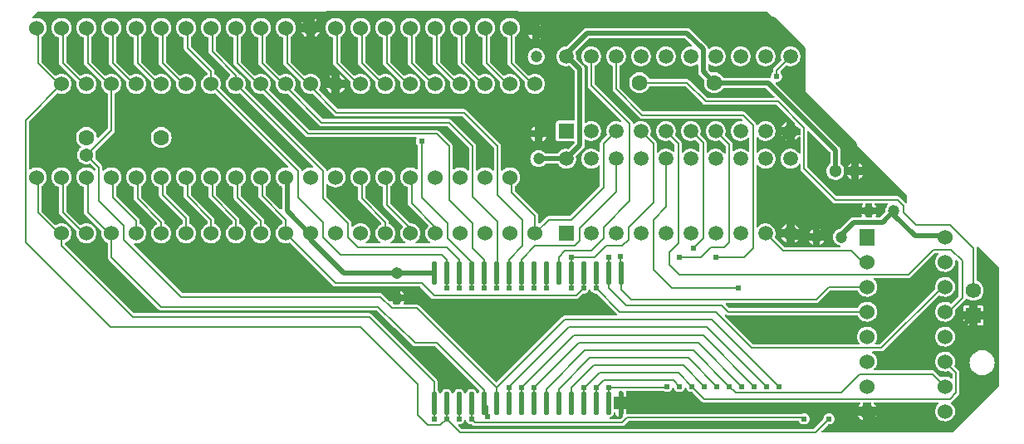
<source format=gtl>
G04 Layer: TopLayer*
G04 EasyEDA v6.5.51, 2025-09-14 18:22:56*
G04 65470a2a99dd484cb8e495e3fbabed1f,d25947a9a65e436e8dba57a0ec84572b,10*
G04 Gerber Generator version 0.2*
G04 Scale: 100 percent, Rotated: No, Reflected: No *
G04 Dimensions in millimeters *
G04 leading zeros omitted , absolute positions ,4 integer and 5 decimal *
%FSLAX45Y45*%
%MOMM*%

%ADD10C,0.2000*%
%ADD11C,0.5000*%
%ADD12O,0.58801X2.39649*%
%ADD13C,1.5240*%
%ADD14C,1.6000*%
%ADD15R,1.5748X1.5748*%
%ADD16C,1.5748*%
%ADD17C,1.3000*%
%ADD18C,0.0101*%
%ADD19C,1.3716*%
%ADD20C,1.1938*%
%ADD21R,1.5240X1.7000*%
%ADD22C,1.5000*%
%ADD23R,1.6000X1.6000*%
%ADD24C,0.6200*%

%LPD*%
G36*
X4267200Y-3922623D02*
G01*
X4262882Y-3921658D01*
X4259427Y-3918965D01*
X4257395Y-3915105D01*
X4255617Y-3908551D01*
X4251553Y-3899814D01*
X4246016Y-3891940D01*
X4242562Y-3888486D01*
X4240377Y-3885184D01*
X4239615Y-3881272D01*
X4239615Y-3797757D01*
X4238752Y-3789781D01*
X4236466Y-3782669D01*
X4232656Y-3776065D01*
X4228795Y-3771595D01*
X3569055Y-3111855D01*
X3562807Y-3106775D01*
X3556152Y-3103372D01*
X3548786Y-3101390D01*
X3542893Y-3100933D01*
X1149400Y-3100933D01*
X1145489Y-3100171D01*
X1142187Y-3097987D01*
X445262Y-2401062D01*
X443077Y-2397760D01*
X442315Y-2393848D01*
X442315Y-2388311D01*
X443128Y-2384348D01*
X445414Y-2380996D01*
X449376Y-2378608D01*
X461314Y-2372055D01*
X472287Y-2363978D01*
X482092Y-2354478D01*
X490575Y-2343759D01*
X497535Y-2332024D01*
X502818Y-2319477D01*
X506425Y-2306320D01*
X508254Y-2292807D01*
X508254Y-2279192D01*
X506425Y-2265680D01*
X502818Y-2252522D01*
X497535Y-2239975D01*
X490575Y-2228240D01*
X482092Y-2217521D01*
X472287Y-2208022D01*
X461314Y-2199944D01*
X449376Y-2193391D01*
X436626Y-2188514D01*
X423367Y-2185314D01*
X409803Y-2183993D01*
X396189Y-2184450D01*
X382727Y-2186686D01*
X369722Y-2190750D01*
X357327Y-2196490D01*
X353161Y-2199132D01*
X350012Y-2200452D01*
X346608Y-2200656D01*
X343306Y-2199741D01*
X340512Y-2197760D01*
X203962Y-2061210D01*
X201777Y-2057907D01*
X201015Y-2053996D01*
X201015Y-1809902D01*
X201625Y-1806448D01*
X203352Y-1803400D01*
X205994Y-1801164D01*
X210159Y-1798675D01*
X220878Y-1790192D01*
X230378Y-1780387D01*
X238455Y-1769414D01*
X245008Y-1757476D01*
X249885Y-1744725D01*
X253085Y-1731467D01*
X254406Y-1717903D01*
X253949Y-1704289D01*
X251714Y-1690827D01*
X247650Y-1677822D01*
X241909Y-1665427D01*
X234594Y-1653946D01*
X225806Y-1643532D01*
X215646Y-1634388D01*
X204419Y-1626666D01*
X192278Y-1620520D01*
X179374Y-1616049D01*
X166014Y-1613306D01*
X152400Y-1612442D01*
X138785Y-1613306D01*
X125425Y-1616049D01*
X112522Y-1620520D01*
X100380Y-1626666D01*
X89916Y-1633829D01*
X85852Y-1635506D01*
X81483Y-1635251D01*
X77622Y-1633220D01*
X74930Y-1629765D01*
X74015Y-1625447D01*
X74015Y-1149350D01*
X74777Y-1145438D01*
X76962Y-1142136D01*
X359410Y-859739D01*
X362407Y-857656D01*
X365963Y-856792D01*
X369570Y-857250D01*
X382727Y-861314D01*
X396189Y-863600D01*
X409803Y-864006D01*
X423367Y-862685D01*
X436626Y-859485D01*
X449376Y-854608D01*
X461314Y-848055D01*
X472287Y-839978D01*
X482092Y-830478D01*
X490575Y-819759D01*
X497535Y-808024D01*
X502818Y-795477D01*
X506425Y-782320D01*
X508254Y-768807D01*
X508254Y-755192D01*
X506425Y-741680D01*
X502818Y-728522D01*
X497535Y-715975D01*
X490575Y-704240D01*
X482092Y-693521D01*
X472287Y-684022D01*
X461314Y-675944D01*
X449376Y-669391D01*
X436626Y-664514D01*
X423367Y-661314D01*
X409803Y-659993D01*
X396189Y-660450D01*
X382727Y-662686D01*
X369722Y-666750D01*
X357327Y-672490D01*
X353161Y-675132D01*
X350012Y-676452D01*
X346608Y-676656D01*
X343306Y-675741D01*
X340512Y-673760D01*
X203962Y-537210D01*
X201777Y-533908D01*
X201015Y-529996D01*
X201015Y-285902D01*
X201625Y-282448D01*
X203352Y-279400D01*
X205994Y-277164D01*
X210159Y-274675D01*
X220878Y-266192D01*
X230378Y-256387D01*
X238455Y-245414D01*
X245008Y-233476D01*
X249885Y-220725D01*
X253085Y-207467D01*
X254406Y-193903D01*
X253949Y-180289D01*
X251714Y-166827D01*
X247650Y-153822D01*
X241909Y-141427D01*
X234594Y-129946D01*
X225806Y-119532D01*
X215646Y-110388D01*
X204419Y-102666D01*
X192278Y-96520D01*
X179374Y-92049D01*
X166014Y-89306D01*
X152400Y-88442D01*
X138785Y-89306D01*
X125425Y-92049D01*
X123596Y-92659D01*
X119786Y-93218D01*
X116027Y-92303D01*
X112877Y-90017D01*
X110794Y-86715D01*
X110134Y-82905D01*
X110947Y-79095D01*
X113080Y-75895D01*
X160172Y-28854D01*
X163474Y-26619D01*
X167335Y-25857D01*
X7592364Y-25857D01*
X7596225Y-26619D01*
X7599527Y-28854D01*
X7972094Y-401421D01*
X7974330Y-404723D01*
X7975092Y-408584D01*
X7975092Y-837742D01*
X7975396Y-841552D01*
X7977428Y-848614D01*
X7980172Y-853490D01*
X7982966Y-856742D01*
X9026194Y-1900021D01*
X9028430Y-1903323D01*
X9029192Y-1907184D01*
X9029192Y-1968804D01*
X9028430Y-1972716D01*
X9026194Y-1976018D01*
X9022943Y-1978202D01*
X9019032Y-1978964D01*
X9015120Y-1978202D01*
X9011869Y-1976018D01*
X8953855Y-1918055D01*
X8947607Y-1912975D01*
X8940952Y-1909572D01*
X8933586Y-1907590D01*
X8927693Y-1907133D01*
X8312099Y-1907133D01*
X8308238Y-1906371D01*
X8304936Y-1904187D01*
X8014462Y-1613712D01*
X8012277Y-1610410D01*
X8011515Y-1606550D01*
X8011515Y-1250137D01*
X8012277Y-1246276D01*
X8014462Y-1242974D01*
X8017764Y-1240739D01*
X8021675Y-1239977D01*
X8025536Y-1240739D01*
X8028838Y-1242974D01*
X8240725Y-1454912D01*
X8242960Y-1458214D01*
X8243722Y-1462125D01*
X8243722Y-1570634D01*
X8243163Y-1573885D01*
X8241639Y-1576781D01*
X8229346Y-1587855D01*
X8221167Y-1597558D01*
X8214461Y-1608328D01*
X8209280Y-1619910D01*
X8205825Y-1632102D01*
X8204047Y-1644650D01*
X8204047Y-1657350D01*
X8205825Y-1669897D01*
X8209280Y-1682089D01*
X8214461Y-1693672D01*
X8221167Y-1704441D01*
X8229346Y-1714144D01*
X8238744Y-1722628D01*
X8249259Y-1729689D01*
X8260638Y-1735277D01*
X8272729Y-1739188D01*
X8285175Y-1741373D01*
X8297875Y-1741830D01*
X8310473Y-1740509D01*
X8322767Y-1737461D01*
X8334552Y-1732686D01*
X8345525Y-1726336D01*
X8355533Y-1718564D01*
X8364321Y-1709420D01*
X8371789Y-1699158D01*
X8377732Y-1687982D01*
X8382050Y-1676095D01*
X8384743Y-1663293D01*
X8385606Y-1651000D01*
X8384692Y-1638350D01*
X8382050Y-1625955D01*
X8377732Y-1614017D01*
X8371789Y-1602841D01*
X8364321Y-1592580D01*
X8355533Y-1583486D01*
X8349437Y-1578711D01*
X8347354Y-1576476D01*
X8345982Y-1573733D01*
X8345525Y-1570685D01*
X8345525Y-1437030D01*
X8345322Y-1432407D01*
X8344763Y-1427988D01*
X8343798Y-1423670D01*
X8342477Y-1419402D01*
X8340750Y-1415338D01*
X8338718Y-1411376D01*
X8336330Y-1407617D01*
X8333638Y-1404112D01*
X8330488Y-1400657D01*
X7689951Y-759917D01*
X7687716Y-756564D01*
X7686954Y-752602D01*
X7687818Y-748639D01*
X7690154Y-745337D01*
X7693558Y-743204D01*
X7708188Y-741375D01*
X7717383Y-738581D01*
X7726019Y-734212D01*
X7733792Y-728472D01*
X7740446Y-721512D01*
X7745831Y-713536D01*
X7749844Y-704748D01*
X7752232Y-695401D01*
X7753096Y-685800D01*
X7752232Y-676198D01*
X7749844Y-666851D01*
X7745831Y-658063D01*
X7740446Y-650087D01*
X7737195Y-646684D01*
X7735062Y-643382D01*
X7734350Y-639521D01*
X7735163Y-635711D01*
X7737348Y-632460D01*
X7792415Y-577392D01*
X7795615Y-575208D01*
X7799425Y-574395D01*
X7803235Y-575106D01*
X7808417Y-577088D01*
X7821523Y-580186D01*
X7834934Y-581558D01*
X7848396Y-581101D01*
X7861706Y-578866D01*
X7874558Y-574852D01*
X7886801Y-569214D01*
X7898130Y-561949D01*
X7908442Y-553212D01*
X7917484Y-543255D01*
X7925104Y-532130D01*
X7931200Y-520090D01*
X7935620Y-507390D01*
X7938262Y-494182D01*
X7939176Y-480720D01*
X7938262Y-467258D01*
X7935620Y-454050D01*
X7931200Y-441350D01*
X7925104Y-429310D01*
X7917484Y-418185D01*
X7908442Y-408178D01*
X7898130Y-399491D01*
X7886801Y-392226D01*
X7874558Y-386588D01*
X7861706Y-382574D01*
X7848396Y-380339D01*
X7834934Y-379882D01*
X7821523Y-381254D01*
X7808417Y-384352D01*
X7795818Y-389229D01*
X7784033Y-395681D01*
X7773162Y-403656D01*
X7763459Y-413054D01*
X7755128Y-423621D01*
X7748270Y-435203D01*
X7742986Y-447649D01*
X7739430Y-460603D01*
X7737652Y-473964D01*
X7737652Y-487476D01*
X7739430Y-500837D01*
X7742986Y-513791D01*
X7743748Y-515518D01*
X7744510Y-519430D01*
X7743748Y-523341D01*
X7741564Y-526694D01*
X7671206Y-597052D01*
X7666126Y-603300D01*
X7662722Y-609955D01*
X7660741Y-617321D01*
X7660284Y-623214D01*
X7660284Y-637336D01*
X7659370Y-641502D01*
X7656830Y-644956D01*
X7655153Y-646430D01*
X7649057Y-653948D01*
X7644384Y-662381D01*
X7641183Y-671474D01*
X7639558Y-680974D01*
X7639558Y-691489D01*
X7638643Y-695655D01*
X7636154Y-699058D01*
X7631277Y-701548D01*
X7628178Y-702005D01*
X7625130Y-701548D01*
X7620508Y-700074D01*
X7616139Y-699109D01*
X7611770Y-698550D01*
X7607096Y-698347D01*
X7159650Y-698347D01*
X7156399Y-697788D01*
X7153452Y-696264D01*
X7151217Y-693826D01*
X7145223Y-684834D01*
X7136079Y-674420D01*
X7125665Y-665276D01*
X7114133Y-657606D01*
X7101738Y-651459D01*
X7088631Y-647039D01*
X7075017Y-644347D01*
X7061200Y-643432D01*
X7047382Y-644347D01*
X7036765Y-646430D01*
X7033463Y-646531D01*
X7030313Y-645566D01*
X7027621Y-643636D01*
X7000798Y-616813D01*
X6998563Y-613562D01*
X6997801Y-609650D01*
X6997801Y-567994D01*
X6998766Y-563676D01*
X7001509Y-560171D01*
X7005472Y-558139D01*
X7009942Y-558038D01*
X7014006Y-559816D01*
X7022033Y-565759D01*
X7033818Y-572211D01*
X7046417Y-577037D01*
X7059523Y-580186D01*
X7072934Y-581558D01*
X7086396Y-581101D01*
X7099706Y-578866D01*
X7112558Y-574852D01*
X7124801Y-569163D01*
X7136130Y-561949D01*
X7146442Y-553212D01*
X7155484Y-543204D01*
X7163104Y-532130D01*
X7169200Y-520090D01*
X7173620Y-507339D01*
X7176262Y-494131D01*
X7177176Y-480720D01*
X7176262Y-467258D01*
X7173620Y-454050D01*
X7169200Y-441299D01*
X7163104Y-429310D01*
X7155484Y-418185D01*
X7146442Y-408178D01*
X7136130Y-399491D01*
X7124801Y-392226D01*
X7112558Y-386537D01*
X7099706Y-382574D01*
X7086396Y-380339D01*
X7072934Y-379882D01*
X7059523Y-381203D01*
X7046417Y-384352D01*
X7033818Y-389178D01*
X7022033Y-395681D01*
X7012736Y-402488D01*
X7009130Y-404215D01*
X7005116Y-404368D01*
X7001357Y-402945D01*
X6998411Y-400202D01*
X6996785Y-396494D01*
X6996074Y-393192D01*
X6994753Y-388924D01*
X6993026Y-384860D01*
X6990994Y-380898D01*
X6988606Y-377139D01*
X6985914Y-373634D01*
X6982764Y-370179D01*
X6817969Y-205384D01*
X6814515Y-202234D01*
X6811009Y-199542D01*
X6807250Y-197154D01*
X6803288Y-195122D01*
X6799224Y-193395D01*
X6794957Y-192074D01*
X6790639Y-191109D01*
X6786219Y-190550D01*
X6781596Y-190347D01*
X5769051Y-190347D01*
X5764428Y-190550D01*
X5760008Y-191109D01*
X5755690Y-192074D01*
X5751423Y-193395D01*
X5747359Y-195122D01*
X5743397Y-197154D01*
X5739638Y-199542D01*
X5736132Y-202234D01*
X5732678Y-205384D01*
X5561025Y-377037D01*
X5557570Y-379323D01*
X5553506Y-380034D01*
X5548934Y-379882D01*
X5535523Y-381203D01*
X5522417Y-384352D01*
X5509818Y-389178D01*
X5498033Y-395681D01*
X5487162Y-403656D01*
X5477459Y-413054D01*
X5469128Y-423621D01*
X5462270Y-435203D01*
X5456986Y-447598D01*
X5453430Y-460603D01*
X5451652Y-473964D01*
X5451652Y-487426D01*
X5453430Y-500786D01*
X5456986Y-513791D01*
X5462270Y-526186D01*
X5469128Y-537819D01*
X5477459Y-548386D01*
X5487162Y-557733D01*
X5498033Y-565759D01*
X5509818Y-572211D01*
X5522417Y-577037D01*
X5535523Y-580186D01*
X5548934Y-581558D01*
X5562396Y-581101D01*
X5575706Y-578866D01*
X5578297Y-578053D01*
X5581904Y-577596D01*
X5585460Y-578459D01*
X5588457Y-580542D01*
X5635701Y-627684D01*
X5637936Y-630986D01*
X5638698Y-634898D01*
X5638698Y-1126642D01*
X5637936Y-1130503D01*
X5635701Y-1133805D01*
X5632399Y-1136040D01*
X5628538Y-1136802D01*
X5472887Y-1136802D01*
X5466537Y-1137513D01*
X5461101Y-1139444D01*
X5456174Y-1142492D01*
X5452110Y-1146606D01*
X5449011Y-1151483D01*
X5447080Y-1156970D01*
X5446369Y-1163269D01*
X5446369Y-1322120D01*
X5447080Y-1328470D01*
X5449011Y-1333906D01*
X5452110Y-1338834D01*
X5456174Y-1342898D01*
X5461101Y-1345996D01*
X5466537Y-1347876D01*
X5472887Y-1348638D01*
X5628538Y-1348638D01*
X5632399Y-1349400D01*
X5635701Y-1351584D01*
X5637936Y-1354886D01*
X5638698Y-1358798D01*
X5638698Y-1362506D01*
X5637936Y-1366418D01*
X5635701Y-1369669D01*
X5581751Y-1423670D01*
X5579160Y-1425549D01*
X5576112Y-1426514D01*
X5572861Y-1426514D01*
X5562396Y-1424736D01*
X5548934Y-1424279D01*
X5535523Y-1425600D01*
X5522417Y-1428750D01*
X5509818Y-1433576D01*
X5498033Y-1440078D01*
X5487162Y-1448054D01*
X5477459Y-1457452D01*
X5466283Y-1471574D01*
X5463235Y-1473301D01*
X5459780Y-1473911D01*
X5344312Y-1473403D01*
X5341213Y-1472946D01*
X5338419Y-1471523D01*
X5335168Y-1467967D01*
X5326532Y-1459331D01*
X5316778Y-1452016D01*
X5306060Y-1446174D01*
X5294630Y-1441907D01*
X5282692Y-1439316D01*
X5270500Y-1438452D01*
X5258308Y-1439316D01*
X5246370Y-1441907D01*
X5234940Y-1446174D01*
X5224221Y-1452016D01*
X5214467Y-1459331D01*
X5205831Y-1467967D01*
X5198516Y-1477721D01*
X5192674Y-1488440D01*
X5188407Y-1499870D01*
X5185816Y-1511808D01*
X5184952Y-1524000D01*
X5185816Y-1536192D01*
X5188407Y-1548130D01*
X5192674Y-1559560D01*
X5198516Y-1570278D01*
X5205831Y-1580032D01*
X5214467Y-1588668D01*
X5224221Y-1595983D01*
X5234940Y-1601825D01*
X5246370Y-1606092D01*
X5258308Y-1608683D01*
X5270500Y-1609598D01*
X5282692Y-1608683D01*
X5294630Y-1606092D01*
X5306060Y-1601825D01*
X5316778Y-1595983D01*
X5326532Y-1588668D01*
X5337962Y-1577086D01*
X5340807Y-1575714D01*
X5343906Y-1575206D01*
X5459526Y-1575714D01*
X5462981Y-1576324D01*
X5465978Y-1578051D01*
X5477459Y-1592783D01*
X5487162Y-1602130D01*
X5498033Y-1610156D01*
X5509818Y-1616608D01*
X5522417Y-1621434D01*
X5535523Y-1624584D01*
X5548934Y-1625904D01*
X5562396Y-1625498D01*
X5575706Y-1623212D01*
X5588558Y-1619250D01*
X5600801Y-1613560D01*
X5612130Y-1606296D01*
X5622442Y-1597609D01*
X5631484Y-1587601D01*
X5639104Y-1576527D01*
X5645200Y-1564487D01*
X5649620Y-1551736D01*
X5652262Y-1538528D01*
X5653176Y-1525117D01*
X5652262Y-1511655D01*
X5650890Y-1504899D01*
X5650788Y-1501597D01*
X5651754Y-1498396D01*
X5653684Y-1495704D01*
X5725464Y-1423974D01*
X5728614Y-1420520D01*
X5731306Y-1417015D01*
X5733694Y-1413256D01*
X5735726Y-1409293D01*
X5737453Y-1405229D01*
X5738774Y-1400962D01*
X5739739Y-1396644D01*
X5740298Y-1392224D01*
X5740501Y-1387602D01*
X5740501Y-1338580D01*
X5741365Y-1334516D01*
X5743803Y-1331112D01*
X5747410Y-1328978D01*
X5751525Y-1328470D01*
X5755538Y-1329690D01*
X5763818Y-1334211D01*
X5776417Y-1339037D01*
X5789523Y-1342186D01*
X5802934Y-1343558D01*
X5816396Y-1343101D01*
X5829706Y-1340866D01*
X5842558Y-1336852D01*
X5854801Y-1331163D01*
X5866130Y-1323949D01*
X5876442Y-1315212D01*
X5885484Y-1305204D01*
X5893104Y-1294130D01*
X5899200Y-1282090D01*
X5903620Y-1269339D01*
X5906262Y-1256131D01*
X5907176Y-1242720D01*
X5906262Y-1229258D01*
X5903620Y-1216050D01*
X5899200Y-1203299D01*
X5893104Y-1191310D01*
X5885484Y-1180185D01*
X5876442Y-1170178D01*
X5866130Y-1161491D01*
X5854801Y-1154226D01*
X5842558Y-1148537D01*
X5829706Y-1144574D01*
X5816396Y-1142339D01*
X5802934Y-1141882D01*
X5789523Y-1143203D01*
X5776417Y-1146352D01*
X5763818Y-1151178D01*
X5755538Y-1155750D01*
X5751525Y-1156919D01*
X5747410Y-1156462D01*
X5743803Y-1154328D01*
X5741365Y-1150924D01*
X5740501Y-1146810D01*
X5740501Y-609752D01*
X5740298Y-605078D01*
X5739739Y-600710D01*
X5738774Y-596341D01*
X5737453Y-592124D01*
X5735726Y-588010D01*
X5733694Y-584098D01*
X5731256Y-580288D01*
X5728614Y-576834D01*
X5725414Y-573379D01*
X5655106Y-503174D01*
X5652770Y-499567D01*
X5652160Y-495300D01*
X5653176Y-480669D01*
X5652262Y-467258D01*
X5649620Y-454050D01*
X5646115Y-444042D01*
X5645556Y-440334D01*
X5646420Y-436676D01*
X5648553Y-433527D01*
X5786983Y-295148D01*
X5790234Y-292912D01*
X5794146Y-292150D01*
X6756501Y-292150D01*
X6760413Y-292912D01*
X6763664Y-295148D01*
X6831279Y-362712D01*
X6833463Y-366064D01*
X6834225Y-369976D01*
X6833412Y-373938D01*
X6831075Y-377240D01*
X6827672Y-379374D01*
X6823709Y-380034D01*
X6818934Y-379882D01*
X6805523Y-381203D01*
X6792417Y-384352D01*
X6779818Y-389178D01*
X6768033Y-395681D01*
X6757162Y-403656D01*
X6747459Y-413054D01*
X6739128Y-423621D01*
X6732270Y-435203D01*
X6726986Y-447598D01*
X6723430Y-460603D01*
X6721652Y-473964D01*
X6721652Y-487426D01*
X6723430Y-500786D01*
X6726986Y-513791D01*
X6732270Y-526186D01*
X6739128Y-537819D01*
X6747459Y-548386D01*
X6757162Y-557733D01*
X6768033Y-565759D01*
X6779818Y-572211D01*
X6792417Y-577037D01*
X6805523Y-580186D01*
X6818934Y-581558D01*
X6832396Y-581101D01*
X6845706Y-578866D01*
X6858558Y-574852D01*
X6870801Y-569163D01*
X6880352Y-563067D01*
X6884416Y-561543D01*
X6888734Y-561898D01*
X6892493Y-563930D01*
X6895084Y-567385D01*
X6895998Y-571601D01*
X6895998Y-634746D01*
X6896201Y-639368D01*
X6896760Y-643788D01*
X6897725Y-648106D01*
X6899046Y-652373D01*
X6900773Y-656437D01*
X6902805Y-660400D01*
X6905193Y-664159D01*
X6907885Y-667664D01*
X6911035Y-671118D01*
X6955586Y-715619D01*
X6957517Y-718312D01*
X6958482Y-721461D01*
X6958330Y-724763D01*
X6956247Y-735482D01*
X6955332Y-749300D01*
X6956247Y-763117D01*
X6958939Y-776732D01*
X6963359Y-789838D01*
X6969506Y-802233D01*
X6977227Y-813765D01*
X6986320Y-824179D01*
X6996734Y-833323D01*
X7008266Y-840994D01*
X7020661Y-847140D01*
X7033818Y-851560D01*
X7047382Y-854303D01*
X7061200Y-855167D01*
X7075017Y-854303D01*
X7088631Y-851560D01*
X7101738Y-847140D01*
X7114133Y-840994D01*
X7125665Y-833323D01*
X7136079Y-824179D01*
X7145223Y-813765D01*
X7151268Y-804672D01*
X7153554Y-802233D01*
X7156450Y-800709D01*
X7159752Y-800150D01*
X7582001Y-800150D01*
X7585862Y-800912D01*
X7589164Y-803148D01*
X7672527Y-886510D01*
X7674711Y-889812D01*
X7675473Y-893673D01*
X7674711Y-897585D01*
X7672527Y-900887D01*
X7669225Y-903071D01*
X7665313Y-903833D01*
X6991400Y-903833D01*
X6987489Y-903071D01*
X6984187Y-900887D01*
X6807555Y-724255D01*
X6801307Y-719175D01*
X6794652Y-715772D01*
X6787286Y-713790D01*
X6781393Y-713333D01*
X6405575Y-713333D01*
X6401917Y-712673D01*
X6398717Y-710692D01*
X6396482Y-707694D01*
X6390894Y-696366D01*
X6383172Y-684834D01*
X6374079Y-674420D01*
X6363665Y-665276D01*
X6352133Y-657606D01*
X6339738Y-651459D01*
X6326581Y-647039D01*
X6313017Y-644347D01*
X6299200Y-643432D01*
X6285382Y-644347D01*
X6271768Y-647039D01*
X6258661Y-651459D01*
X6246266Y-657606D01*
X6234734Y-665276D01*
X6224320Y-674420D01*
X6215176Y-684834D01*
X6207506Y-696366D01*
X6201359Y-708761D01*
X6196939Y-721918D01*
X6194196Y-735482D01*
X6193282Y-749300D01*
X6194196Y-763117D01*
X6196939Y-776732D01*
X6201359Y-789838D01*
X6207506Y-802233D01*
X6215176Y-813765D01*
X6224320Y-824179D01*
X6234734Y-833323D01*
X6246266Y-840994D01*
X6258661Y-847140D01*
X6271768Y-851560D01*
X6285382Y-854303D01*
X6299200Y-855167D01*
X6313017Y-854303D01*
X6326581Y-851560D01*
X6339738Y-847140D01*
X6352133Y-840994D01*
X6363665Y-833323D01*
X6374079Y-824179D01*
X6383172Y-813765D01*
X6390894Y-802233D01*
X6396532Y-790803D01*
X6398768Y-787806D01*
X6401968Y-785825D01*
X6405626Y-785164D01*
X6762699Y-785164D01*
X6766610Y-785926D01*
X6769912Y-788111D01*
X6946544Y-964742D01*
X6952792Y-969822D01*
X6959447Y-973226D01*
X6966813Y-975207D01*
X6972706Y-975664D01*
X7689748Y-975664D01*
X7693659Y-976426D01*
X7696962Y-978611D01*
X7879181Y-1160881D01*
X7881366Y-1164132D01*
X7882128Y-1168044D01*
X7882128Y-1198880D01*
X7912963Y-1198880D01*
X7916875Y-1199642D01*
X7920177Y-1201826D01*
X7936738Y-1218387D01*
X7938922Y-1221689D01*
X7939684Y-1225600D01*
X7939684Y-1276400D01*
X7938922Y-1280312D01*
X7936738Y-1283614D01*
X7933436Y-1285798D01*
X7929524Y-1286560D01*
X7882128Y-1286560D01*
X7882128Y-1333347D01*
X7886801Y-1331214D01*
X7898130Y-1323949D01*
X7908442Y-1315212D01*
X7917484Y-1305255D01*
X7921142Y-1299870D01*
X7924241Y-1296924D01*
X7928305Y-1295552D01*
X7932521Y-1295908D01*
X7936280Y-1298041D01*
X7938770Y-1301445D01*
X7939684Y-1305610D01*
X7939684Y-1462176D01*
X7938770Y-1466392D01*
X7936280Y-1469796D01*
X7932521Y-1471930D01*
X7928305Y-1472285D01*
X7924241Y-1470863D01*
X7921142Y-1467967D01*
X7917484Y-1462582D01*
X7908442Y-1452575D01*
X7898130Y-1443888D01*
X7886801Y-1436624D01*
X7874558Y-1430985D01*
X7861706Y-1426972D01*
X7848396Y-1424736D01*
X7834934Y-1424279D01*
X7821523Y-1425651D01*
X7808417Y-1428750D01*
X7795818Y-1433576D01*
X7784033Y-1440078D01*
X7773162Y-1448054D01*
X7763459Y-1457452D01*
X7755128Y-1468018D01*
X7748270Y-1479600D01*
X7742986Y-1491996D01*
X7739430Y-1505000D01*
X7737652Y-1518361D01*
X7737652Y-1531874D01*
X7739430Y-1545183D01*
X7742986Y-1558188D01*
X7748270Y-1570634D01*
X7755128Y-1582216D01*
X7763459Y-1592783D01*
X7773162Y-1602130D01*
X7784033Y-1610156D01*
X7795818Y-1616608D01*
X7808417Y-1621485D01*
X7821523Y-1624584D01*
X7834934Y-1625955D01*
X7848396Y-1625498D01*
X7861706Y-1623263D01*
X7874558Y-1619250D01*
X7886801Y-1613560D01*
X7898130Y-1606346D01*
X7908442Y-1597609D01*
X7917484Y-1587652D01*
X7921142Y-1582267D01*
X7924241Y-1579321D01*
X7928305Y-1577949D01*
X7932521Y-1578305D01*
X7936280Y-1580438D01*
X7938770Y-1583842D01*
X7939684Y-1588008D01*
X7939684Y-1625092D01*
X7940548Y-1633067D01*
X7942834Y-1640179D01*
X7946644Y-1646783D01*
X7950504Y-1651304D01*
X8267293Y-1968042D01*
X8273491Y-1973122D01*
X8280196Y-1976526D01*
X8287562Y-1978507D01*
X8293455Y-1978964D01*
X8569198Y-1978964D01*
X8573109Y-1979726D01*
X8576411Y-1981911D01*
X8578596Y-1985213D01*
X8579358Y-1989124D01*
X8578596Y-1992985D01*
X8576411Y-1996287D01*
X8571331Y-2001367D01*
X8564016Y-2011121D01*
X8558530Y-2021230D01*
X8599830Y-2021230D01*
X8599830Y-1989124D01*
X8600592Y-1985213D01*
X8602776Y-1981911D01*
X8606078Y-1979726D01*
X8609990Y-1978964D01*
X8662060Y-1978964D01*
X8665921Y-1979726D01*
X8669223Y-1981911D01*
X8671407Y-1985213D01*
X8672220Y-1989124D01*
X8672220Y-2021230D01*
X8713470Y-2021230D01*
X8707983Y-2011121D01*
X8700668Y-2001367D01*
X8695588Y-1996287D01*
X8693404Y-1992985D01*
X8692642Y-1989124D01*
X8693404Y-1985213D01*
X8695588Y-1981911D01*
X8698890Y-1979726D01*
X8702802Y-1978964D01*
X8823198Y-1978964D01*
X8827109Y-1979726D01*
X8830411Y-1981911D01*
X8832596Y-1985213D01*
X8833358Y-1989124D01*
X8832596Y-1992985D01*
X8830411Y-1996287D01*
X8825331Y-2001367D01*
X8818016Y-2011121D01*
X8812174Y-2021839D01*
X8807907Y-2033270D01*
X8805316Y-2045207D01*
X8804452Y-2057400D01*
X8805011Y-2065375D01*
X8804402Y-2069693D01*
X8802065Y-2073300D01*
X8757564Y-2117750D01*
X8754313Y-2119985D01*
X8750401Y-2120747D01*
X8715502Y-2120747D01*
X8711133Y-2119782D01*
X8707628Y-2116988D01*
X8705646Y-2113026D01*
X8705545Y-2108555D01*
X8707983Y-2103678D01*
X8713470Y-2093620D01*
X8672220Y-2093620D01*
X8672220Y-2110587D01*
X8671407Y-2114448D01*
X8669223Y-2117750D01*
X8665921Y-2119985D01*
X8662060Y-2120747D01*
X8609990Y-2120747D01*
X8606078Y-2119985D01*
X8602776Y-2117750D01*
X8600592Y-2114448D01*
X8599830Y-2110587D01*
X8599830Y-2093620D01*
X8558530Y-2093620D01*
X8564016Y-2103678D01*
X8566454Y-2108555D01*
X8566353Y-2113026D01*
X8564372Y-2116988D01*
X8560866Y-2119782D01*
X8556498Y-2120747D01*
X8483803Y-2120747D01*
X8479180Y-2120950D01*
X8474760Y-2121509D01*
X8470442Y-2122474D01*
X8466175Y-2123795D01*
X8462111Y-2125522D01*
X8458149Y-2127554D01*
X8454390Y-2129942D01*
X8450884Y-2132634D01*
X8447430Y-2135784D01*
X8345779Y-2237435D01*
X8343493Y-2239162D01*
X8340801Y-2240178D01*
X8332470Y-2242007D01*
X8321040Y-2246274D01*
X8310321Y-2252116D01*
X8300567Y-2259431D01*
X8291931Y-2268067D01*
X8284616Y-2277821D01*
X8278774Y-2288540D01*
X8274507Y-2299970D01*
X8271916Y-2311908D01*
X8271052Y-2324100D01*
X8271916Y-2336292D01*
X8274507Y-2348230D01*
X8278774Y-2359660D01*
X8284616Y-2370378D01*
X8291931Y-2380132D01*
X8300567Y-2388768D01*
X8310321Y-2396083D01*
X8321040Y-2401925D01*
X8332470Y-2406192D01*
X8339581Y-2407767D01*
X8343442Y-2409494D01*
X8346236Y-2412644D01*
X8347557Y-2416657D01*
X8347100Y-2420823D01*
X8344966Y-2424480D01*
X8341563Y-2426970D01*
X8337448Y-2427833D01*
X7780070Y-2427833D01*
X7776159Y-2427071D01*
X7772857Y-2424887D01*
X7681010Y-2332990D01*
X7678877Y-2329891D01*
X7678013Y-2326182D01*
X7678572Y-2322474D01*
X7681620Y-2313736D01*
X7684262Y-2300528D01*
X7685176Y-2287117D01*
X7684262Y-2273655D01*
X7681620Y-2260447D01*
X7677200Y-2247696D01*
X7671104Y-2235708D01*
X7663484Y-2224582D01*
X7654442Y-2214575D01*
X7644130Y-2205888D01*
X7632801Y-2198624D01*
X7620558Y-2192934D01*
X7607706Y-2188972D01*
X7594396Y-2186736D01*
X7580934Y-2186279D01*
X7567523Y-2187600D01*
X7554417Y-2190750D01*
X7541818Y-2195576D01*
X7530033Y-2202078D01*
X7519162Y-2210054D01*
X7505750Y-2222754D01*
X7501737Y-2223922D01*
X7497622Y-2223414D01*
X7494066Y-2221280D01*
X7491679Y-2217877D01*
X7490815Y-2213813D01*
X7490815Y-1598371D01*
X7491679Y-1594307D01*
X7494066Y-1590903D01*
X7497622Y-1588770D01*
X7501737Y-1588262D01*
X7505750Y-1589430D01*
X7519162Y-1602130D01*
X7530033Y-1610156D01*
X7541818Y-1616608D01*
X7554417Y-1621434D01*
X7567523Y-1624584D01*
X7580934Y-1625904D01*
X7594396Y-1625498D01*
X7607706Y-1623212D01*
X7620558Y-1619250D01*
X7632801Y-1613560D01*
X7644130Y-1606296D01*
X7654442Y-1597609D01*
X7663484Y-1587601D01*
X7671104Y-1576527D01*
X7677200Y-1564487D01*
X7681620Y-1551736D01*
X7684262Y-1538528D01*
X7685176Y-1525117D01*
X7684262Y-1511655D01*
X7681620Y-1498447D01*
X7677200Y-1485696D01*
X7671104Y-1473708D01*
X7663484Y-1462582D01*
X7654442Y-1452575D01*
X7644130Y-1443888D01*
X7632801Y-1436624D01*
X7620558Y-1430934D01*
X7607706Y-1426972D01*
X7594396Y-1424736D01*
X7580934Y-1424279D01*
X7567523Y-1425600D01*
X7554417Y-1428750D01*
X7541818Y-1433576D01*
X7530033Y-1440078D01*
X7519162Y-1448054D01*
X7505750Y-1460754D01*
X7501737Y-1461922D01*
X7497622Y-1461414D01*
X7494066Y-1459280D01*
X7491679Y-1455877D01*
X7490815Y-1451813D01*
X7490815Y-1315974D01*
X7491679Y-1311910D01*
X7494066Y-1308557D01*
X7497622Y-1306372D01*
X7501737Y-1305864D01*
X7505750Y-1307033D01*
X7519162Y-1319733D01*
X7530033Y-1327759D01*
X7541818Y-1334211D01*
X7554417Y-1339037D01*
X7567523Y-1342186D01*
X7580934Y-1343507D01*
X7594396Y-1343101D01*
X7607706Y-1340815D01*
X7620558Y-1336852D01*
X7632801Y-1331163D01*
X7644130Y-1323898D01*
X7654442Y-1315212D01*
X7663484Y-1305204D01*
X7671104Y-1294130D01*
X7677200Y-1282090D01*
X7681620Y-1269339D01*
X7684262Y-1256131D01*
X7685176Y-1242720D01*
X7684262Y-1229258D01*
X7681620Y-1216050D01*
X7677200Y-1203299D01*
X7671104Y-1191310D01*
X7663484Y-1180185D01*
X7654442Y-1170178D01*
X7644130Y-1161491D01*
X7632801Y-1154226D01*
X7620558Y-1148537D01*
X7607706Y-1144574D01*
X7594396Y-1142339D01*
X7580934Y-1141882D01*
X7567523Y-1143203D01*
X7554417Y-1146352D01*
X7541818Y-1151178D01*
X7530033Y-1157681D01*
X7519162Y-1165656D01*
X7509459Y-1175054D01*
X7507731Y-1177188D01*
X7504379Y-1179982D01*
X7500162Y-1181049D01*
X7495895Y-1180287D01*
X7492339Y-1177798D01*
X7490104Y-1174038D01*
X7487666Y-1166469D01*
X7483856Y-1159865D01*
X7479995Y-1155395D01*
X7379055Y-1054455D01*
X7372807Y-1049375D01*
X7366152Y-1045971D01*
X7358786Y-1043990D01*
X7352893Y-1043533D01*
X6343700Y-1043533D01*
X6339789Y-1042771D01*
X6336487Y-1040587D01*
X6099048Y-803148D01*
X6096863Y-799846D01*
X6096101Y-795934D01*
X6096101Y-581558D01*
X6096812Y-577799D01*
X6098895Y-574548D01*
X6101994Y-572312D01*
X6108801Y-569163D01*
X6120130Y-561949D01*
X6130442Y-553212D01*
X6139484Y-543204D01*
X6147104Y-532130D01*
X6153200Y-520090D01*
X6157620Y-507339D01*
X6160262Y-494131D01*
X6161176Y-480720D01*
X6160262Y-467258D01*
X6157620Y-454050D01*
X6153200Y-441299D01*
X6147104Y-429310D01*
X6139484Y-418185D01*
X6130442Y-408178D01*
X6120130Y-399491D01*
X6108801Y-392226D01*
X6096558Y-386537D01*
X6083706Y-382574D01*
X6070396Y-380339D01*
X6056934Y-379882D01*
X6043523Y-381203D01*
X6030417Y-384352D01*
X6017818Y-389178D01*
X6006033Y-395681D01*
X5995162Y-403656D01*
X5985459Y-413054D01*
X5977128Y-423621D01*
X5970270Y-435203D01*
X5964986Y-447598D01*
X5961430Y-460603D01*
X5959652Y-473964D01*
X5959652Y-487426D01*
X5961430Y-500786D01*
X5964986Y-513791D01*
X5970270Y-526186D01*
X5977128Y-537819D01*
X5985459Y-548386D01*
X5995162Y-557733D01*
X6005982Y-565708D01*
X6018936Y-572719D01*
X6021781Y-575005D01*
X6023610Y-578104D01*
X6024270Y-581660D01*
X6024270Y-814527D01*
X6025134Y-822502D01*
X6027420Y-829614D01*
X6031230Y-836218D01*
X6035090Y-840689D01*
X6298844Y-1104442D01*
X6305092Y-1109522D01*
X6311747Y-1112926D01*
X6319113Y-1114907D01*
X6325006Y-1115364D01*
X7334199Y-1115364D01*
X7338110Y-1116126D01*
X7341412Y-1118311D01*
X7348067Y-1125016D01*
X7350302Y-1128318D01*
X7351014Y-1132281D01*
X7350201Y-1136243D01*
X7347915Y-1139494D01*
X7344511Y-1141679D01*
X7340549Y-1142339D01*
X7326934Y-1141882D01*
X7313523Y-1143203D01*
X7300417Y-1146352D01*
X7287818Y-1151178D01*
X7276033Y-1157681D01*
X7265162Y-1165656D01*
X7255459Y-1175054D01*
X7247128Y-1185621D01*
X7240270Y-1197203D01*
X7234986Y-1209598D01*
X7231430Y-1222603D01*
X7229652Y-1235964D01*
X7229652Y-1249426D01*
X7231430Y-1262786D01*
X7234986Y-1275791D01*
X7240270Y-1288186D01*
X7247128Y-1299819D01*
X7255459Y-1310386D01*
X7265162Y-1319733D01*
X7276033Y-1327759D01*
X7287818Y-1334211D01*
X7300417Y-1339037D01*
X7313523Y-1342186D01*
X7326934Y-1343558D01*
X7340396Y-1343101D01*
X7353706Y-1340866D01*
X7366558Y-1336852D01*
X7378801Y-1331163D01*
X7390130Y-1323949D01*
X7404557Y-1311859D01*
X7408468Y-1310944D01*
X7412481Y-1311605D01*
X7415885Y-1313789D01*
X7418171Y-1317091D01*
X7418984Y-1321104D01*
X7418984Y-1446733D01*
X7418171Y-1450695D01*
X7415885Y-1454048D01*
X7412481Y-1456182D01*
X7408468Y-1456893D01*
X7404557Y-1455928D01*
X7390130Y-1443888D01*
X7378801Y-1436624D01*
X7366558Y-1430934D01*
X7353706Y-1426972D01*
X7340396Y-1424736D01*
X7326934Y-1424279D01*
X7313523Y-1425600D01*
X7300417Y-1428750D01*
X7287818Y-1433576D01*
X7276033Y-1440078D01*
X7265670Y-1447647D01*
X7261606Y-1449476D01*
X7257186Y-1449324D01*
X7253224Y-1447342D01*
X7250480Y-1443837D01*
X7249515Y-1439468D01*
X7249515Y-1380693D01*
X7248652Y-1372717D01*
X7246366Y-1365605D01*
X7242556Y-1359001D01*
X7238695Y-1354531D01*
X7172959Y-1288745D01*
X7170826Y-1285646D01*
X7169962Y-1281938D01*
X7170521Y-1278229D01*
X7173620Y-1269339D01*
X7176262Y-1256131D01*
X7177176Y-1242720D01*
X7176262Y-1229258D01*
X7173620Y-1216050D01*
X7169200Y-1203299D01*
X7163104Y-1191310D01*
X7155484Y-1180185D01*
X7146442Y-1170178D01*
X7136130Y-1161491D01*
X7124801Y-1154226D01*
X7112558Y-1148537D01*
X7099706Y-1144574D01*
X7086396Y-1142339D01*
X7072934Y-1141882D01*
X7059523Y-1143203D01*
X7046417Y-1146352D01*
X7033818Y-1151178D01*
X7022033Y-1157681D01*
X7011162Y-1165656D01*
X7001459Y-1175054D01*
X6993128Y-1185621D01*
X6986270Y-1197203D01*
X6980986Y-1209598D01*
X6977430Y-1222603D01*
X6975652Y-1235964D01*
X6975652Y-1249426D01*
X6977430Y-1262786D01*
X6980986Y-1275791D01*
X6986270Y-1288186D01*
X6993128Y-1299819D01*
X7001459Y-1310386D01*
X7011162Y-1319733D01*
X7022033Y-1327759D01*
X7033818Y-1334211D01*
X7046417Y-1339037D01*
X7059523Y-1342186D01*
X7072934Y-1343558D01*
X7086396Y-1343101D01*
X7099706Y-1340866D01*
X7112000Y-1337005D01*
X7115606Y-1336598D01*
X7119162Y-1337462D01*
X7122159Y-1339545D01*
X7174738Y-1392072D01*
X7176922Y-1395374D01*
X7177684Y-1399286D01*
X7177684Y-1462176D01*
X7176770Y-1466342D01*
X7174280Y-1469796D01*
X7170521Y-1471879D01*
X7166305Y-1472285D01*
X7162241Y-1470863D01*
X7159142Y-1467916D01*
X7155484Y-1462582D01*
X7146442Y-1452575D01*
X7136130Y-1443888D01*
X7124801Y-1436624D01*
X7112558Y-1430934D01*
X7099706Y-1426972D01*
X7086396Y-1424736D01*
X7072934Y-1424279D01*
X7059523Y-1425600D01*
X7046417Y-1428750D01*
X7033818Y-1433576D01*
X7022033Y-1440078D01*
X7011162Y-1448054D01*
X7001459Y-1457452D01*
X6997750Y-1460754D01*
X6993737Y-1461922D01*
X6989622Y-1461414D01*
X6986066Y-1459280D01*
X6983679Y-1455877D01*
X6982815Y-1451813D01*
X6982815Y-1359662D01*
X6981952Y-1351635D01*
X6979666Y-1344523D01*
X6975856Y-1337919D01*
X6971995Y-1333449D01*
X6921093Y-1282496D01*
X6918959Y-1279398D01*
X6918147Y-1275740D01*
X6918655Y-1271981D01*
X6919620Y-1269339D01*
X6922262Y-1256131D01*
X6923176Y-1242720D01*
X6922262Y-1229258D01*
X6919620Y-1216050D01*
X6915200Y-1203299D01*
X6909104Y-1191310D01*
X6901484Y-1180185D01*
X6892442Y-1170178D01*
X6882130Y-1161491D01*
X6870801Y-1154226D01*
X6858558Y-1148537D01*
X6845706Y-1144574D01*
X6832396Y-1142339D01*
X6818934Y-1141882D01*
X6805523Y-1143203D01*
X6792417Y-1146352D01*
X6779818Y-1151178D01*
X6768033Y-1157681D01*
X6757162Y-1165656D01*
X6747459Y-1175054D01*
X6739128Y-1185621D01*
X6732270Y-1197203D01*
X6726986Y-1209598D01*
X6723430Y-1222603D01*
X6721652Y-1235964D01*
X6721652Y-1249426D01*
X6723430Y-1262786D01*
X6726986Y-1275791D01*
X6732270Y-1288186D01*
X6739128Y-1299819D01*
X6747459Y-1310386D01*
X6757162Y-1319733D01*
X6768033Y-1327759D01*
X6779818Y-1334211D01*
X6792417Y-1339037D01*
X6805523Y-1342186D01*
X6818934Y-1343558D01*
X6832396Y-1343101D01*
X6845706Y-1340866D01*
X6858558Y-1336852D01*
X6862572Y-1334973D01*
X6866585Y-1334058D01*
X6870598Y-1334770D01*
X6874052Y-1337005D01*
X6908038Y-1370990D01*
X6910222Y-1374292D01*
X6910984Y-1378204D01*
X6910984Y-1446733D01*
X6910171Y-1450695D01*
X6907885Y-1454048D01*
X6904481Y-1456182D01*
X6900468Y-1456893D01*
X6896557Y-1455928D01*
X6882130Y-1443888D01*
X6870801Y-1436624D01*
X6858558Y-1430934D01*
X6845706Y-1426972D01*
X6832396Y-1424736D01*
X6818934Y-1424279D01*
X6805523Y-1425600D01*
X6792417Y-1428750D01*
X6779818Y-1433576D01*
X6768033Y-1440078D01*
X6757162Y-1448054D01*
X6747459Y-1457452D01*
X6743750Y-1460754D01*
X6739737Y-1461922D01*
X6735622Y-1461414D01*
X6732066Y-1459280D01*
X6729679Y-1455877D01*
X6728815Y-1451813D01*
X6728815Y-1367993D01*
X6727952Y-1360017D01*
X6725666Y-1352905D01*
X6721856Y-1346301D01*
X6717995Y-1341831D01*
X6664959Y-1288745D01*
X6662826Y-1285646D01*
X6661962Y-1281938D01*
X6662521Y-1278229D01*
X6665620Y-1269339D01*
X6668262Y-1256131D01*
X6669176Y-1242720D01*
X6668262Y-1229258D01*
X6665620Y-1216050D01*
X6661200Y-1203299D01*
X6655104Y-1191310D01*
X6647484Y-1180185D01*
X6638442Y-1170178D01*
X6628130Y-1161491D01*
X6616801Y-1154226D01*
X6604558Y-1148537D01*
X6591706Y-1144574D01*
X6578396Y-1142339D01*
X6564934Y-1141882D01*
X6551523Y-1143203D01*
X6538417Y-1146352D01*
X6525818Y-1151178D01*
X6514033Y-1157681D01*
X6503162Y-1165656D01*
X6493459Y-1175054D01*
X6485128Y-1185621D01*
X6478270Y-1197203D01*
X6472986Y-1209598D01*
X6469430Y-1222603D01*
X6467652Y-1235964D01*
X6467652Y-1249426D01*
X6469430Y-1262786D01*
X6472986Y-1275791D01*
X6478270Y-1288186D01*
X6485128Y-1299819D01*
X6493459Y-1310386D01*
X6503162Y-1319733D01*
X6514033Y-1327759D01*
X6525818Y-1334211D01*
X6538417Y-1339037D01*
X6551523Y-1342186D01*
X6564934Y-1343558D01*
X6578396Y-1343101D01*
X6591706Y-1340866D01*
X6604000Y-1337005D01*
X6607606Y-1336598D01*
X6611162Y-1337462D01*
X6614159Y-1339545D01*
X6654038Y-1379372D01*
X6656222Y-1382674D01*
X6656984Y-1386586D01*
X6656984Y-1446733D01*
X6656171Y-1450695D01*
X6653885Y-1454048D01*
X6650481Y-1456182D01*
X6646468Y-1456893D01*
X6642557Y-1455928D01*
X6628130Y-1443888D01*
X6616801Y-1436624D01*
X6604558Y-1430934D01*
X6591706Y-1426972D01*
X6578396Y-1424736D01*
X6564934Y-1424279D01*
X6551523Y-1425600D01*
X6538417Y-1428750D01*
X6525818Y-1433576D01*
X6514033Y-1440078D01*
X6503162Y-1448054D01*
X6493459Y-1457452D01*
X6489750Y-1460754D01*
X6485737Y-1461922D01*
X6481622Y-1461414D01*
X6478066Y-1459280D01*
X6475679Y-1455877D01*
X6474815Y-1451813D01*
X6474815Y-1367993D01*
X6473952Y-1360017D01*
X6471666Y-1352905D01*
X6467856Y-1346301D01*
X6463995Y-1341831D01*
X6410960Y-1288745D01*
X6408826Y-1285646D01*
X6407962Y-1281938D01*
X6408521Y-1278229D01*
X6411620Y-1269339D01*
X6414262Y-1256131D01*
X6415176Y-1242720D01*
X6414262Y-1229258D01*
X6411620Y-1216050D01*
X6407200Y-1203299D01*
X6401104Y-1191310D01*
X6393484Y-1180185D01*
X6384442Y-1170178D01*
X6374130Y-1161491D01*
X6362801Y-1154226D01*
X6350558Y-1148537D01*
X6337706Y-1144574D01*
X6324396Y-1142339D01*
X6310934Y-1141882D01*
X6297523Y-1143203D01*
X6284417Y-1146352D01*
X6271818Y-1151178D01*
X6260033Y-1157681D01*
X6248450Y-1166215D01*
X6244996Y-1167892D01*
X6241186Y-1168146D01*
X6237579Y-1166977D01*
X6234633Y-1164539D01*
X6232753Y-1161186D01*
X6230366Y-1153769D01*
X6226556Y-1147165D01*
X6222695Y-1142695D01*
X5845048Y-765048D01*
X5842863Y-761746D01*
X5842101Y-757834D01*
X5842101Y-581558D01*
X5842812Y-577799D01*
X5844895Y-574548D01*
X5847994Y-572312D01*
X5854801Y-569163D01*
X5866130Y-561949D01*
X5876442Y-553212D01*
X5885484Y-543204D01*
X5893104Y-532130D01*
X5899200Y-520090D01*
X5903620Y-507339D01*
X5906262Y-494131D01*
X5907176Y-480720D01*
X5906262Y-467258D01*
X5903620Y-454050D01*
X5899200Y-441299D01*
X5893104Y-429310D01*
X5885484Y-418185D01*
X5876442Y-408178D01*
X5866130Y-399491D01*
X5854801Y-392226D01*
X5842558Y-386537D01*
X5829706Y-382574D01*
X5816396Y-380339D01*
X5802934Y-379882D01*
X5789523Y-381203D01*
X5776417Y-384352D01*
X5763818Y-389178D01*
X5752033Y-395681D01*
X5741162Y-403656D01*
X5731459Y-413054D01*
X5723128Y-423621D01*
X5716270Y-435203D01*
X5710986Y-447598D01*
X5707430Y-460603D01*
X5705652Y-473964D01*
X5705652Y-487426D01*
X5707430Y-500786D01*
X5710986Y-513791D01*
X5716270Y-526186D01*
X5723128Y-537819D01*
X5731459Y-548386D01*
X5741162Y-557733D01*
X5751982Y-565708D01*
X5764936Y-572719D01*
X5767781Y-575005D01*
X5769610Y-578104D01*
X5770270Y-581660D01*
X5770270Y-776427D01*
X5771134Y-784402D01*
X5773420Y-791514D01*
X5777230Y-798118D01*
X5781090Y-802589D01*
X6112916Y-1134414D01*
X6115100Y-1137767D01*
X6115862Y-1141730D01*
X6114999Y-1145641D01*
X6112713Y-1148943D01*
X6109309Y-1151128D01*
X6105347Y-1151737D01*
X6101435Y-1150823D01*
X6096558Y-1148537D01*
X6083706Y-1144574D01*
X6070396Y-1142339D01*
X6056934Y-1141882D01*
X6043523Y-1143203D01*
X6030417Y-1146352D01*
X6017818Y-1151178D01*
X6006033Y-1157681D01*
X5995162Y-1165656D01*
X5985459Y-1175054D01*
X5977128Y-1185621D01*
X5970270Y-1197203D01*
X5964986Y-1209598D01*
X5961430Y-1222603D01*
X5959652Y-1235964D01*
X5959652Y-1249426D01*
X5961430Y-1262786D01*
X5966358Y-1281023D01*
X5965596Y-1284935D01*
X5963412Y-1288288D01*
X5905906Y-1345793D01*
X5900826Y-1352042D01*
X5897422Y-1358696D01*
X5895441Y-1366062D01*
X5894984Y-1371955D01*
X5894984Y-1446733D01*
X5894171Y-1450695D01*
X5891885Y-1454048D01*
X5888482Y-1456182D01*
X5884468Y-1456893D01*
X5880557Y-1455928D01*
X5866130Y-1443888D01*
X5854801Y-1436624D01*
X5842558Y-1430934D01*
X5829706Y-1426972D01*
X5816396Y-1424736D01*
X5802934Y-1424279D01*
X5789523Y-1425600D01*
X5776417Y-1428750D01*
X5763818Y-1433576D01*
X5752033Y-1440078D01*
X5741162Y-1448054D01*
X5731459Y-1457452D01*
X5723128Y-1468018D01*
X5716270Y-1479600D01*
X5710986Y-1491996D01*
X5707430Y-1505000D01*
X5705652Y-1518361D01*
X5705652Y-1531823D01*
X5707430Y-1545183D01*
X5710986Y-1558188D01*
X5716270Y-1570583D01*
X5723128Y-1582216D01*
X5731459Y-1592783D01*
X5741162Y-1602130D01*
X5752033Y-1610156D01*
X5763818Y-1616608D01*
X5776417Y-1621434D01*
X5789523Y-1624584D01*
X5802934Y-1625904D01*
X5816396Y-1625498D01*
X5829706Y-1623212D01*
X5842558Y-1619250D01*
X5854801Y-1613560D01*
X5866130Y-1606296D01*
X5880557Y-1594256D01*
X5884468Y-1593342D01*
X5888482Y-1594002D01*
X5891885Y-1596186D01*
X5894171Y-1599488D01*
X5894984Y-1603502D01*
X5894984Y-1796948D01*
X5894222Y-1800860D01*
X5892038Y-1804162D01*
X5588812Y-2107387D01*
X5585510Y-2109571D01*
X5581599Y-2110333D01*
X5372608Y-2110333D01*
X5364632Y-2111197D01*
X5357520Y-2113483D01*
X5350916Y-2117293D01*
X5346446Y-2121154D01*
X5285638Y-2181910D01*
X5282336Y-2184095D01*
X5278475Y-2184908D01*
X5274564Y-2184095D01*
X5271262Y-2181910D01*
X5269077Y-2178608D01*
X5268315Y-2174748D01*
X5268315Y-2108657D01*
X5267452Y-2100681D01*
X5265166Y-2093569D01*
X5261356Y-2086965D01*
X5257495Y-2082495D01*
X5029962Y-1854962D01*
X5027777Y-1851660D01*
X5027015Y-1847748D01*
X5027015Y-1809902D01*
X5027625Y-1806448D01*
X5029352Y-1803400D01*
X5031994Y-1801164D01*
X5036159Y-1798675D01*
X5046878Y-1790192D01*
X5056378Y-1780387D01*
X5064455Y-1769414D01*
X5071008Y-1757476D01*
X5075885Y-1744725D01*
X5079085Y-1731467D01*
X5080406Y-1717903D01*
X5079949Y-1704289D01*
X5077714Y-1690827D01*
X5073650Y-1677822D01*
X5067909Y-1665427D01*
X5060594Y-1653946D01*
X5051806Y-1643532D01*
X5041646Y-1634388D01*
X5030419Y-1626666D01*
X5018278Y-1620520D01*
X5005374Y-1616049D01*
X4992014Y-1613306D01*
X4978400Y-1612442D01*
X4964785Y-1613306D01*
X4951425Y-1616049D01*
X4938522Y-1620520D01*
X4926380Y-1626666D01*
X4915154Y-1634388D01*
X4904282Y-1644243D01*
X4900980Y-1646275D01*
X4897170Y-1646885D01*
X4893360Y-1646021D01*
X4890160Y-1643786D01*
X4888026Y-1640535D01*
X4887315Y-1636725D01*
X4887315Y-1397457D01*
X4886452Y-1389481D01*
X4884166Y-1382369D01*
X4880356Y-1375765D01*
X4876495Y-1371295D01*
X4534255Y-1029055D01*
X4528007Y-1023975D01*
X4521352Y-1020571D01*
X4513986Y-1018590D01*
X4508093Y-1018133D01*
X3229152Y-1018133D01*
X3225241Y-1017371D01*
X3221939Y-1015187D01*
X3034639Y-827887D01*
X3032252Y-824128D01*
X3031744Y-819708D01*
X3033115Y-815492D01*
X3037535Y-808024D01*
X3042818Y-795477D01*
X3046425Y-782320D01*
X3048254Y-768807D01*
X3048254Y-755192D01*
X3046425Y-741680D01*
X3042818Y-728522D01*
X3037535Y-715975D01*
X3030575Y-704240D01*
X3022092Y-693521D01*
X3012287Y-684022D01*
X3001314Y-675944D01*
X2989376Y-669391D01*
X2976626Y-664514D01*
X2963367Y-661314D01*
X2949803Y-659993D01*
X2936189Y-660450D01*
X2922727Y-662686D01*
X2909722Y-666750D01*
X2897327Y-672490D01*
X2893161Y-675132D01*
X2890012Y-676452D01*
X2886608Y-676656D01*
X2883306Y-675741D01*
X2880512Y-673760D01*
X2743962Y-537210D01*
X2741777Y-533908D01*
X2741015Y-529996D01*
X2741015Y-285902D01*
X2741625Y-282448D01*
X2743352Y-279400D01*
X2745994Y-277164D01*
X2750159Y-274675D01*
X2760878Y-266192D01*
X2770378Y-256387D01*
X2778455Y-245414D01*
X2785008Y-233476D01*
X2789885Y-220725D01*
X2793085Y-207467D01*
X2794406Y-193903D01*
X2793949Y-180289D01*
X2791714Y-166827D01*
X2787650Y-153822D01*
X2781909Y-141427D01*
X2774594Y-129946D01*
X2765806Y-119532D01*
X2755646Y-110388D01*
X2744419Y-102666D01*
X2732278Y-96520D01*
X2719374Y-92049D01*
X2706014Y-89306D01*
X2692400Y-88442D01*
X2678785Y-89306D01*
X2665425Y-92049D01*
X2652522Y-96520D01*
X2640380Y-102666D01*
X2629154Y-110388D01*
X2618994Y-119532D01*
X2610205Y-129946D01*
X2602890Y-141427D01*
X2597150Y-153822D01*
X2593086Y-166827D01*
X2590850Y-180289D01*
X2590393Y-193903D01*
X2591714Y-207467D01*
X2594914Y-220725D01*
X2599791Y-233476D01*
X2606344Y-245414D01*
X2614422Y-256387D01*
X2623921Y-266192D01*
X2634640Y-274675D01*
X2646375Y-281635D01*
X2658922Y-286918D01*
X2661716Y-287731D01*
X2665577Y-289763D01*
X2668270Y-293217D01*
X2669184Y-297484D01*
X2669184Y-548589D01*
X2670048Y-556564D01*
X2672334Y-563676D01*
X2676144Y-570280D01*
X2680004Y-574751D01*
X2842768Y-737565D01*
X2844698Y-740257D01*
X2845663Y-743458D01*
X2844292Y-762000D01*
X2845206Y-775614D01*
X2847949Y-788974D01*
X2852420Y-801878D01*
X2858566Y-814019D01*
X2866288Y-825246D01*
X2875432Y-835406D01*
X2885846Y-844194D01*
X2897327Y-851509D01*
X2909722Y-857250D01*
X2922727Y-861314D01*
X2936189Y-863600D01*
X2949803Y-864006D01*
X2962656Y-862736D01*
X2967126Y-863295D01*
X2970885Y-865682D01*
X3184296Y-1079042D01*
X3190544Y-1084122D01*
X3197199Y-1087526D01*
X3204565Y-1089507D01*
X3210458Y-1089964D01*
X4489399Y-1089964D01*
X4493310Y-1090726D01*
X4496612Y-1092911D01*
X4812538Y-1408836D01*
X4814722Y-1412138D01*
X4815484Y-1416050D01*
X4815484Y-1636725D01*
X4814773Y-1640535D01*
X4812639Y-1643786D01*
X4809439Y-1646021D01*
X4805629Y-1646885D01*
X4801819Y-1646275D01*
X4798517Y-1644243D01*
X4787646Y-1634388D01*
X4776419Y-1626666D01*
X4764278Y-1620520D01*
X4751374Y-1616049D01*
X4738014Y-1613306D01*
X4724400Y-1612442D01*
X4710785Y-1613306D01*
X4697425Y-1616049D01*
X4684522Y-1620520D01*
X4672380Y-1626666D01*
X4661154Y-1634388D01*
X4650282Y-1644243D01*
X4646980Y-1646275D01*
X4643170Y-1646885D01*
X4639360Y-1646021D01*
X4636160Y-1643786D01*
X4634026Y-1640535D01*
X4633315Y-1636725D01*
X4633315Y-1397457D01*
X4632452Y-1389481D01*
X4630166Y-1382369D01*
X4626356Y-1375765D01*
X4622495Y-1371295D01*
X4381855Y-1130655D01*
X4375607Y-1125575D01*
X4368952Y-1122172D01*
X4361586Y-1120190D01*
X4355693Y-1119733D01*
X3076752Y-1119733D01*
X3072841Y-1118971D01*
X3069539Y-1116787D01*
X2780639Y-827887D01*
X2778252Y-824128D01*
X2777744Y-819708D01*
X2779115Y-815492D01*
X2783535Y-808024D01*
X2788818Y-795477D01*
X2792425Y-782320D01*
X2794254Y-768807D01*
X2794254Y-755192D01*
X2792425Y-741680D01*
X2788818Y-728522D01*
X2783535Y-715975D01*
X2776575Y-704240D01*
X2768092Y-693521D01*
X2758287Y-684022D01*
X2747314Y-675944D01*
X2735376Y-669391D01*
X2722626Y-664514D01*
X2709367Y-661314D01*
X2695803Y-659993D01*
X2682189Y-660450D01*
X2668727Y-662686D01*
X2655722Y-666750D01*
X2643327Y-672490D01*
X2639161Y-675132D01*
X2636012Y-676452D01*
X2632608Y-676656D01*
X2629306Y-675741D01*
X2626512Y-673760D01*
X2489962Y-537210D01*
X2487777Y-533908D01*
X2487015Y-529996D01*
X2487015Y-285902D01*
X2487625Y-282448D01*
X2489352Y-279400D01*
X2491994Y-277164D01*
X2496159Y-274675D01*
X2506878Y-266192D01*
X2516378Y-256387D01*
X2524455Y-245414D01*
X2531008Y-233476D01*
X2535885Y-220725D01*
X2539085Y-207467D01*
X2540406Y-193903D01*
X2539949Y-180289D01*
X2537714Y-166827D01*
X2533650Y-153822D01*
X2527909Y-141427D01*
X2520594Y-129946D01*
X2511806Y-119532D01*
X2501646Y-110388D01*
X2490419Y-102666D01*
X2478278Y-96520D01*
X2465374Y-92049D01*
X2452014Y-89306D01*
X2438400Y-88442D01*
X2424785Y-89306D01*
X2411425Y-92049D01*
X2398522Y-96520D01*
X2386380Y-102666D01*
X2375154Y-110388D01*
X2364994Y-119532D01*
X2356205Y-129946D01*
X2348890Y-141427D01*
X2343150Y-153822D01*
X2339086Y-166827D01*
X2336850Y-180289D01*
X2336393Y-193903D01*
X2337714Y-207467D01*
X2340914Y-220725D01*
X2345791Y-233476D01*
X2352344Y-245414D01*
X2360422Y-256387D01*
X2369921Y-266192D01*
X2380640Y-274675D01*
X2392375Y-281635D01*
X2404922Y-286918D01*
X2407716Y-287731D01*
X2411577Y-289763D01*
X2414270Y-293217D01*
X2415184Y-297484D01*
X2415184Y-548589D01*
X2416048Y-556564D01*
X2418334Y-563676D01*
X2422144Y-570280D01*
X2426004Y-574751D01*
X2588768Y-737565D01*
X2590698Y-740257D01*
X2591663Y-743458D01*
X2590292Y-762000D01*
X2591206Y-775614D01*
X2593949Y-788974D01*
X2598420Y-801878D01*
X2604566Y-814019D01*
X2612288Y-825246D01*
X2621432Y-835406D01*
X2631846Y-844194D01*
X2643327Y-851509D01*
X2655722Y-857250D01*
X2668727Y-861314D01*
X2682189Y-863600D01*
X2695803Y-864006D01*
X2708656Y-862736D01*
X2713126Y-863295D01*
X2716885Y-865682D01*
X3031896Y-1180642D01*
X3038144Y-1185722D01*
X3044799Y-1189126D01*
X3052165Y-1191107D01*
X3058058Y-1191564D01*
X4336999Y-1191564D01*
X4340910Y-1192326D01*
X4344212Y-1194511D01*
X4558538Y-1408836D01*
X4560722Y-1412138D01*
X4561484Y-1416050D01*
X4561484Y-1636725D01*
X4560773Y-1640535D01*
X4558639Y-1643786D01*
X4555439Y-1646021D01*
X4551629Y-1646885D01*
X4547819Y-1646275D01*
X4544517Y-1644243D01*
X4533646Y-1634388D01*
X4522419Y-1626666D01*
X4510278Y-1620520D01*
X4497374Y-1616049D01*
X4484014Y-1613306D01*
X4470400Y-1612442D01*
X4456785Y-1613306D01*
X4443425Y-1616049D01*
X4430522Y-1620520D01*
X4418380Y-1626666D01*
X4407916Y-1633829D01*
X4403852Y-1635506D01*
X4399483Y-1635251D01*
X4395622Y-1633220D01*
X4392930Y-1629765D01*
X4392015Y-1625447D01*
X4392015Y-1397457D01*
X4391152Y-1389481D01*
X4388866Y-1382369D01*
X4385056Y-1375765D01*
X4381195Y-1371295D01*
X4254855Y-1244955D01*
X4248607Y-1239875D01*
X4241952Y-1236472D01*
X4234586Y-1234490D01*
X4228693Y-1234033D01*
X2937052Y-1234033D01*
X2933141Y-1233271D01*
X2929839Y-1231087D01*
X2526639Y-827887D01*
X2524252Y-824128D01*
X2523744Y-819708D01*
X2525115Y-815492D01*
X2529535Y-808024D01*
X2534818Y-795477D01*
X2538425Y-782320D01*
X2540254Y-768807D01*
X2540254Y-755192D01*
X2538425Y-741680D01*
X2534818Y-728522D01*
X2529535Y-715975D01*
X2522575Y-704240D01*
X2514092Y-693521D01*
X2504287Y-684022D01*
X2493314Y-675944D01*
X2481376Y-669391D01*
X2468626Y-664514D01*
X2455367Y-661314D01*
X2441803Y-659993D01*
X2428189Y-660450D01*
X2414727Y-662686D01*
X2401722Y-666750D01*
X2389327Y-672490D01*
X2385161Y-675132D01*
X2382012Y-676452D01*
X2378608Y-676656D01*
X2375306Y-675741D01*
X2372512Y-673760D01*
X2235962Y-537210D01*
X2233777Y-533908D01*
X2233015Y-529996D01*
X2233015Y-285902D01*
X2233625Y-282448D01*
X2235352Y-279400D01*
X2237994Y-277164D01*
X2242159Y-274675D01*
X2252878Y-266192D01*
X2262378Y-256387D01*
X2270455Y-245414D01*
X2277008Y-233476D01*
X2281885Y-220725D01*
X2285085Y-207467D01*
X2286406Y-193903D01*
X2285949Y-180289D01*
X2283714Y-166827D01*
X2279650Y-153822D01*
X2273909Y-141427D01*
X2266594Y-129946D01*
X2257806Y-119532D01*
X2247646Y-110388D01*
X2236419Y-102666D01*
X2224278Y-96520D01*
X2211374Y-92049D01*
X2198014Y-89306D01*
X2184400Y-88442D01*
X2170785Y-89306D01*
X2157425Y-92049D01*
X2144522Y-96520D01*
X2132380Y-102666D01*
X2121154Y-110388D01*
X2110994Y-119532D01*
X2102205Y-129946D01*
X2094890Y-141427D01*
X2089150Y-153822D01*
X2085086Y-166827D01*
X2082850Y-180289D01*
X2082393Y-193903D01*
X2083714Y-207467D01*
X2086914Y-220725D01*
X2091791Y-233476D01*
X2098344Y-245414D01*
X2106422Y-256387D01*
X2115921Y-266192D01*
X2126640Y-274675D01*
X2138375Y-281635D01*
X2150922Y-286918D01*
X2153716Y-287731D01*
X2157577Y-289763D01*
X2160270Y-293217D01*
X2161184Y-297484D01*
X2161184Y-548589D01*
X2162048Y-556564D01*
X2164334Y-563676D01*
X2168144Y-570280D01*
X2172004Y-574751D01*
X2334768Y-737565D01*
X2336698Y-740257D01*
X2337663Y-743458D01*
X2336292Y-762000D01*
X2337206Y-775614D01*
X2339949Y-788974D01*
X2344420Y-801878D01*
X2350566Y-814019D01*
X2358288Y-825246D01*
X2367432Y-835406D01*
X2377846Y-844194D01*
X2389327Y-851509D01*
X2401722Y-857250D01*
X2414727Y-861314D01*
X2428189Y-863600D01*
X2441803Y-864006D01*
X2454656Y-862736D01*
X2459126Y-863295D01*
X2462885Y-865682D01*
X2892196Y-1294942D01*
X2898444Y-1300022D01*
X2905099Y-1303426D01*
X2912465Y-1305407D01*
X2918358Y-1305864D01*
X4017010Y-1305864D01*
X4021124Y-1306728D01*
X4024528Y-1309166D01*
X4026662Y-1312773D01*
X4027119Y-1316990D01*
X4025900Y-1320952D01*
X4024884Y-1322781D01*
X4021683Y-1331874D01*
X4020058Y-1341374D01*
X4020058Y-1351026D01*
X4021683Y-1360525D01*
X4024884Y-1369618D01*
X4029557Y-1378051D01*
X4035653Y-1385570D01*
X4037329Y-1387043D01*
X4039870Y-1390497D01*
X4040784Y-1394663D01*
X4040784Y-1625447D01*
X4039870Y-1629765D01*
X4037177Y-1633220D01*
X4033316Y-1635251D01*
X4028948Y-1635506D01*
X4024884Y-1633829D01*
X4014419Y-1626666D01*
X4002278Y-1620520D01*
X3989374Y-1616049D01*
X3976014Y-1613306D01*
X3962400Y-1612442D01*
X3948785Y-1613306D01*
X3935425Y-1616049D01*
X3922522Y-1620520D01*
X3910380Y-1626666D01*
X3899154Y-1634388D01*
X3888994Y-1643532D01*
X3880205Y-1653946D01*
X3872890Y-1665427D01*
X3867150Y-1677822D01*
X3863086Y-1690827D01*
X3860850Y-1704289D01*
X3860393Y-1717903D01*
X3861714Y-1731467D01*
X3864914Y-1744725D01*
X3869791Y-1757476D01*
X3876344Y-1769414D01*
X3884422Y-1780387D01*
X3893921Y-1790192D01*
X3904640Y-1798675D01*
X3916375Y-1805635D01*
X3928922Y-1810918D01*
X3931716Y-1811731D01*
X3935577Y-1813763D01*
X3938270Y-1817217D01*
X3939184Y-1821484D01*
X3939184Y-1980590D01*
X3940048Y-1988616D01*
X3942334Y-1995728D01*
X3946144Y-2002332D01*
X3950004Y-2006803D01*
X4143501Y-2200351D01*
X4145686Y-2203551D01*
X4146499Y-2207260D01*
X4145838Y-2211070D01*
X4143857Y-2214372D01*
X4136288Y-2222754D01*
X4128566Y-2233980D01*
X4122420Y-2246172D01*
X4117949Y-2259025D01*
X4115206Y-2272385D01*
X4114292Y-2286000D01*
X4115206Y-2299614D01*
X4117949Y-2312974D01*
X4122420Y-2325878D01*
X4128566Y-2338019D01*
X4136288Y-2349246D01*
X4145432Y-2359406D01*
X4155846Y-2368194D01*
X4160265Y-2371039D01*
X4163364Y-2374087D01*
X4164888Y-2378100D01*
X4164584Y-2382418D01*
X4162501Y-2386228D01*
X4159046Y-2388819D01*
X4154830Y-2389733D01*
X4024223Y-2389733D01*
X4020108Y-2388870D01*
X4016705Y-2386380D01*
X4014571Y-2382774D01*
X4014114Y-2378557D01*
X4015384Y-2374544D01*
X4018229Y-2371394D01*
X4028287Y-2363978D01*
X4038092Y-2354478D01*
X4046575Y-2343759D01*
X4053535Y-2332024D01*
X4058818Y-2319477D01*
X4062425Y-2306320D01*
X4064254Y-2292807D01*
X4064254Y-2279192D01*
X4062425Y-2265680D01*
X4058818Y-2252522D01*
X4053535Y-2239975D01*
X4046575Y-2228240D01*
X4038092Y-2217521D01*
X4028287Y-2208022D01*
X4017314Y-2199944D01*
X4005376Y-2193391D01*
X3992626Y-2188514D01*
X3979367Y-2185314D01*
X3965194Y-2183892D01*
X3961841Y-2182977D01*
X3959047Y-2180996D01*
X3759962Y-1981962D01*
X3757777Y-1978660D01*
X3757015Y-1974748D01*
X3757015Y-1809902D01*
X3757625Y-1806448D01*
X3759352Y-1803400D01*
X3761994Y-1801164D01*
X3766159Y-1798675D01*
X3776878Y-1790192D01*
X3786378Y-1780387D01*
X3794455Y-1769414D01*
X3801008Y-1757476D01*
X3805885Y-1744725D01*
X3809085Y-1731467D01*
X3810406Y-1717903D01*
X3809949Y-1704289D01*
X3807714Y-1690827D01*
X3803650Y-1677822D01*
X3797909Y-1665427D01*
X3790594Y-1653946D01*
X3781806Y-1643532D01*
X3771646Y-1634388D01*
X3760419Y-1626666D01*
X3748278Y-1620520D01*
X3735374Y-1616049D01*
X3722014Y-1613306D01*
X3708400Y-1612442D01*
X3694785Y-1613306D01*
X3681425Y-1616049D01*
X3668522Y-1620520D01*
X3656380Y-1626666D01*
X3645154Y-1634388D01*
X3634994Y-1643532D01*
X3626205Y-1653946D01*
X3618890Y-1665427D01*
X3613150Y-1677822D01*
X3609086Y-1690827D01*
X3606850Y-1704289D01*
X3606393Y-1717903D01*
X3607714Y-1731467D01*
X3610914Y-1744725D01*
X3615791Y-1757476D01*
X3622344Y-1769414D01*
X3630422Y-1780387D01*
X3639921Y-1790192D01*
X3650640Y-1798675D01*
X3662375Y-1805635D01*
X3674922Y-1810918D01*
X3677716Y-1811731D01*
X3681577Y-1813763D01*
X3684270Y-1817217D01*
X3685184Y-1821484D01*
X3685184Y-1993290D01*
X3686048Y-2001316D01*
X3688334Y-2008428D01*
X3692144Y-2015032D01*
X3696004Y-2019503D01*
X3883507Y-2207006D01*
X3885641Y-2210206D01*
X3886454Y-2213965D01*
X3885844Y-2217724D01*
X3883863Y-2221026D01*
X3882288Y-2222754D01*
X3874566Y-2233980D01*
X3868420Y-2246172D01*
X3863949Y-2259025D01*
X3861206Y-2272385D01*
X3860292Y-2286000D01*
X3861206Y-2299614D01*
X3863949Y-2312974D01*
X3868420Y-2325878D01*
X3874566Y-2338019D01*
X3882288Y-2349246D01*
X3891432Y-2359406D01*
X3901846Y-2368194D01*
X3906265Y-2371039D01*
X3909364Y-2374087D01*
X3910888Y-2378100D01*
X3910584Y-2382418D01*
X3908501Y-2386228D01*
X3905046Y-2388819D01*
X3900830Y-2389733D01*
X3770223Y-2389733D01*
X3766108Y-2388870D01*
X3762705Y-2386380D01*
X3760571Y-2382774D01*
X3760114Y-2378557D01*
X3761384Y-2374544D01*
X3764229Y-2371394D01*
X3774287Y-2363978D01*
X3784092Y-2354478D01*
X3792575Y-2343759D01*
X3799535Y-2332024D01*
X3804818Y-2319477D01*
X3808425Y-2306320D01*
X3810254Y-2292807D01*
X3810254Y-2279192D01*
X3808425Y-2265680D01*
X3804818Y-2252522D01*
X3799535Y-2239975D01*
X3792575Y-2228240D01*
X3784092Y-2217521D01*
X3774287Y-2208022D01*
X3763314Y-2199944D01*
X3750818Y-2193188D01*
X3747414Y-2191004D01*
X3745128Y-2187651D01*
X3744315Y-2183688D01*
X3744315Y-2172157D01*
X3743451Y-2164181D01*
X3741165Y-2157069D01*
X3737356Y-2150465D01*
X3733495Y-2145995D01*
X3505962Y-1918462D01*
X3503777Y-1915160D01*
X3503015Y-1911248D01*
X3503015Y-1809902D01*
X3503625Y-1806448D01*
X3505352Y-1803400D01*
X3507994Y-1801164D01*
X3512159Y-1798675D01*
X3522878Y-1790192D01*
X3532378Y-1780387D01*
X3540455Y-1769414D01*
X3547008Y-1757476D01*
X3551885Y-1744725D01*
X3555085Y-1731467D01*
X3556406Y-1717903D01*
X3555949Y-1704289D01*
X3553714Y-1690827D01*
X3549650Y-1677822D01*
X3543909Y-1665427D01*
X3536594Y-1653946D01*
X3527806Y-1643532D01*
X3517646Y-1634388D01*
X3506419Y-1626666D01*
X3494278Y-1620520D01*
X3481374Y-1616049D01*
X3468014Y-1613306D01*
X3454400Y-1612442D01*
X3440785Y-1613306D01*
X3427425Y-1616049D01*
X3414522Y-1620520D01*
X3402380Y-1626666D01*
X3391154Y-1634388D01*
X3380994Y-1643532D01*
X3372205Y-1653946D01*
X3364890Y-1665427D01*
X3359150Y-1677822D01*
X3355086Y-1690827D01*
X3352850Y-1704289D01*
X3352393Y-1717903D01*
X3353714Y-1731467D01*
X3356914Y-1744725D01*
X3361791Y-1757476D01*
X3368344Y-1769414D01*
X3376422Y-1780387D01*
X3385921Y-1790192D01*
X3396640Y-1798675D01*
X3408375Y-1805635D01*
X3420922Y-1810918D01*
X3423716Y-1811731D01*
X3427577Y-1813763D01*
X3430270Y-1817217D01*
X3431184Y-1821484D01*
X3431184Y-1929790D01*
X3432048Y-1937816D01*
X3434334Y-1944928D01*
X3438144Y-1951532D01*
X3442004Y-1956003D01*
X3664864Y-2178862D01*
X3666998Y-2182114D01*
X3667810Y-2185873D01*
X3667150Y-2189734D01*
X3665067Y-2192985D01*
X3661918Y-2195271D01*
X3659327Y-2196490D01*
X3647846Y-2203805D01*
X3637432Y-2212644D01*
X3628288Y-2222754D01*
X3620566Y-2233980D01*
X3614420Y-2246172D01*
X3609949Y-2259025D01*
X3607206Y-2272385D01*
X3606292Y-2286000D01*
X3607206Y-2299614D01*
X3609949Y-2312974D01*
X3614420Y-2325878D01*
X3620566Y-2338019D01*
X3628288Y-2349246D01*
X3637432Y-2359406D01*
X3647846Y-2368194D01*
X3652265Y-2371039D01*
X3655364Y-2374087D01*
X3656888Y-2378100D01*
X3656584Y-2382418D01*
X3654501Y-2386228D01*
X3651046Y-2388819D01*
X3646830Y-2389733D01*
X3516223Y-2389733D01*
X3512108Y-2388870D01*
X3508705Y-2386380D01*
X3506571Y-2382774D01*
X3506114Y-2378557D01*
X3507384Y-2374544D01*
X3510229Y-2371394D01*
X3520287Y-2363978D01*
X3530092Y-2354478D01*
X3538575Y-2343759D01*
X3545535Y-2332024D01*
X3550818Y-2319477D01*
X3554425Y-2306320D01*
X3556254Y-2292807D01*
X3556254Y-2279192D01*
X3554425Y-2265680D01*
X3550818Y-2252522D01*
X3545535Y-2239975D01*
X3538575Y-2228240D01*
X3530092Y-2217521D01*
X3520287Y-2208022D01*
X3509314Y-2199944D01*
X3497376Y-2193391D01*
X3484626Y-2188514D01*
X3471367Y-2185314D01*
X3457803Y-2183993D01*
X3444189Y-2184450D01*
X3430727Y-2186686D01*
X3417722Y-2190750D01*
X3405327Y-2196490D01*
X3393846Y-2203805D01*
X3383432Y-2212644D01*
X3380994Y-2215286D01*
X3377742Y-2217724D01*
X3373831Y-2218639D01*
X3369818Y-2217978D01*
X3366414Y-2215794D01*
X3364128Y-2212441D01*
X3363315Y-2208479D01*
X3363315Y-2184857D01*
X3362451Y-2176881D01*
X3360165Y-2169769D01*
X3356356Y-2163165D01*
X3352495Y-2158695D01*
X3112262Y-1918462D01*
X3110077Y-1915160D01*
X3109315Y-1911248D01*
X3109315Y-1791970D01*
X3110077Y-1788058D01*
X3112312Y-1784705D01*
X3115665Y-1782521D01*
X3119577Y-1781810D01*
X3123488Y-1782622D01*
X3126790Y-1784908D01*
X3131921Y-1790192D01*
X3142640Y-1798675D01*
X3154375Y-1805635D01*
X3166922Y-1810918D01*
X3180080Y-1814525D01*
X3193592Y-1816354D01*
X3207207Y-1816354D01*
X3220720Y-1814525D01*
X3233877Y-1810918D01*
X3246424Y-1805635D01*
X3258159Y-1798675D01*
X3268878Y-1790192D01*
X3278378Y-1780387D01*
X3286455Y-1769414D01*
X3293008Y-1757476D01*
X3297885Y-1744725D01*
X3301085Y-1731467D01*
X3302406Y-1717903D01*
X3301949Y-1704289D01*
X3299714Y-1690827D01*
X3295650Y-1677822D01*
X3289909Y-1665427D01*
X3282594Y-1653946D01*
X3273806Y-1643532D01*
X3263646Y-1634388D01*
X3252419Y-1626666D01*
X3240278Y-1620520D01*
X3227374Y-1616049D01*
X3214014Y-1613306D01*
X3200400Y-1612442D01*
X3186785Y-1613306D01*
X3173425Y-1616049D01*
X3160522Y-1620520D01*
X3148380Y-1626666D01*
X3137154Y-1634388D01*
X3126994Y-1643532D01*
X3125419Y-1645412D01*
X3122015Y-1648053D01*
X3117850Y-1649018D01*
X3113633Y-1648206D01*
X3110128Y-1645716D01*
X3107994Y-1642008D01*
X3106166Y-1636369D01*
X3102356Y-1629765D01*
X3098495Y-1625295D01*
X2282088Y-808837D01*
X2279853Y-805535D01*
X2279091Y-801624D01*
X2279904Y-797712D01*
X2280818Y-795477D01*
X2284425Y-782320D01*
X2286254Y-768807D01*
X2286254Y-755192D01*
X2284425Y-741680D01*
X2280818Y-728522D01*
X2275535Y-715975D01*
X2268575Y-704240D01*
X2260092Y-693521D01*
X2250287Y-684022D01*
X2239314Y-675944D01*
X2227376Y-669391D01*
X2224328Y-668223D01*
X2220671Y-665784D01*
X2218385Y-662025D01*
X2217166Y-658520D01*
X2213356Y-651865D01*
X2209495Y-647395D01*
X1981962Y-419862D01*
X1979777Y-416559D01*
X1979015Y-412648D01*
X1979015Y-285902D01*
X1979625Y-282448D01*
X1981352Y-279400D01*
X1983993Y-277164D01*
X1988159Y-274675D01*
X1998878Y-266192D01*
X2008378Y-256387D01*
X2016455Y-245414D01*
X2023008Y-233476D01*
X2027885Y-220725D01*
X2031085Y-207467D01*
X2032406Y-193903D01*
X2031949Y-180289D01*
X2029714Y-166827D01*
X2025650Y-153822D01*
X2019909Y-141427D01*
X2012594Y-129946D01*
X2003806Y-119532D01*
X1993646Y-110388D01*
X1982419Y-102666D01*
X1970278Y-96520D01*
X1957374Y-92049D01*
X1944014Y-89306D01*
X1930400Y-88442D01*
X1916785Y-89306D01*
X1903425Y-92049D01*
X1890522Y-96520D01*
X1878380Y-102666D01*
X1867154Y-110388D01*
X1856993Y-119532D01*
X1848205Y-129946D01*
X1840890Y-141427D01*
X1835150Y-153822D01*
X1831086Y-166827D01*
X1828850Y-180289D01*
X1828393Y-193903D01*
X1829714Y-207467D01*
X1832914Y-220725D01*
X1837791Y-233476D01*
X1844344Y-245414D01*
X1852422Y-256387D01*
X1861921Y-266192D01*
X1872640Y-274675D01*
X1884375Y-281635D01*
X1896922Y-286918D01*
X1899716Y-287731D01*
X1903577Y-289763D01*
X1906270Y-293217D01*
X1907184Y-297484D01*
X1907184Y-431190D01*
X1908048Y-439216D01*
X1910334Y-446328D01*
X1914143Y-452932D01*
X1918004Y-457403D01*
X2125014Y-664413D01*
X2127300Y-667918D01*
X2127961Y-672033D01*
X2126945Y-676097D01*
X2124354Y-679348D01*
X2113432Y-688644D01*
X2104288Y-698754D01*
X2096566Y-709980D01*
X2090420Y-722172D01*
X2085949Y-735025D01*
X2083206Y-748385D01*
X2082292Y-762000D01*
X2083206Y-775614D01*
X2085949Y-788974D01*
X2090420Y-801878D01*
X2096566Y-814019D01*
X2104288Y-825246D01*
X2113432Y-835406D01*
X2123846Y-844194D01*
X2135327Y-851509D01*
X2147722Y-857250D01*
X2160727Y-861314D01*
X2174189Y-863600D01*
X2187803Y-864006D01*
X2201367Y-862685D01*
X2214626Y-859485D01*
X2220417Y-857300D01*
X2224227Y-856589D01*
X2228037Y-857402D01*
X2231237Y-859586D01*
X2967685Y-1595983D01*
X2969920Y-1599387D01*
X2970631Y-1603400D01*
X2969717Y-1607362D01*
X2967329Y-1610664D01*
X2963824Y-1612747D01*
X2959811Y-1613306D01*
X2946400Y-1612442D01*
X2932785Y-1613306D01*
X2919425Y-1616049D01*
X2906522Y-1620520D01*
X2894380Y-1626666D01*
X2883154Y-1634388D01*
X2872994Y-1643532D01*
X2871419Y-1645412D01*
X2868015Y-1648053D01*
X2863850Y-1649018D01*
X2859633Y-1648206D01*
X2856128Y-1645716D01*
X2853994Y-1642008D01*
X2852166Y-1636369D01*
X2848356Y-1629765D01*
X2844495Y-1625295D01*
X2028088Y-808837D01*
X2025853Y-805535D01*
X2025091Y-801624D01*
X2025904Y-797712D01*
X2026818Y-795477D01*
X2030425Y-782320D01*
X2032254Y-768807D01*
X2032254Y-755192D01*
X2030425Y-741680D01*
X2026818Y-728522D01*
X2021535Y-715975D01*
X2014575Y-704240D01*
X2006092Y-693521D01*
X1996287Y-684022D01*
X1985314Y-675944D01*
X1972818Y-669188D01*
X1969414Y-667004D01*
X1967128Y-663651D01*
X1966315Y-659688D01*
X1966315Y-635457D01*
X1965452Y-627481D01*
X1963166Y-620369D01*
X1959356Y-613765D01*
X1955495Y-609295D01*
X1727962Y-381762D01*
X1725777Y-378460D01*
X1725015Y-374548D01*
X1725015Y-285902D01*
X1725625Y-282448D01*
X1727352Y-279400D01*
X1729993Y-277164D01*
X1734159Y-274675D01*
X1744878Y-266192D01*
X1754378Y-256387D01*
X1762455Y-245414D01*
X1769008Y-233476D01*
X1773885Y-220725D01*
X1777085Y-207467D01*
X1778406Y-193903D01*
X1777949Y-180289D01*
X1775714Y-166827D01*
X1771650Y-153822D01*
X1765909Y-141427D01*
X1758594Y-129946D01*
X1749806Y-119532D01*
X1739646Y-110388D01*
X1728419Y-102666D01*
X1716278Y-96520D01*
X1703374Y-92049D01*
X1690014Y-89306D01*
X1676400Y-88442D01*
X1662785Y-89306D01*
X1649425Y-92049D01*
X1636522Y-96520D01*
X1624380Y-102666D01*
X1613154Y-110388D01*
X1602994Y-119532D01*
X1594205Y-129946D01*
X1586890Y-141427D01*
X1581150Y-153822D01*
X1577086Y-166827D01*
X1574850Y-180289D01*
X1574393Y-193903D01*
X1575714Y-207467D01*
X1578914Y-220725D01*
X1583791Y-233476D01*
X1590344Y-245414D01*
X1598422Y-256387D01*
X1607921Y-266192D01*
X1618640Y-274675D01*
X1630375Y-281635D01*
X1642922Y-286918D01*
X1645716Y-287731D01*
X1649577Y-289763D01*
X1652270Y-293217D01*
X1653184Y-297484D01*
X1653184Y-393090D01*
X1654048Y-401116D01*
X1656334Y-408228D01*
X1660143Y-414832D01*
X1664004Y-419303D01*
X1891538Y-646836D01*
X1893722Y-650138D01*
X1894484Y-654050D01*
X1894484Y-659892D01*
X1893773Y-663651D01*
X1891690Y-666851D01*
X1888591Y-669086D01*
X1881327Y-672490D01*
X1869846Y-679805D01*
X1859432Y-688644D01*
X1850288Y-698754D01*
X1842566Y-709980D01*
X1836420Y-722172D01*
X1831949Y-735025D01*
X1829206Y-748385D01*
X1828292Y-762000D01*
X1829206Y-775614D01*
X1831949Y-788974D01*
X1836420Y-801878D01*
X1842566Y-814019D01*
X1850288Y-825246D01*
X1859432Y-835406D01*
X1869846Y-844194D01*
X1881327Y-851509D01*
X1893722Y-857250D01*
X1906727Y-861314D01*
X1920189Y-863600D01*
X1933803Y-864006D01*
X1947367Y-862685D01*
X1960625Y-859485D01*
X1966417Y-857300D01*
X1970227Y-856589D01*
X1974037Y-857402D01*
X1977237Y-859586D01*
X2713685Y-1595983D01*
X2715920Y-1599387D01*
X2716631Y-1603400D01*
X2715717Y-1607362D01*
X2713329Y-1610664D01*
X2709824Y-1612747D01*
X2705811Y-1613306D01*
X2692400Y-1612442D01*
X2678785Y-1613306D01*
X2665425Y-1616049D01*
X2652522Y-1620520D01*
X2640380Y-1626666D01*
X2629154Y-1634388D01*
X2618994Y-1643532D01*
X2610205Y-1653946D01*
X2602890Y-1665427D01*
X2597150Y-1677822D01*
X2593086Y-1690827D01*
X2590850Y-1704289D01*
X2590393Y-1717903D01*
X2591714Y-1731467D01*
X2594914Y-1744725D01*
X2599791Y-1757476D01*
X2606344Y-1769414D01*
X2614422Y-1780387D01*
X2623921Y-1790192D01*
X2634640Y-1798675D01*
X2646375Y-1805635D01*
X2648000Y-1806295D01*
X2651252Y-1808530D01*
X2653436Y-1811782D01*
X2654198Y-1815642D01*
X2654198Y-2032711D01*
X2653436Y-2036622D01*
X2651201Y-2039924D01*
X2647899Y-2042109D01*
X2644038Y-2042871D01*
X2640126Y-2042109D01*
X2636824Y-2039924D01*
X2489962Y-1893062D01*
X2487777Y-1889760D01*
X2487015Y-1885848D01*
X2487015Y-1809902D01*
X2487625Y-1806448D01*
X2489352Y-1803400D01*
X2491994Y-1801164D01*
X2496159Y-1798675D01*
X2506878Y-1790192D01*
X2516378Y-1780387D01*
X2524455Y-1769414D01*
X2531008Y-1757476D01*
X2535885Y-1744725D01*
X2539085Y-1731467D01*
X2540406Y-1717903D01*
X2539949Y-1704289D01*
X2537714Y-1690827D01*
X2533650Y-1677822D01*
X2527909Y-1665427D01*
X2520594Y-1653946D01*
X2511806Y-1643532D01*
X2501646Y-1634388D01*
X2490419Y-1626666D01*
X2478278Y-1620520D01*
X2465374Y-1616049D01*
X2452014Y-1613306D01*
X2438400Y-1612442D01*
X2424785Y-1613306D01*
X2411425Y-1616049D01*
X2398522Y-1620520D01*
X2386380Y-1626666D01*
X2375154Y-1634388D01*
X2364994Y-1643532D01*
X2356205Y-1653946D01*
X2348890Y-1665427D01*
X2343150Y-1677822D01*
X2339086Y-1690827D01*
X2336850Y-1704289D01*
X2336393Y-1717903D01*
X2337714Y-1731467D01*
X2340914Y-1744725D01*
X2345791Y-1757476D01*
X2352344Y-1769414D01*
X2360422Y-1780387D01*
X2369921Y-1790192D01*
X2380640Y-1798675D01*
X2392375Y-1805635D01*
X2404922Y-1810918D01*
X2407716Y-1811731D01*
X2411577Y-1813763D01*
X2414270Y-1817217D01*
X2415184Y-1821484D01*
X2415184Y-1904390D01*
X2416048Y-1912416D01*
X2418334Y-1919528D01*
X2422144Y-1926132D01*
X2426004Y-1930603D01*
X2653538Y-2158136D01*
X2655722Y-2161438D01*
X2656484Y-2165350D01*
X2656484Y-2183892D01*
X2655773Y-2187651D01*
X2653690Y-2190851D01*
X2650591Y-2193086D01*
X2643327Y-2196490D01*
X2631846Y-2203805D01*
X2621432Y-2212644D01*
X2612288Y-2222754D01*
X2604566Y-2233980D01*
X2598420Y-2246172D01*
X2593949Y-2259025D01*
X2591206Y-2272385D01*
X2590292Y-2286000D01*
X2591206Y-2299614D01*
X2593949Y-2312974D01*
X2598420Y-2325878D01*
X2604566Y-2338019D01*
X2612288Y-2349246D01*
X2621432Y-2359406D01*
X2631846Y-2368194D01*
X2643327Y-2375509D01*
X2655722Y-2381250D01*
X2668727Y-2385314D01*
X2682189Y-2387600D01*
X2695803Y-2388006D01*
X2709367Y-2386685D01*
X2722626Y-2383485D01*
X2728417Y-2381300D01*
X2732227Y-2380589D01*
X2736037Y-2381402D01*
X2739237Y-2383586D01*
X3174644Y-2818942D01*
X3180892Y-2824022D01*
X3187547Y-2827426D01*
X3194913Y-2829407D01*
X3200806Y-2829864D01*
X4057599Y-2829864D01*
X4061510Y-2830626D01*
X4064812Y-2832811D01*
X4177944Y-2945942D01*
X4184192Y-2951022D01*
X4190847Y-2954426D01*
X4198213Y-2956407D01*
X4204106Y-2956864D01*
X5650992Y-2956864D01*
X5658967Y-2956001D01*
X5666079Y-2953715D01*
X5672683Y-2949905D01*
X5677154Y-2946044D01*
X5718810Y-2904439D01*
X5722315Y-2902153D01*
X5726430Y-2901442D01*
X5730138Y-2901645D01*
X5739688Y-2900375D01*
X5748883Y-2897581D01*
X5757519Y-2893212D01*
X5765292Y-2887472D01*
X5771946Y-2880512D01*
X5777331Y-2872536D01*
X5781446Y-2863291D01*
X5783376Y-2859481D01*
X5786678Y-2856788D01*
X5790844Y-2855722D01*
X5795060Y-2856433D01*
X5798616Y-2858820D01*
X5800852Y-2862478D01*
X5802884Y-2868218D01*
X5807557Y-2876651D01*
X5813653Y-2884170D01*
X5820867Y-2890520D01*
X5829096Y-2895600D01*
X5838037Y-2899156D01*
X5847486Y-2901188D01*
X5856986Y-2901594D01*
X5860643Y-2902458D01*
X5863742Y-2904591D01*
X6068161Y-3109010D01*
X6070346Y-3112312D01*
X6071158Y-3116173D01*
X6070346Y-3120085D01*
X6068161Y-3123387D01*
X6064859Y-3125571D01*
X6060998Y-3126333D01*
X5537708Y-3126333D01*
X5529732Y-3127197D01*
X5522620Y-3129483D01*
X5516016Y-3133293D01*
X5511546Y-3137154D01*
X4845862Y-3802786D01*
X4842611Y-3804970D01*
X4838700Y-3805783D01*
X4834788Y-3804970D01*
X4831537Y-3802786D01*
X4051655Y-3022955D01*
X4045407Y-3017875D01*
X4038752Y-3014472D01*
X4031386Y-3012490D01*
X4025493Y-3012033D01*
X3900474Y-3012033D01*
X3896106Y-3011068D01*
X3892600Y-3008325D01*
X3890619Y-3004312D01*
X3890518Y-2999841D01*
X3892346Y-2995777D01*
X3894683Y-2992678D01*
X3900170Y-2982620D01*
X3858920Y-2982620D01*
X3858920Y-3001873D01*
X3858107Y-3005785D01*
X3855923Y-3009087D01*
X3852621Y-3011271D01*
X3848709Y-3012033D01*
X3796690Y-3012033D01*
X3792778Y-3011271D01*
X3789476Y-3009087D01*
X3787292Y-3005785D01*
X3786530Y-3001873D01*
X3786530Y-2982620D01*
X3761536Y-2982620D01*
X3757625Y-2981807D01*
X3754374Y-2979623D01*
X3683355Y-2908655D01*
X3677107Y-2903575D01*
X3670452Y-2900172D01*
X3663086Y-2898190D01*
X3657193Y-2897733D01*
X1644700Y-2897733D01*
X1640789Y-2896971D01*
X1637487Y-2894787D01*
X1147165Y-2404414D01*
X1144828Y-2400858D01*
X1144168Y-2396642D01*
X1145286Y-2392578D01*
X1147978Y-2389276D01*
X1151788Y-2387396D01*
X1156004Y-2387193D01*
X1158189Y-2387600D01*
X1171803Y-2388006D01*
X1185367Y-2386685D01*
X1198626Y-2383485D01*
X1211376Y-2378608D01*
X1223314Y-2372055D01*
X1234287Y-2363978D01*
X1244092Y-2354478D01*
X1252575Y-2343759D01*
X1259535Y-2332024D01*
X1264818Y-2319477D01*
X1268425Y-2306320D01*
X1270254Y-2292807D01*
X1270254Y-2279192D01*
X1268425Y-2265680D01*
X1264818Y-2252522D01*
X1259535Y-2239975D01*
X1252575Y-2228240D01*
X1244092Y-2217521D01*
X1234287Y-2208022D01*
X1223314Y-2199944D01*
X1210818Y-2193188D01*
X1207414Y-2191004D01*
X1205128Y-2187651D01*
X1204315Y-2183688D01*
X1204315Y-2159457D01*
X1203452Y-2151481D01*
X1201166Y-2144369D01*
X1197356Y-2137765D01*
X1193495Y-2133295D01*
X965962Y-1905762D01*
X963777Y-1902460D01*
X963015Y-1898548D01*
X963015Y-1809902D01*
X963625Y-1806448D01*
X965352Y-1803400D01*
X967994Y-1801164D01*
X972159Y-1798675D01*
X982878Y-1790192D01*
X992378Y-1780387D01*
X1000455Y-1769414D01*
X1007008Y-1757476D01*
X1011885Y-1744725D01*
X1015085Y-1731467D01*
X1016406Y-1717903D01*
X1015949Y-1704289D01*
X1013714Y-1690827D01*
X1009650Y-1677822D01*
X1003909Y-1665427D01*
X996594Y-1653946D01*
X987806Y-1643532D01*
X977646Y-1634388D01*
X966419Y-1626666D01*
X954278Y-1620520D01*
X941374Y-1616049D01*
X928014Y-1613306D01*
X914400Y-1612442D01*
X900785Y-1613306D01*
X887425Y-1616049D01*
X874521Y-1620520D01*
X862380Y-1626666D01*
X851153Y-1634388D01*
X840282Y-1644243D01*
X836980Y-1646275D01*
X833170Y-1646885D01*
X829360Y-1646021D01*
X826160Y-1643786D01*
X824026Y-1640535D01*
X823315Y-1636725D01*
X823315Y-1613357D01*
X822452Y-1605381D01*
X820166Y-1598269D01*
X816356Y-1591665D01*
X812495Y-1587195D01*
X752043Y-1526743D01*
X749909Y-1523593D01*
X749096Y-1519885D01*
X749655Y-1516126D01*
X751382Y-1511401D01*
X753973Y-1498752D01*
X754888Y-1485900D01*
X753973Y-1473047D01*
X751382Y-1460398D01*
X749655Y-1455572D01*
X749046Y-1451813D01*
X749909Y-1448155D01*
X752043Y-1445006D01*
X939393Y-1257604D01*
X944473Y-1251356D01*
X947877Y-1244701D01*
X949858Y-1237335D01*
X950315Y-1231442D01*
X950315Y-864311D01*
X951128Y-860348D01*
X953414Y-856996D01*
X957376Y-854608D01*
X969314Y-848055D01*
X980287Y-839978D01*
X990092Y-830478D01*
X998575Y-819759D01*
X1005535Y-808024D01*
X1010818Y-795477D01*
X1014425Y-782320D01*
X1016253Y-768807D01*
X1016253Y-755192D01*
X1014425Y-741680D01*
X1010818Y-728522D01*
X1005535Y-715975D01*
X998575Y-704240D01*
X990092Y-693521D01*
X980287Y-684022D01*
X969314Y-675944D01*
X957376Y-669391D01*
X944626Y-664514D01*
X931367Y-661314D01*
X917803Y-659993D01*
X904189Y-660450D01*
X890727Y-662686D01*
X877722Y-666750D01*
X865327Y-672490D01*
X861161Y-675132D01*
X858012Y-676452D01*
X854608Y-676656D01*
X851306Y-675741D01*
X848512Y-673760D01*
X711962Y-537210D01*
X709777Y-533908D01*
X709015Y-529996D01*
X709015Y-285902D01*
X709625Y-282448D01*
X711352Y-279400D01*
X713994Y-277164D01*
X718159Y-274675D01*
X728878Y-266192D01*
X738378Y-256387D01*
X746455Y-245414D01*
X753008Y-233476D01*
X757885Y-220725D01*
X761085Y-207467D01*
X762406Y-193903D01*
X761949Y-180289D01*
X759714Y-166827D01*
X755650Y-153822D01*
X749909Y-141427D01*
X742594Y-129946D01*
X733806Y-119532D01*
X723646Y-110388D01*
X712419Y-102666D01*
X700278Y-96520D01*
X687374Y-92049D01*
X674014Y-89306D01*
X660400Y-88442D01*
X646785Y-89306D01*
X633425Y-92049D01*
X620522Y-96520D01*
X608380Y-102666D01*
X597154Y-110388D01*
X586994Y-119532D01*
X578205Y-129946D01*
X570890Y-141427D01*
X565150Y-153822D01*
X561086Y-166827D01*
X558850Y-180289D01*
X558393Y-193903D01*
X559714Y-207467D01*
X562914Y-220725D01*
X567791Y-233476D01*
X574344Y-245414D01*
X582422Y-256387D01*
X591921Y-266192D01*
X602640Y-274675D01*
X614375Y-281635D01*
X626922Y-286918D01*
X629716Y-287731D01*
X633577Y-289763D01*
X636270Y-293217D01*
X637184Y-297484D01*
X637184Y-548589D01*
X638048Y-556564D01*
X640334Y-563676D01*
X644144Y-570280D01*
X648004Y-574751D01*
X810768Y-737565D01*
X812698Y-740257D01*
X813663Y-743458D01*
X812292Y-762000D01*
X813206Y-775614D01*
X815949Y-788974D01*
X820419Y-801878D01*
X826566Y-814019D01*
X834288Y-825246D01*
X843432Y-835406D01*
X853846Y-844194D01*
X865327Y-851509D01*
X872591Y-854913D01*
X875690Y-857148D01*
X877773Y-860348D01*
X878484Y-864108D01*
X878484Y-1212748D01*
X877722Y-1216660D01*
X875537Y-1219962D01*
X783437Y-1312011D01*
X780237Y-1314196D01*
X776478Y-1315008D01*
X772668Y-1314348D01*
X769366Y-1312367D01*
X767080Y-1309268D01*
X766114Y-1305509D01*
X765352Y-1294282D01*
X762660Y-1280718D01*
X758240Y-1267561D01*
X752094Y-1255166D01*
X744372Y-1243634D01*
X735279Y-1233220D01*
X724865Y-1224076D01*
X713333Y-1216406D01*
X700938Y-1210259D01*
X687781Y-1205839D01*
X674217Y-1203147D01*
X660400Y-1202232D01*
X646582Y-1203147D01*
X632968Y-1205839D01*
X619861Y-1210259D01*
X607466Y-1216406D01*
X595934Y-1224076D01*
X585520Y-1233220D01*
X576376Y-1243634D01*
X568706Y-1255166D01*
X562559Y-1267561D01*
X558139Y-1280718D01*
X555396Y-1294282D01*
X554482Y-1308100D01*
X555396Y-1321917D01*
X558139Y-1335532D01*
X562559Y-1348638D01*
X568706Y-1361033D01*
X576376Y-1372565D01*
X585520Y-1382979D01*
X595934Y-1392123D01*
X601218Y-1395628D01*
X603910Y-1398270D01*
X605434Y-1401724D01*
X605586Y-1405483D01*
X604418Y-1409090D01*
X601980Y-1411935D01*
X595934Y-1416862D01*
X587146Y-1426311D01*
X579678Y-1436827D01*
X573735Y-1448257D01*
X569417Y-1460398D01*
X566826Y-1473047D01*
X565912Y-1485900D01*
X566826Y-1498752D01*
X569417Y-1511401D01*
X573735Y-1523542D01*
X579678Y-1534972D01*
X587146Y-1545539D01*
X595934Y-1554937D01*
X605942Y-1563065D01*
X616915Y-1569770D01*
X628751Y-1574901D01*
X641197Y-1578406D01*
X653948Y-1580134D01*
X666851Y-1580134D01*
X679602Y-1578406D01*
X691489Y-1575054D01*
X695045Y-1574698D01*
X698500Y-1575612D01*
X701446Y-1577644D01*
X748538Y-1624736D01*
X750824Y-1628292D01*
X751484Y-1632457D01*
X751230Y-1636979D01*
X750366Y-1640636D01*
X748182Y-1643786D01*
X744982Y-1645818D01*
X741273Y-1646631D01*
X737514Y-1645970D01*
X734263Y-1643989D01*
X723646Y-1634388D01*
X712419Y-1626666D01*
X700278Y-1620520D01*
X687374Y-1616049D01*
X674014Y-1613306D01*
X660400Y-1612442D01*
X646785Y-1613306D01*
X633425Y-1616049D01*
X620522Y-1620520D01*
X608380Y-1626666D01*
X597154Y-1634388D01*
X586994Y-1643532D01*
X578205Y-1653946D01*
X570890Y-1665427D01*
X565150Y-1677822D01*
X561086Y-1690827D01*
X558850Y-1704289D01*
X558393Y-1717903D01*
X559714Y-1731467D01*
X562914Y-1744725D01*
X567791Y-1757476D01*
X574344Y-1769414D01*
X582422Y-1780387D01*
X591921Y-1790192D01*
X602640Y-1798675D01*
X614375Y-1805635D01*
X626922Y-1810918D01*
X629716Y-1811731D01*
X633577Y-1813763D01*
X636270Y-1817217D01*
X637184Y-1821484D01*
X637184Y-2072589D01*
X638048Y-2080564D01*
X640334Y-2087676D01*
X644144Y-2094280D01*
X648004Y-2098751D01*
X810768Y-2261565D01*
X812698Y-2264257D01*
X813663Y-2267458D01*
X812292Y-2286000D01*
X813206Y-2299614D01*
X815949Y-2312974D01*
X820419Y-2325878D01*
X826566Y-2338019D01*
X834288Y-2349246D01*
X843432Y-2359406D01*
X853846Y-2368194D01*
X865327Y-2375509D01*
X872591Y-2378913D01*
X875690Y-2381148D01*
X877773Y-2384348D01*
X878484Y-2388108D01*
X878484Y-2527249D01*
X879348Y-2535224D01*
X881634Y-2542336D01*
X885444Y-2548940D01*
X889304Y-2553462D01*
X1396644Y-3060293D01*
X1402892Y-3065322D01*
X1409547Y-3068726D01*
X1416964Y-3070707D01*
X1422806Y-3071164D01*
X3611118Y-3071164D01*
X3614928Y-3071876D01*
X3618179Y-3074009D01*
X3988054Y-3429203D01*
X3992219Y-3432708D01*
X3998772Y-3436416D01*
X4005884Y-3438702D01*
X4008120Y-3439109D01*
X4013555Y-3439464D01*
X4209999Y-3439464D01*
X4213910Y-3440226D01*
X4217212Y-3442411D01*
X4662220Y-3887470D01*
X4664506Y-3890924D01*
X4665218Y-3894937D01*
X4664252Y-3898950D01*
X4659782Y-3908551D01*
X4658004Y-3915105D01*
X4655972Y-3918965D01*
X4652518Y-3921658D01*
X4648200Y-3922623D01*
X4643882Y-3921658D01*
X4640427Y-3918965D01*
X4638395Y-3915105D01*
X4636617Y-3908551D01*
X4632553Y-3899814D01*
X4627016Y-3891940D01*
X4620209Y-3885133D01*
X4612335Y-3879596D01*
X4603597Y-3875532D01*
X4594301Y-3873042D01*
X4584700Y-3872179D01*
X4575098Y-3873042D01*
X4565802Y-3875532D01*
X4557064Y-3879596D01*
X4549190Y-3885133D01*
X4542383Y-3891940D01*
X4536846Y-3899814D01*
X4532782Y-3908551D01*
X4531004Y-3915105D01*
X4528972Y-3918965D01*
X4525518Y-3921658D01*
X4521200Y-3922623D01*
X4516882Y-3921658D01*
X4513427Y-3918965D01*
X4511395Y-3915105D01*
X4509617Y-3908551D01*
X4505553Y-3899814D01*
X4500016Y-3891940D01*
X4493209Y-3885133D01*
X4485335Y-3879596D01*
X4476597Y-3875532D01*
X4467301Y-3873042D01*
X4457700Y-3872179D01*
X4448098Y-3873042D01*
X4438802Y-3875532D01*
X4430064Y-3879596D01*
X4422190Y-3885133D01*
X4415383Y-3891940D01*
X4409846Y-3899814D01*
X4405782Y-3908551D01*
X4404004Y-3915105D01*
X4401972Y-3918965D01*
X4398518Y-3921658D01*
X4394200Y-3922623D01*
X4389882Y-3921658D01*
X4386427Y-3918965D01*
X4384395Y-3915105D01*
X4382617Y-3908551D01*
X4378553Y-3899814D01*
X4373016Y-3891940D01*
X4366209Y-3885133D01*
X4358335Y-3879596D01*
X4349597Y-3875532D01*
X4340301Y-3873042D01*
X4330700Y-3872179D01*
X4321098Y-3873042D01*
X4311802Y-3875532D01*
X4303064Y-3879596D01*
X4295190Y-3885133D01*
X4288383Y-3891940D01*
X4282846Y-3899814D01*
X4278782Y-3908551D01*
X4277004Y-3915105D01*
X4274972Y-3918965D01*
X4271518Y-3921658D01*
G37*

%LPC*%
G36*
X3745229Y-2910230D02*
G01*
X3786530Y-2910230D01*
X3786530Y-2868930D01*
X3776421Y-2874416D01*
X3766667Y-2881731D01*
X3758031Y-2890367D01*
X3750716Y-2900121D01*
G37*
G36*
X3858920Y-2910230D02*
G01*
X3900170Y-2910230D01*
X3894683Y-2900121D01*
X3887368Y-2890367D01*
X3878732Y-2881731D01*
X3868978Y-2874416D01*
X3858920Y-2868930D01*
G37*
G36*
X8138820Y-2401570D02*
G01*
X8148878Y-2396083D01*
X8158632Y-2388768D01*
X8167268Y-2380132D01*
X8174583Y-2370378D01*
X8180070Y-2360320D01*
X8138820Y-2360320D01*
G37*
G36*
X8066430Y-2401570D02*
G01*
X8066430Y-2360320D01*
X8025130Y-2360320D01*
X8030616Y-2370378D01*
X8037931Y-2380132D01*
X8046567Y-2388768D01*
X8056321Y-2396083D01*
G37*
G36*
X2187803Y-2388006D02*
G01*
X2201367Y-2386685D01*
X2214626Y-2383485D01*
X2227376Y-2378608D01*
X2239314Y-2372055D01*
X2250287Y-2363978D01*
X2260092Y-2354478D01*
X2268575Y-2343759D01*
X2275535Y-2332024D01*
X2280818Y-2319477D01*
X2284425Y-2306320D01*
X2286254Y-2292807D01*
X2286254Y-2279192D01*
X2284425Y-2265680D01*
X2280818Y-2252522D01*
X2275535Y-2239975D01*
X2268575Y-2228240D01*
X2260092Y-2217521D01*
X2250287Y-2208022D01*
X2239314Y-2199944D01*
X2226818Y-2193188D01*
X2223414Y-2191004D01*
X2221128Y-2187651D01*
X2220315Y-2183688D01*
X2220315Y-2146757D01*
X2219452Y-2138781D01*
X2217166Y-2131669D01*
X2213356Y-2125065D01*
X2209495Y-2120595D01*
X1981962Y-1893062D01*
X1979777Y-1889760D01*
X1979015Y-1885848D01*
X1979015Y-1809902D01*
X1979625Y-1806448D01*
X1981352Y-1803400D01*
X1983993Y-1801164D01*
X1988159Y-1798675D01*
X1998878Y-1790192D01*
X2008378Y-1780387D01*
X2016455Y-1769414D01*
X2023008Y-1757476D01*
X2027885Y-1744725D01*
X2031085Y-1731467D01*
X2032406Y-1717903D01*
X2031949Y-1704289D01*
X2029714Y-1690827D01*
X2025650Y-1677822D01*
X2019909Y-1665427D01*
X2012594Y-1653946D01*
X2003806Y-1643532D01*
X1993646Y-1634388D01*
X1982419Y-1626666D01*
X1970278Y-1620520D01*
X1957374Y-1616049D01*
X1944014Y-1613306D01*
X1930400Y-1612442D01*
X1916785Y-1613306D01*
X1903425Y-1616049D01*
X1890522Y-1620520D01*
X1878380Y-1626666D01*
X1867154Y-1634388D01*
X1856993Y-1643532D01*
X1848205Y-1653946D01*
X1840890Y-1665427D01*
X1835150Y-1677822D01*
X1831086Y-1690827D01*
X1828850Y-1704289D01*
X1828393Y-1717903D01*
X1829714Y-1731467D01*
X1832914Y-1744725D01*
X1837791Y-1757476D01*
X1844344Y-1769414D01*
X1852422Y-1780387D01*
X1861921Y-1790192D01*
X1872640Y-1798675D01*
X1884375Y-1805635D01*
X1896922Y-1810918D01*
X1899716Y-1811731D01*
X1903577Y-1813763D01*
X1906270Y-1817217D01*
X1907184Y-1821484D01*
X1907184Y-1904390D01*
X1908048Y-1912416D01*
X1910334Y-1919528D01*
X1914143Y-1926132D01*
X1918004Y-1930603D01*
X2145538Y-2158136D01*
X2147722Y-2161438D01*
X2148484Y-2165350D01*
X2148484Y-2183892D01*
X2147773Y-2187651D01*
X2145690Y-2190851D01*
X2142591Y-2193086D01*
X2135327Y-2196490D01*
X2123846Y-2203805D01*
X2113432Y-2212644D01*
X2104288Y-2222754D01*
X2096566Y-2233980D01*
X2090420Y-2246172D01*
X2085949Y-2259025D01*
X2083206Y-2272385D01*
X2082292Y-2286000D01*
X2083206Y-2299614D01*
X2085949Y-2312974D01*
X2090420Y-2325878D01*
X2096566Y-2338019D01*
X2104288Y-2349246D01*
X2113432Y-2359406D01*
X2123846Y-2368194D01*
X2135327Y-2375509D01*
X2147722Y-2381250D01*
X2160727Y-2385314D01*
X2174189Y-2387600D01*
G37*
G36*
X2441803Y-2388006D02*
G01*
X2455367Y-2386685D01*
X2468626Y-2383485D01*
X2481376Y-2378608D01*
X2493314Y-2372055D01*
X2504287Y-2363978D01*
X2514092Y-2354478D01*
X2522575Y-2343759D01*
X2529535Y-2332024D01*
X2534818Y-2319477D01*
X2538425Y-2306320D01*
X2540254Y-2292807D01*
X2540254Y-2279192D01*
X2538425Y-2265680D01*
X2534818Y-2252522D01*
X2529535Y-2239975D01*
X2522575Y-2228240D01*
X2514092Y-2217521D01*
X2504287Y-2208022D01*
X2493314Y-2199944D01*
X2480818Y-2193188D01*
X2477414Y-2191004D01*
X2475128Y-2187651D01*
X2474315Y-2183688D01*
X2474315Y-2159457D01*
X2473452Y-2151481D01*
X2471166Y-2144369D01*
X2467356Y-2137765D01*
X2463495Y-2133295D01*
X2235962Y-1905762D01*
X2233777Y-1902460D01*
X2233015Y-1898548D01*
X2233015Y-1809902D01*
X2233625Y-1806448D01*
X2235352Y-1803400D01*
X2237994Y-1801164D01*
X2242159Y-1798675D01*
X2252878Y-1790192D01*
X2262378Y-1780387D01*
X2270455Y-1769414D01*
X2277008Y-1757476D01*
X2281885Y-1744725D01*
X2285085Y-1731467D01*
X2286406Y-1717903D01*
X2285949Y-1704289D01*
X2283714Y-1690827D01*
X2279650Y-1677822D01*
X2273909Y-1665427D01*
X2266594Y-1653946D01*
X2257806Y-1643532D01*
X2247646Y-1634388D01*
X2236419Y-1626666D01*
X2224278Y-1620520D01*
X2211374Y-1616049D01*
X2198014Y-1613306D01*
X2184400Y-1612442D01*
X2170785Y-1613306D01*
X2157425Y-1616049D01*
X2144522Y-1620520D01*
X2132380Y-1626666D01*
X2121154Y-1634388D01*
X2110994Y-1643532D01*
X2102205Y-1653946D01*
X2094890Y-1665427D01*
X2089150Y-1677822D01*
X2085086Y-1690827D01*
X2082850Y-1704289D01*
X2082393Y-1717903D01*
X2083714Y-1731467D01*
X2086914Y-1744725D01*
X2091791Y-1757476D01*
X2098344Y-1769414D01*
X2106422Y-1780387D01*
X2115921Y-1790192D01*
X2126640Y-1798675D01*
X2138375Y-1805635D01*
X2150922Y-1810918D01*
X2153716Y-1811731D01*
X2157577Y-1813763D01*
X2160270Y-1817217D01*
X2161184Y-1821484D01*
X2161184Y-1917090D01*
X2162048Y-1925116D01*
X2164334Y-1932228D01*
X2168144Y-1938832D01*
X2172004Y-1943303D01*
X2399538Y-2170836D01*
X2401722Y-2174138D01*
X2402484Y-2178050D01*
X2402484Y-2183892D01*
X2401773Y-2187651D01*
X2399690Y-2190851D01*
X2396591Y-2193086D01*
X2389327Y-2196490D01*
X2377846Y-2203805D01*
X2367432Y-2212644D01*
X2358288Y-2222754D01*
X2350566Y-2233980D01*
X2344420Y-2246172D01*
X2339949Y-2259025D01*
X2337206Y-2272385D01*
X2336292Y-2286000D01*
X2337206Y-2299614D01*
X2339949Y-2312974D01*
X2344420Y-2325878D01*
X2350566Y-2338019D01*
X2358288Y-2349246D01*
X2367432Y-2359406D01*
X2377846Y-2368194D01*
X2389327Y-2375509D01*
X2401722Y-2381250D01*
X2414727Y-2385314D01*
X2428189Y-2387600D01*
G37*
G36*
X1933803Y-2388006D02*
G01*
X1947367Y-2386685D01*
X1960625Y-2383485D01*
X1973376Y-2378608D01*
X1985314Y-2372055D01*
X1996287Y-2363978D01*
X2006092Y-2354478D01*
X2014575Y-2343759D01*
X2021535Y-2332024D01*
X2026818Y-2319477D01*
X2030425Y-2306320D01*
X2032254Y-2292807D01*
X2032254Y-2279192D01*
X2030425Y-2265680D01*
X2026818Y-2252522D01*
X2021535Y-2239975D01*
X2014575Y-2228240D01*
X2006092Y-2217521D01*
X1996287Y-2208022D01*
X1985314Y-2199944D01*
X1972818Y-2193188D01*
X1969414Y-2191004D01*
X1967128Y-2187651D01*
X1966315Y-2183688D01*
X1966315Y-2146757D01*
X1965452Y-2138781D01*
X1963166Y-2131669D01*
X1959356Y-2125065D01*
X1955495Y-2120595D01*
X1727962Y-1893062D01*
X1725777Y-1889760D01*
X1725015Y-1885848D01*
X1725015Y-1809902D01*
X1725625Y-1806448D01*
X1727352Y-1803400D01*
X1729993Y-1801164D01*
X1734159Y-1798675D01*
X1744878Y-1790192D01*
X1754378Y-1780387D01*
X1762455Y-1769414D01*
X1769008Y-1757476D01*
X1773885Y-1744725D01*
X1777085Y-1731467D01*
X1778406Y-1717903D01*
X1777949Y-1704289D01*
X1775714Y-1690827D01*
X1771650Y-1677822D01*
X1765909Y-1665427D01*
X1758594Y-1653946D01*
X1749806Y-1643532D01*
X1739646Y-1634388D01*
X1728419Y-1626666D01*
X1716278Y-1620520D01*
X1703374Y-1616049D01*
X1690014Y-1613306D01*
X1676400Y-1612442D01*
X1662785Y-1613306D01*
X1649425Y-1616049D01*
X1636522Y-1620520D01*
X1624380Y-1626666D01*
X1613154Y-1634388D01*
X1602994Y-1643532D01*
X1594205Y-1653946D01*
X1586890Y-1665427D01*
X1581150Y-1677822D01*
X1577086Y-1690827D01*
X1574850Y-1704289D01*
X1574393Y-1717903D01*
X1575714Y-1731467D01*
X1578914Y-1744725D01*
X1583791Y-1757476D01*
X1590344Y-1769414D01*
X1598422Y-1780387D01*
X1607921Y-1790192D01*
X1618640Y-1798675D01*
X1630375Y-1805635D01*
X1642922Y-1810918D01*
X1645716Y-1811731D01*
X1649577Y-1813763D01*
X1652270Y-1817217D01*
X1653184Y-1821484D01*
X1653184Y-1904390D01*
X1654048Y-1912416D01*
X1656334Y-1919528D01*
X1660143Y-1926132D01*
X1664004Y-1930603D01*
X1891538Y-2158136D01*
X1893722Y-2161438D01*
X1894484Y-2165350D01*
X1894484Y-2183892D01*
X1893773Y-2187651D01*
X1891690Y-2190851D01*
X1888591Y-2193086D01*
X1881327Y-2196490D01*
X1869846Y-2203805D01*
X1859432Y-2212644D01*
X1850288Y-2222754D01*
X1842566Y-2233980D01*
X1836420Y-2246172D01*
X1831949Y-2259025D01*
X1829206Y-2272385D01*
X1828292Y-2286000D01*
X1829206Y-2299614D01*
X1831949Y-2312974D01*
X1836420Y-2325878D01*
X1842566Y-2338019D01*
X1850288Y-2349246D01*
X1859432Y-2359406D01*
X1869846Y-2368194D01*
X1881327Y-2375509D01*
X1893722Y-2381250D01*
X1906727Y-2385314D01*
X1920189Y-2387600D01*
G37*
G36*
X1679803Y-2388006D02*
G01*
X1693367Y-2386685D01*
X1706625Y-2383485D01*
X1719376Y-2378608D01*
X1731314Y-2372055D01*
X1742287Y-2363978D01*
X1752092Y-2354478D01*
X1760575Y-2343759D01*
X1767535Y-2332024D01*
X1772818Y-2319477D01*
X1776425Y-2306320D01*
X1778254Y-2292807D01*
X1778254Y-2279192D01*
X1776425Y-2265680D01*
X1772818Y-2252522D01*
X1767535Y-2239975D01*
X1760575Y-2228240D01*
X1752092Y-2217521D01*
X1742287Y-2208022D01*
X1731314Y-2199944D01*
X1718818Y-2193188D01*
X1715414Y-2191004D01*
X1713128Y-2187651D01*
X1712315Y-2183688D01*
X1712315Y-2134057D01*
X1711452Y-2126081D01*
X1709166Y-2118969D01*
X1705356Y-2112365D01*
X1701495Y-2107895D01*
X1473962Y-1880362D01*
X1471777Y-1877060D01*
X1471015Y-1873148D01*
X1471015Y-1809902D01*
X1471625Y-1806448D01*
X1473352Y-1803400D01*
X1475994Y-1801164D01*
X1480159Y-1798675D01*
X1490878Y-1790192D01*
X1500378Y-1780387D01*
X1508455Y-1769414D01*
X1515008Y-1757476D01*
X1519885Y-1744725D01*
X1523085Y-1731467D01*
X1524406Y-1717903D01*
X1523949Y-1704289D01*
X1521714Y-1690827D01*
X1517650Y-1677822D01*
X1511909Y-1665427D01*
X1504594Y-1653946D01*
X1495806Y-1643532D01*
X1485646Y-1634388D01*
X1474419Y-1626666D01*
X1462278Y-1620520D01*
X1449374Y-1616049D01*
X1436014Y-1613306D01*
X1422400Y-1612442D01*
X1408785Y-1613306D01*
X1395425Y-1616049D01*
X1382522Y-1620520D01*
X1370380Y-1626666D01*
X1359154Y-1634388D01*
X1348994Y-1643532D01*
X1340205Y-1653946D01*
X1332890Y-1665427D01*
X1327150Y-1677822D01*
X1323086Y-1690827D01*
X1320850Y-1704289D01*
X1320393Y-1717903D01*
X1321714Y-1731467D01*
X1324914Y-1744725D01*
X1329791Y-1757476D01*
X1336344Y-1769414D01*
X1344422Y-1780387D01*
X1353921Y-1790192D01*
X1364640Y-1798675D01*
X1376375Y-1805635D01*
X1388922Y-1810918D01*
X1391716Y-1811731D01*
X1395577Y-1813763D01*
X1398270Y-1817217D01*
X1399184Y-1821484D01*
X1399184Y-1891690D01*
X1400048Y-1899716D01*
X1402334Y-1906828D01*
X1406144Y-1913432D01*
X1410004Y-1917903D01*
X1637538Y-2145436D01*
X1639722Y-2148738D01*
X1640484Y-2152650D01*
X1640484Y-2183892D01*
X1639773Y-2187651D01*
X1637690Y-2190851D01*
X1634591Y-2193086D01*
X1627327Y-2196490D01*
X1615846Y-2203805D01*
X1605432Y-2212644D01*
X1596288Y-2222754D01*
X1588566Y-2233980D01*
X1582420Y-2246172D01*
X1577949Y-2259025D01*
X1575206Y-2272385D01*
X1574292Y-2286000D01*
X1575206Y-2299614D01*
X1577949Y-2312974D01*
X1582420Y-2325878D01*
X1588566Y-2338019D01*
X1596288Y-2349246D01*
X1605432Y-2359406D01*
X1615846Y-2368194D01*
X1627327Y-2375509D01*
X1639722Y-2381250D01*
X1652727Y-2385314D01*
X1666189Y-2387600D01*
G37*
G36*
X1425803Y-2388006D02*
G01*
X1439367Y-2386685D01*
X1452626Y-2383485D01*
X1465376Y-2378608D01*
X1477314Y-2372055D01*
X1488287Y-2363978D01*
X1498092Y-2354478D01*
X1506575Y-2343759D01*
X1513535Y-2332024D01*
X1518818Y-2319477D01*
X1522425Y-2306320D01*
X1524254Y-2292807D01*
X1524254Y-2279192D01*
X1522425Y-2265680D01*
X1518818Y-2252522D01*
X1513535Y-2239975D01*
X1506575Y-2228240D01*
X1498092Y-2217521D01*
X1488287Y-2208022D01*
X1477314Y-2199944D01*
X1464818Y-2193188D01*
X1461414Y-2191004D01*
X1459128Y-2187651D01*
X1458315Y-2183688D01*
X1458315Y-2172157D01*
X1457452Y-2164181D01*
X1455166Y-2157069D01*
X1451356Y-2150465D01*
X1447495Y-2145995D01*
X1219962Y-1918462D01*
X1217777Y-1915160D01*
X1217015Y-1911248D01*
X1217015Y-1809902D01*
X1217625Y-1806448D01*
X1219352Y-1803400D01*
X1221994Y-1801164D01*
X1226159Y-1798675D01*
X1236878Y-1790192D01*
X1246378Y-1780387D01*
X1254455Y-1769414D01*
X1261008Y-1757476D01*
X1265885Y-1744725D01*
X1269085Y-1731467D01*
X1270406Y-1717903D01*
X1269949Y-1704289D01*
X1267714Y-1690827D01*
X1263650Y-1677822D01*
X1257909Y-1665427D01*
X1250594Y-1653946D01*
X1241806Y-1643532D01*
X1231646Y-1634388D01*
X1220419Y-1626666D01*
X1208278Y-1620520D01*
X1195374Y-1616049D01*
X1182014Y-1613306D01*
X1168400Y-1612442D01*
X1154785Y-1613306D01*
X1141425Y-1616049D01*
X1128522Y-1620520D01*
X1116380Y-1626666D01*
X1105154Y-1634388D01*
X1094994Y-1643532D01*
X1086205Y-1653946D01*
X1078890Y-1665427D01*
X1073150Y-1677822D01*
X1069086Y-1690827D01*
X1066850Y-1704289D01*
X1066393Y-1717903D01*
X1067714Y-1731467D01*
X1070914Y-1744725D01*
X1075791Y-1757476D01*
X1082344Y-1769414D01*
X1090422Y-1780387D01*
X1099921Y-1790192D01*
X1110640Y-1798675D01*
X1122375Y-1805635D01*
X1134922Y-1810918D01*
X1137716Y-1811731D01*
X1141577Y-1813763D01*
X1144270Y-1817217D01*
X1145184Y-1821484D01*
X1145184Y-1929790D01*
X1146048Y-1937816D01*
X1148334Y-1944928D01*
X1152144Y-1951532D01*
X1156004Y-1956003D01*
X1378864Y-2178862D01*
X1380998Y-2182114D01*
X1381810Y-2185873D01*
X1381150Y-2189734D01*
X1379067Y-2192985D01*
X1375918Y-2195271D01*
X1373327Y-2196490D01*
X1361846Y-2203805D01*
X1351432Y-2212644D01*
X1342288Y-2222754D01*
X1334566Y-2233980D01*
X1328420Y-2246172D01*
X1323949Y-2259025D01*
X1321206Y-2272385D01*
X1320292Y-2286000D01*
X1321206Y-2299614D01*
X1323949Y-2312974D01*
X1328420Y-2325878D01*
X1334566Y-2338019D01*
X1342288Y-2349246D01*
X1351432Y-2359406D01*
X1361846Y-2368194D01*
X1373327Y-2375509D01*
X1385722Y-2381250D01*
X1398727Y-2385314D01*
X1412189Y-2387600D01*
G37*
G36*
X663803Y-2388006D02*
G01*
X677367Y-2386685D01*
X690626Y-2383485D01*
X703376Y-2378608D01*
X715314Y-2372055D01*
X726287Y-2363978D01*
X736092Y-2354478D01*
X744575Y-2343759D01*
X751535Y-2332024D01*
X756818Y-2319477D01*
X760425Y-2306320D01*
X762254Y-2292807D01*
X762254Y-2279192D01*
X760425Y-2265680D01*
X756818Y-2252522D01*
X751535Y-2239975D01*
X744575Y-2228240D01*
X736092Y-2217521D01*
X726287Y-2208022D01*
X715314Y-2199944D01*
X703376Y-2193391D01*
X690626Y-2188514D01*
X677367Y-2185314D01*
X663803Y-2183993D01*
X650189Y-2184450D01*
X636727Y-2186686D01*
X623722Y-2190750D01*
X611327Y-2196490D01*
X607161Y-2199132D01*
X604012Y-2200452D01*
X600608Y-2200656D01*
X597306Y-2199741D01*
X594512Y-2197760D01*
X457962Y-2061210D01*
X455777Y-2057907D01*
X455015Y-2053996D01*
X455015Y-1809902D01*
X455625Y-1806448D01*
X457352Y-1803400D01*
X459993Y-1801164D01*
X464159Y-1798675D01*
X474878Y-1790192D01*
X484378Y-1780387D01*
X492455Y-1769414D01*
X499008Y-1757476D01*
X503885Y-1744725D01*
X507085Y-1731467D01*
X508406Y-1717903D01*
X507949Y-1704289D01*
X505714Y-1690827D01*
X501650Y-1677822D01*
X495909Y-1665427D01*
X488594Y-1653946D01*
X479806Y-1643532D01*
X469646Y-1634388D01*
X458419Y-1626666D01*
X446278Y-1620520D01*
X433374Y-1616049D01*
X420014Y-1613306D01*
X406400Y-1612442D01*
X392785Y-1613306D01*
X379425Y-1616049D01*
X366522Y-1620520D01*
X354380Y-1626666D01*
X343154Y-1634388D01*
X332994Y-1643532D01*
X324205Y-1653946D01*
X316890Y-1665427D01*
X311150Y-1677822D01*
X307086Y-1690827D01*
X304850Y-1704289D01*
X304393Y-1717903D01*
X305714Y-1731467D01*
X308914Y-1744725D01*
X313791Y-1757476D01*
X320344Y-1769414D01*
X328422Y-1780387D01*
X337921Y-1790192D01*
X348640Y-1798675D01*
X360375Y-1805635D01*
X372922Y-1810918D01*
X375716Y-1811731D01*
X379577Y-1813763D01*
X382270Y-1817217D01*
X383184Y-1821484D01*
X383184Y-2072589D01*
X384048Y-2080564D01*
X386334Y-2087676D01*
X390144Y-2094280D01*
X394004Y-2098751D01*
X556768Y-2261565D01*
X558698Y-2264257D01*
X559663Y-2267458D01*
X558292Y-2286000D01*
X559206Y-2299614D01*
X561949Y-2312974D01*
X566420Y-2325878D01*
X572566Y-2338019D01*
X580288Y-2349246D01*
X589432Y-2359406D01*
X599846Y-2368194D01*
X611327Y-2375509D01*
X623722Y-2381250D01*
X636727Y-2385314D01*
X650189Y-2387600D01*
G37*
G36*
X7794447Y-2377846D02*
G01*
X7794447Y-2330958D01*
X7747558Y-2330958D01*
X7748270Y-2332634D01*
X7755128Y-2344216D01*
X7763459Y-2354783D01*
X7773162Y-2364130D01*
X7784033Y-2372156D01*
G37*
G36*
X7882128Y-2377744D02*
G01*
X7886801Y-2375560D01*
X7898130Y-2368346D01*
X7908442Y-2359609D01*
X7917484Y-2349652D01*
X7925104Y-2338527D01*
X7928914Y-2330958D01*
X7882128Y-2330958D01*
G37*
G36*
X8138820Y-2287930D02*
G01*
X8180070Y-2287930D01*
X8174583Y-2277821D01*
X8167268Y-2268067D01*
X8158632Y-2259431D01*
X8148878Y-2252116D01*
X8138820Y-2246630D01*
G37*
G36*
X8025130Y-2287930D02*
G01*
X8066430Y-2287930D01*
X8066430Y-2246630D01*
X8056321Y-2252116D01*
X8046567Y-2259431D01*
X8037931Y-2268067D01*
X8030616Y-2277821D01*
G37*
G36*
X7882128Y-2243277D02*
G01*
X7928914Y-2243277D01*
X7925104Y-2235708D01*
X7917484Y-2224582D01*
X7908442Y-2214575D01*
X7898130Y-2205888D01*
X7886801Y-2198624D01*
X7882128Y-2196490D01*
G37*
G36*
X7747558Y-2243277D02*
G01*
X7794447Y-2243277D01*
X7794447Y-2196338D01*
X7784033Y-2202078D01*
X7773162Y-2210054D01*
X7763459Y-2219452D01*
X7755128Y-2230018D01*
X7748270Y-2241600D01*
G37*
G36*
X8533536Y-1733092D02*
G01*
X8534552Y-1732686D01*
X8545525Y-1726336D01*
X8555532Y-1718564D01*
X8564321Y-1709420D01*
X8571788Y-1699158D01*
X8576716Y-1689862D01*
X8533536Y-1689862D01*
G37*
G36*
X8455863Y-1732940D02*
G01*
X8455863Y-1689862D01*
X8412734Y-1689862D01*
X8414461Y-1693672D01*
X8421166Y-1704441D01*
X8429345Y-1714144D01*
X8438743Y-1722628D01*
X8449259Y-1729689D01*
G37*
G36*
X8412734Y-1612138D02*
G01*
X8455863Y-1612138D01*
X8455863Y-1569059D01*
X8449259Y-1572310D01*
X8438743Y-1579372D01*
X8429345Y-1587855D01*
X8421166Y-1597558D01*
X8414461Y-1608328D01*
G37*
G36*
X8533536Y-1612138D02*
G01*
X8576716Y-1612138D01*
X8571788Y-1602841D01*
X8564321Y-1592580D01*
X8555532Y-1583486D01*
X8545525Y-1575663D01*
X8534552Y-1569313D01*
X8533536Y-1568907D01*
G37*
G36*
X1422400Y-1413967D02*
G01*
X1436217Y-1413103D01*
X1449832Y-1410360D01*
X1462938Y-1405940D01*
X1475333Y-1399794D01*
X1486865Y-1392123D01*
X1497279Y-1382979D01*
X1506423Y-1372565D01*
X1514094Y-1361033D01*
X1520240Y-1348638D01*
X1524711Y-1335532D01*
X1527403Y-1321917D01*
X1528318Y-1308100D01*
X1527403Y-1294282D01*
X1524711Y-1280718D01*
X1520240Y-1267561D01*
X1514094Y-1255166D01*
X1506423Y-1243634D01*
X1497279Y-1233220D01*
X1486865Y-1224076D01*
X1475333Y-1216406D01*
X1462938Y-1210259D01*
X1449832Y-1205839D01*
X1436217Y-1203147D01*
X1422400Y-1202232D01*
X1408582Y-1203147D01*
X1395018Y-1205839D01*
X1381861Y-1210259D01*
X1369466Y-1216406D01*
X1357934Y-1224076D01*
X1347520Y-1233220D01*
X1338427Y-1243634D01*
X1330706Y-1255166D01*
X1324559Y-1267561D01*
X1320139Y-1280718D01*
X1317447Y-1294282D01*
X1316532Y-1308100D01*
X1317447Y-1321917D01*
X1320139Y-1335532D01*
X1324559Y-1348638D01*
X1330706Y-1361033D01*
X1338427Y-1372565D01*
X1347520Y-1382979D01*
X1357934Y-1392123D01*
X1369466Y-1399794D01*
X1381861Y-1405940D01*
X1395018Y-1410360D01*
X1408582Y-1413103D01*
G37*
G36*
X5306720Y-1347470D02*
G01*
X5316778Y-1341983D01*
X5326532Y-1334668D01*
X5335168Y-1326032D01*
X5342483Y-1316278D01*
X5347970Y-1306220D01*
X5306720Y-1306220D01*
G37*
G36*
X5234330Y-1347470D02*
G01*
X5234330Y-1306220D01*
X5193030Y-1306220D01*
X5198516Y-1316278D01*
X5205831Y-1326032D01*
X5214467Y-1334668D01*
X5224221Y-1341983D01*
G37*
G36*
X7794447Y-1333449D02*
G01*
X7794447Y-1286560D01*
X7747558Y-1286560D01*
X7748270Y-1288237D01*
X7755128Y-1299819D01*
X7763459Y-1310386D01*
X7773162Y-1319784D01*
X7784033Y-1327759D01*
G37*
G36*
X5193030Y-1233830D02*
G01*
X5234330Y-1233830D01*
X5234330Y-1192530D01*
X5224221Y-1198016D01*
X5214467Y-1205331D01*
X5205831Y-1213967D01*
X5198516Y-1223721D01*
G37*
G36*
X5306720Y-1233830D02*
G01*
X5347970Y-1233830D01*
X5342483Y-1223721D01*
X5335168Y-1213967D01*
X5326532Y-1205331D01*
X5316778Y-1198016D01*
X5306720Y-1192530D01*
G37*
G36*
X7747558Y-1198880D02*
G01*
X7794447Y-1198880D01*
X7794447Y-1151940D01*
X7784033Y-1157681D01*
X7773162Y-1165656D01*
X7763459Y-1175054D01*
X7755128Y-1185621D01*
X7748270Y-1197203D01*
G37*
G36*
X4727803Y-864006D02*
G01*
X4741367Y-862685D01*
X4754626Y-859485D01*
X4767376Y-854608D01*
X4779314Y-848055D01*
X4790287Y-839978D01*
X4800092Y-830478D01*
X4808575Y-819759D01*
X4815535Y-808024D01*
X4820818Y-795477D01*
X4824425Y-782320D01*
X4826254Y-768807D01*
X4826254Y-755192D01*
X4824425Y-741680D01*
X4820818Y-728522D01*
X4815535Y-715975D01*
X4808575Y-704240D01*
X4800092Y-693521D01*
X4790287Y-684022D01*
X4779314Y-675944D01*
X4767376Y-669391D01*
X4754626Y-664514D01*
X4741367Y-661314D01*
X4727803Y-659993D01*
X4714189Y-660450D01*
X4700727Y-662686D01*
X4687722Y-666750D01*
X4675327Y-672490D01*
X4671161Y-675132D01*
X4668012Y-676452D01*
X4664608Y-676656D01*
X4661306Y-675741D01*
X4658512Y-673760D01*
X4521962Y-537210D01*
X4519777Y-533908D01*
X4519015Y-529996D01*
X4519015Y-285902D01*
X4519625Y-282448D01*
X4521352Y-279400D01*
X4523994Y-277164D01*
X4528159Y-274675D01*
X4538878Y-266192D01*
X4548378Y-256387D01*
X4556455Y-245414D01*
X4563008Y-233476D01*
X4567885Y-220725D01*
X4571085Y-207467D01*
X4572406Y-193903D01*
X4571949Y-180289D01*
X4569714Y-166827D01*
X4565650Y-153822D01*
X4559909Y-141427D01*
X4552594Y-129946D01*
X4543806Y-119532D01*
X4533646Y-110388D01*
X4522419Y-102666D01*
X4510278Y-96520D01*
X4497374Y-92049D01*
X4484014Y-89306D01*
X4470400Y-88442D01*
X4456785Y-89306D01*
X4443425Y-92049D01*
X4430522Y-96520D01*
X4418380Y-102666D01*
X4407154Y-110388D01*
X4396994Y-119532D01*
X4388205Y-129946D01*
X4380890Y-141427D01*
X4375150Y-153822D01*
X4371086Y-166827D01*
X4368850Y-180289D01*
X4368393Y-193903D01*
X4369714Y-207467D01*
X4372914Y-220725D01*
X4377791Y-233476D01*
X4384344Y-245414D01*
X4392422Y-256387D01*
X4401921Y-266192D01*
X4412640Y-274675D01*
X4424375Y-281635D01*
X4436922Y-286918D01*
X4439716Y-287731D01*
X4443577Y-289763D01*
X4446270Y-293217D01*
X4447184Y-297484D01*
X4447184Y-548589D01*
X4448048Y-556564D01*
X4450334Y-563676D01*
X4454144Y-570280D01*
X4458004Y-574751D01*
X4620768Y-737565D01*
X4622698Y-740257D01*
X4623663Y-743458D01*
X4622292Y-762000D01*
X4623206Y-775614D01*
X4625949Y-788974D01*
X4630420Y-801878D01*
X4636566Y-814019D01*
X4644288Y-825246D01*
X4653432Y-835406D01*
X4663846Y-844194D01*
X4675327Y-851509D01*
X4687722Y-857250D01*
X4700727Y-861314D01*
X4714189Y-863600D01*
G37*
G36*
X3711803Y-864006D02*
G01*
X3725367Y-862685D01*
X3738626Y-859485D01*
X3751376Y-854608D01*
X3763314Y-848055D01*
X3774287Y-839978D01*
X3784092Y-830478D01*
X3792575Y-819759D01*
X3799535Y-808024D01*
X3804818Y-795477D01*
X3808425Y-782320D01*
X3810254Y-768807D01*
X3810254Y-755192D01*
X3808425Y-741680D01*
X3804818Y-728522D01*
X3799535Y-715975D01*
X3792575Y-704240D01*
X3784092Y-693521D01*
X3774287Y-684022D01*
X3763314Y-675944D01*
X3751376Y-669391D01*
X3738626Y-664514D01*
X3725367Y-661314D01*
X3711803Y-659993D01*
X3698189Y-660450D01*
X3684727Y-662686D01*
X3671722Y-666750D01*
X3659327Y-672490D01*
X3655161Y-675132D01*
X3652012Y-676452D01*
X3648608Y-676656D01*
X3645306Y-675741D01*
X3642512Y-673760D01*
X3505962Y-537210D01*
X3503777Y-533908D01*
X3503015Y-529996D01*
X3503015Y-285902D01*
X3503625Y-282448D01*
X3505352Y-279400D01*
X3507994Y-277164D01*
X3512159Y-274675D01*
X3522878Y-266192D01*
X3532378Y-256387D01*
X3540455Y-245414D01*
X3547008Y-233476D01*
X3551885Y-220725D01*
X3555085Y-207467D01*
X3556406Y-193903D01*
X3555949Y-180289D01*
X3553714Y-166827D01*
X3549650Y-153822D01*
X3543909Y-141427D01*
X3536594Y-129946D01*
X3527806Y-119532D01*
X3517646Y-110388D01*
X3506419Y-102666D01*
X3494278Y-96520D01*
X3481374Y-92049D01*
X3468014Y-89306D01*
X3454400Y-88442D01*
X3440785Y-89306D01*
X3427425Y-92049D01*
X3414522Y-96520D01*
X3402380Y-102666D01*
X3391154Y-110388D01*
X3380994Y-119532D01*
X3372205Y-129946D01*
X3364890Y-141427D01*
X3359150Y-153822D01*
X3355086Y-166827D01*
X3352850Y-180289D01*
X3352393Y-193903D01*
X3353714Y-207467D01*
X3356914Y-220725D01*
X3361791Y-233476D01*
X3368344Y-245414D01*
X3376422Y-256387D01*
X3385921Y-266192D01*
X3396640Y-274675D01*
X3408375Y-281635D01*
X3420922Y-286918D01*
X3423716Y-287731D01*
X3427577Y-289763D01*
X3430270Y-293217D01*
X3431184Y-297484D01*
X3431184Y-548589D01*
X3432048Y-556564D01*
X3434334Y-563676D01*
X3438144Y-570280D01*
X3442004Y-574751D01*
X3604768Y-737565D01*
X3606698Y-740257D01*
X3607663Y-743458D01*
X3606292Y-762000D01*
X3607206Y-775614D01*
X3609949Y-788974D01*
X3614420Y-801878D01*
X3620566Y-814019D01*
X3628288Y-825246D01*
X3637432Y-835406D01*
X3647846Y-844194D01*
X3659327Y-851509D01*
X3671722Y-857250D01*
X3684727Y-861314D01*
X3698189Y-863600D01*
G37*
G36*
X4981803Y-864006D02*
G01*
X4995367Y-862685D01*
X5008626Y-859485D01*
X5021376Y-854608D01*
X5033314Y-848055D01*
X5044287Y-839978D01*
X5054092Y-830478D01*
X5062575Y-819759D01*
X5069535Y-808024D01*
X5074818Y-795477D01*
X5078425Y-782320D01*
X5080254Y-768807D01*
X5080254Y-755192D01*
X5078425Y-741680D01*
X5074818Y-728522D01*
X5069535Y-715975D01*
X5062575Y-704240D01*
X5054092Y-693521D01*
X5044287Y-684022D01*
X5033314Y-675944D01*
X5021376Y-669391D01*
X5008626Y-664514D01*
X4995367Y-661314D01*
X4981803Y-659993D01*
X4968189Y-660450D01*
X4954727Y-662686D01*
X4941722Y-666750D01*
X4929327Y-672490D01*
X4925161Y-675132D01*
X4922012Y-676452D01*
X4918608Y-676656D01*
X4915306Y-675741D01*
X4912512Y-673760D01*
X4775962Y-537210D01*
X4773777Y-533908D01*
X4773015Y-529996D01*
X4773015Y-285902D01*
X4773625Y-282448D01*
X4775352Y-279400D01*
X4777994Y-277164D01*
X4782159Y-274675D01*
X4792878Y-266192D01*
X4802378Y-256387D01*
X4810455Y-245414D01*
X4817008Y-233476D01*
X4821885Y-220725D01*
X4825085Y-207467D01*
X4826406Y-193903D01*
X4825949Y-180289D01*
X4823714Y-166827D01*
X4819650Y-153822D01*
X4813909Y-141427D01*
X4806594Y-129946D01*
X4797806Y-119532D01*
X4787646Y-110388D01*
X4776419Y-102666D01*
X4764278Y-96520D01*
X4751374Y-92049D01*
X4738014Y-89306D01*
X4724400Y-88442D01*
X4710785Y-89306D01*
X4697425Y-92049D01*
X4684522Y-96520D01*
X4672380Y-102666D01*
X4661154Y-110388D01*
X4650994Y-119532D01*
X4642205Y-129946D01*
X4634890Y-141427D01*
X4629150Y-153822D01*
X4625086Y-166827D01*
X4622850Y-180289D01*
X4622393Y-193903D01*
X4623714Y-207467D01*
X4626914Y-220725D01*
X4631791Y-233476D01*
X4638344Y-245414D01*
X4646422Y-256387D01*
X4655921Y-266192D01*
X4666640Y-274675D01*
X4678375Y-281635D01*
X4690922Y-286918D01*
X4693716Y-287731D01*
X4697577Y-289763D01*
X4700270Y-293217D01*
X4701184Y-297484D01*
X4701184Y-548589D01*
X4702048Y-556564D01*
X4704334Y-563676D01*
X4708144Y-570280D01*
X4712004Y-574751D01*
X4874768Y-737565D01*
X4876698Y-740257D01*
X4877663Y-743458D01*
X4876292Y-762000D01*
X4877206Y-775614D01*
X4879949Y-788974D01*
X4884420Y-801878D01*
X4890566Y-814019D01*
X4898288Y-825246D01*
X4907432Y-835406D01*
X4917846Y-844194D01*
X4929327Y-851509D01*
X4941722Y-857250D01*
X4954727Y-861314D01*
X4968189Y-863600D01*
G37*
G36*
X4219803Y-864006D02*
G01*
X4233367Y-862685D01*
X4246626Y-859485D01*
X4259376Y-854608D01*
X4271314Y-848055D01*
X4282287Y-839978D01*
X4292092Y-830478D01*
X4300575Y-819759D01*
X4307535Y-808024D01*
X4312818Y-795477D01*
X4316425Y-782320D01*
X4318254Y-768807D01*
X4318254Y-755192D01*
X4316425Y-741680D01*
X4312818Y-728522D01*
X4307535Y-715975D01*
X4300575Y-704240D01*
X4292092Y-693521D01*
X4282287Y-684022D01*
X4271314Y-675944D01*
X4259376Y-669391D01*
X4246626Y-664514D01*
X4233367Y-661314D01*
X4219803Y-659993D01*
X4206189Y-660450D01*
X4192727Y-662686D01*
X4179722Y-666750D01*
X4167327Y-672490D01*
X4163161Y-675132D01*
X4160012Y-676452D01*
X4156608Y-676656D01*
X4153306Y-675741D01*
X4150512Y-673760D01*
X4013962Y-537210D01*
X4011777Y-533908D01*
X4011015Y-529996D01*
X4011015Y-285902D01*
X4011625Y-282448D01*
X4013352Y-279400D01*
X4015994Y-277164D01*
X4020159Y-274675D01*
X4030878Y-266192D01*
X4040378Y-256387D01*
X4048455Y-245414D01*
X4055008Y-233476D01*
X4059885Y-220725D01*
X4063085Y-207467D01*
X4064406Y-193903D01*
X4063949Y-180289D01*
X4061714Y-166827D01*
X4057650Y-153822D01*
X4051909Y-141427D01*
X4044594Y-129946D01*
X4035806Y-119532D01*
X4025646Y-110388D01*
X4014419Y-102666D01*
X4002278Y-96520D01*
X3989374Y-92049D01*
X3976014Y-89306D01*
X3962400Y-88442D01*
X3948785Y-89306D01*
X3935425Y-92049D01*
X3922522Y-96520D01*
X3910380Y-102666D01*
X3899154Y-110388D01*
X3888994Y-119532D01*
X3880205Y-129946D01*
X3872890Y-141427D01*
X3867150Y-153822D01*
X3863086Y-166827D01*
X3860850Y-180289D01*
X3860393Y-193903D01*
X3861714Y-207467D01*
X3864914Y-220725D01*
X3869791Y-233476D01*
X3876344Y-245414D01*
X3884422Y-256387D01*
X3893921Y-266192D01*
X3904640Y-274675D01*
X3916375Y-281635D01*
X3928922Y-286918D01*
X3931716Y-287731D01*
X3935577Y-289763D01*
X3938270Y-293217D01*
X3939184Y-297484D01*
X3939184Y-548589D01*
X3940048Y-556564D01*
X3942334Y-563676D01*
X3946144Y-570280D01*
X3950004Y-574751D01*
X4112768Y-737565D01*
X4114698Y-740257D01*
X4115663Y-743458D01*
X4114292Y-762000D01*
X4115206Y-775614D01*
X4117949Y-788974D01*
X4122420Y-801878D01*
X4128566Y-814019D01*
X4136288Y-825246D01*
X4145432Y-835406D01*
X4155846Y-844194D01*
X4167327Y-851509D01*
X4179722Y-857250D01*
X4192727Y-861314D01*
X4206189Y-863600D01*
G37*
G36*
X4473803Y-864006D02*
G01*
X4487367Y-862685D01*
X4500626Y-859485D01*
X4513376Y-854608D01*
X4525314Y-848055D01*
X4536287Y-839978D01*
X4546092Y-830478D01*
X4554575Y-819759D01*
X4561535Y-808024D01*
X4566818Y-795477D01*
X4570425Y-782320D01*
X4572254Y-768807D01*
X4572254Y-755192D01*
X4570425Y-741680D01*
X4566818Y-728522D01*
X4561535Y-715975D01*
X4554575Y-704240D01*
X4546092Y-693521D01*
X4536287Y-684022D01*
X4525314Y-675944D01*
X4513376Y-669391D01*
X4500626Y-664514D01*
X4487367Y-661314D01*
X4473803Y-659993D01*
X4460189Y-660450D01*
X4446727Y-662686D01*
X4433722Y-666750D01*
X4421327Y-672490D01*
X4417161Y-675132D01*
X4414012Y-676452D01*
X4410608Y-676656D01*
X4407306Y-675741D01*
X4404512Y-673760D01*
X4267962Y-537210D01*
X4265777Y-533908D01*
X4265015Y-529996D01*
X4265015Y-285902D01*
X4265625Y-282448D01*
X4267352Y-279400D01*
X4269994Y-277164D01*
X4274159Y-274675D01*
X4284878Y-266192D01*
X4294378Y-256387D01*
X4302455Y-245414D01*
X4309008Y-233476D01*
X4313885Y-220725D01*
X4317085Y-207467D01*
X4318406Y-193903D01*
X4317949Y-180289D01*
X4315714Y-166827D01*
X4311650Y-153822D01*
X4305909Y-141427D01*
X4298594Y-129946D01*
X4289806Y-119532D01*
X4279646Y-110388D01*
X4268419Y-102666D01*
X4256278Y-96520D01*
X4243374Y-92049D01*
X4230014Y-89306D01*
X4216400Y-88442D01*
X4202785Y-89306D01*
X4189425Y-92049D01*
X4176522Y-96520D01*
X4164380Y-102666D01*
X4153154Y-110388D01*
X4142994Y-119532D01*
X4134205Y-129946D01*
X4126890Y-141427D01*
X4121150Y-153822D01*
X4117086Y-166827D01*
X4114850Y-180289D01*
X4114393Y-193903D01*
X4115714Y-207467D01*
X4118914Y-220725D01*
X4123791Y-233476D01*
X4130344Y-245414D01*
X4138422Y-256387D01*
X4147921Y-266192D01*
X4158640Y-274675D01*
X4170375Y-281635D01*
X4182922Y-286918D01*
X4185716Y-287731D01*
X4189577Y-289763D01*
X4192270Y-293217D01*
X4193184Y-297484D01*
X4193184Y-548589D01*
X4194048Y-556564D01*
X4196334Y-563676D01*
X4200144Y-570280D01*
X4204004Y-574751D01*
X4366768Y-737565D01*
X4368698Y-740257D01*
X4369663Y-743458D01*
X4368292Y-762000D01*
X4369206Y-775614D01*
X4371949Y-788974D01*
X4376420Y-801878D01*
X4382566Y-814019D01*
X4390288Y-825246D01*
X4399432Y-835406D01*
X4409846Y-844194D01*
X4421327Y-851509D01*
X4433722Y-857250D01*
X4446727Y-861314D01*
X4460189Y-863600D01*
G37*
G36*
X3457803Y-864006D02*
G01*
X3471367Y-862685D01*
X3484626Y-859485D01*
X3497376Y-854608D01*
X3509314Y-848055D01*
X3520287Y-839978D01*
X3530092Y-830478D01*
X3538575Y-819759D01*
X3545535Y-808024D01*
X3550818Y-795477D01*
X3554425Y-782320D01*
X3556254Y-768807D01*
X3556254Y-755192D01*
X3554425Y-741680D01*
X3550818Y-728522D01*
X3545535Y-715975D01*
X3538575Y-704240D01*
X3530092Y-693521D01*
X3520287Y-684022D01*
X3509314Y-675944D01*
X3497376Y-669391D01*
X3484626Y-664514D01*
X3471367Y-661314D01*
X3457803Y-659993D01*
X3444189Y-660450D01*
X3430727Y-662686D01*
X3417722Y-666750D01*
X3405327Y-672490D01*
X3401161Y-675132D01*
X3398012Y-676452D01*
X3394608Y-676656D01*
X3391306Y-675741D01*
X3388512Y-673760D01*
X3251962Y-537210D01*
X3249777Y-533908D01*
X3249015Y-529996D01*
X3249015Y-285902D01*
X3249625Y-282448D01*
X3251352Y-279400D01*
X3253994Y-277164D01*
X3258159Y-274675D01*
X3268878Y-266192D01*
X3278378Y-256387D01*
X3286455Y-245414D01*
X3293008Y-233476D01*
X3297885Y-220725D01*
X3301085Y-207467D01*
X3302406Y-193903D01*
X3301949Y-180289D01*
X3299714Y-166827D01*
X3295650Y-153822D01*
X3289909Y-141427D01*
X3282594Y-129946D01*
X3273806Y-119532D01*
X3263646Y-110388D01*
X3252419Y-102666D01*
X3240278Y-96520D01*
X3227374Y-92049D01*
X3214014Y-89306D01*
X3200400Y-88442D01*
X3186785Y-89306D01*
X3173425Y-92049D01*
X3160522Y-96520D01*
X3148380Y-102666D01*
X3137154Y-110388D01*
X3126994Y-119532D01*
X3118205Y-129946D01*
X3110890Y-141427D01*
X3105150Y-153822D01*
X3101086Y-166827D01*
X3098850Y-180289D01*
X3098393Y-193903D01*
X3099714Y-207467D01*
X3102914Y-220725D01*
X3107791Y-233476D01*
X3114344Y-245414D01*
X3122422Y-256387D01*
X3131921Y-266192D01*
X3142640Y-274675D01*
X3154375Y-281635D01*
X3166922Y-286918D01*
X3169716Y-287731D01*
X3173577Y-289763D01*
X3176270Y-293217D01*
X3177184Y-297484D01*
X3177184Y-548589D01*
X3178048Y-556564D01*
X3180334Y-563676D01*
X3184144Y-570280D01*
X3188004Y-574751D01*
X3350768Y-737565D01*
X3352698Y-740257D01*
X3353663Y-743458D01*
X3352292Y-762000D01*
X3353206Y-775614D01*
X3355949Y-788974D01*
X3360420Y-801878D01*
X3366566Y-814019D01*
X3374288Y-825246D01*
X3383432Y-835406D01*
X3393846Y-844194D01*
X3405327Y-851509D01*
X3417722Y-857250D01*
X3430727Y-861314D01*
X3444189Y-863600D01*
G37*
G36*
X3965803Y-864006D02*
G01*
X3979367Y-862685D01*
X3992626Y-859485D01*
X4005376Y-854608D01*
X4017314Y-848055D01*
X4028287Y-839978D01*
X4038092Y-830478D01*
X4046575Y-819759D01*
X4053535Y-808024D01*
X4058818Y-795477D01*
X4062425Y-782320D01*
X4064254Y-768807D01*
X4064254Y-755192D01*
X4062425Y-741680D01*
X4058818Y-728522D01*
X4053535Y-715975D01*
X4046575Y-704240D01*
X4038092Y-693521D01*
X4028287Y-684022D01*
X4017314Y-675944D01*
X4005376Y-669391D01*
X3992626Y-664514D01*
X3979367Y-661314D01*
X3965803Y-659993D01*
X3952189Y-660450D01*
X3938727Y-662686D01*
X3925722Y-666750D01*
X3913327Y-672490D01*
X3909161Y-675132D01*
X3906012Y-676452D01*
X3902608Y-676656D01*
X3899306Y-675741D01*
X3896512Y-673760D01*
X3759962Y-537210D01*
X3757777Y-533908D01*
X3757015Y-529996D01*
X3757015Y-285902D01*
X3757625Y-282448D01*
X3759352Y-279400D01*
X3761994Y-277164D01*
X3766159Y-274675D01*
X3776878Y-266192D01*
X3786378Y-256387D01*
X3794455Y-245414D01*
X3801008Y-233476D01*
X3805885Y-220725D01*
X3809085Y-207467D01*
X3810406Y-193903D01*
X3809949Y-180289D01*
X3807714Y-166827D01*
X3803650Y-153822D01*
X3797909Y-141427D01*
X3790594Y-129946D01*
X3781806Y-119532D01*
X3771646Y-110388D01*
X3760419Y-102666D01*
X3748278Y-96520D01*
X3735374Y-92049D01*
X3722014Y-89306D01*
X3708400Y-88442D01*
X3694785Y-89306D01*
X3681425Y-92049D01*
X3668522Y-96520D01*
X3656380Y-102666D01*
X3645154Y-110388D01*
X3634994Y-119532D01*
X3626205Y-129946D01*
X3618890Y-141427D01*
X3613150Y-153822D01*
X3609086Y-166827D01*
X3606850Y-180289D01*
X3606393Y-193903D01*
X3607714Y-207467D01*
X3610914Y-220725D01*
X3615791Y-233476D01*
X3622344Y-245414D01*
X3630422Y-256387D01*
X3639921Y-266192D01*
X3650640Y-274675D01*
X3662375Y-281635D01*
X3674922Y-286918D01*
X3677716Y-287731D01*
X3681577Y-289763D01*
X3684270Y-293217D01*
X3685184Y-297484D01*
X3685184Y-548589D01*
X3686048Y-556564D01*
X3688334Y-563676D01*
X3692144Y-570280D01*
X3696004Y-574751D01*
X3858768Y-737565D01*
X3860698Y-740257D01*
X3861663Y-743458D01*
X3860292Y-762000D01*
X3861206Y-775614D01*
X3863949Y-788974D01*
X3868420Y-801878D01*
X3874566Y-814019D01*
X3882288Y-825246D01*
X3891432Y-835406D01*
X3901846Y-844194D01*
X3913327Y-851509D01*
X3925722Y-857250D01*
X3938727Y-861314D01*
X3952189Y-863600D01*
G37*
G36*
X5235803Y-864006D02*
G01*
X5249367Y-862685D01*
X5262626Y-859485D01*
X5275376Y-854608D01*
X5287314Y-848055D01*
X5298287Y-839978D01*
X5308092Y-830478D01*
X5316575Y-819759D01*
X5323535Y-808024D01*
X5328818Y-795477D01*
X5332425Y-782320D01*
X5334254Y-768807D01*
X5334254Y-755192D01*
X5332425Y-741680D01*
X5328818Y-728522D01*
X5323535Y-715975D01*
X5316575Y-704240D01*
X5308092Y-693521D01*
X5298287Y-684022D01*
X5287314Y-675944D01*
X5275376Y-669391D01*
X5262626Y-664514D01*
X5249367Y-661314D01*
X5235803Y-659993D01*
X5222189Y-660450D01*
X5208727Y-662686D01*
X5195722Y-666750D01*
X5183327Y-672490D01*
X5179161Y-675132D01*
X5176012Y-676452D01*
X5172608Y-676656D01*
X5169306Y-675741D01*
X5166512Y-673760D01*
X5029962Y-537210D01*
X5027777Y-533908D01*
X5027015Y-529996D01*
X5027015Y-285902D01*
X5027625Y-282448D01*
X5029352Y-279400D01*
X5031994Y-277164D01*
X5036159Y-274675D01*
X5046878Y-266192D01*
X5056378Y-256387D01*
X5064455Y-245414D01*
X5071008Y-233476D01*
X5075885Y-220725D01*
X5079085Y-207467D01*
X5080406Y-193903D01*
X5079949Y-180289D01*
X5077714Y-166827D01*
X5073650Y-153822D01*
X5067909Y-141427D01*
X5060594Y-129946D01*
X5051806Y-119532D01*
X5041646Y-110388D01*
X5030419Y-102666D01*
X5018278Y-96520D01*
X5005374Y-92049D01*
X4992014Y-89306D01*
X4978400Y-88442D01*
X4964785Y-89306D01*
X4951425Y-92049D01*
X4938522Y-96520D01*
X4926380Y-102666D01*
X4915154Y-110388D01*
X4904994Y-119532D01*
X4896205Y-129946D01*
X4888890Y-141427D01*
X4883150Y-153822D01*
X4879086Y-166827D01*
X4876850Y-180289D01*
X4876393Y-193903D01*
X4877714Y-207467D01*
X4880914Y-220725D01*
X4885791Y-233476D01*
X4892344Y-245414D01*
X4900422Y-256387D01*
X4909921Y-266192D01*
X4920640Y-274675D01*
X4932375Y-281635D01*
X4944922Y-286918D01*
X4947716Y-287731D01*
X4951577Y-289763D01*
X4954270Y-293217D01*
X4955184Y-297484D01*
X4955184Y-548589D01*
X4956048Y-556564D01*
X4958334Y-563676D01*
X4962144Y-570280D01*
X4966004Y-574751D01*
X5128768Y-737565D01*
X5130698Y-740257D01*
X5131663Y-743458D01*
X5130292Y-762000D01*
X5131206Y-775614D01*
X5133949Y-788974D01*
X5138420Y-801878D01*
X5144566Y-814019D01*
X5152288Y-825246D01*
X5161432Y-835406D01*
X5171846Y-844194D01*
X5183327Y-851509D01*
X5195722Y-857250D01*
X5208727Y-861314D01*
X5222189Y-863600D01*
G37*
G36*
X1425803Y-864006D02*
G01*
X1439367Y-862685D01*
X1452626Y-859485D01*
X1465376Y-854608D01*
X1477314Y-848055D01*
X1488287Y-839978D01*
X1498092Y-830478D01*
X1506575Y-819759D01*
X1513535Y-808024D01*
X1518818Y-795477D01*
X1522425Y-782320D01*
X1524254Y-768807D01*
X1524254Y-755192D01*
X1522425Y-741680D01*
X1518818Y-728522D01*
X1513535Y-715975D01*
X1506575Y-704240D01*
X1498092Y-693521D01*
X1488287Y-684022D01*
X1477314Y-675944D01*
X1465376Y-669391D01*
X1452626Y-664514D01*
X1439367Y-661314D01*
X1425803Y-659993D01*
X1412189Y-660450D01*
X1398727Y-662686D01*
X1385722Y-666750D01*
X1373327Y-672490D01*
X1369161Y-675132D01*
X1366012Y-676452D01*
X1362608Y-676656D01*
X1359306Y-675741D01*
X1356512Y-673760D01*
X1219962Y-537210D01*
X1217777Y-533908D01*
X1217015Y-529996D01*
X1217015Y-285902D01*
X1217625Y-282448D01*
X1219352Y-279400D01*
X1221994Y-277164D01*
X1226159Y-274675D01*
X1236878Y-266192D01*
X1246378Y-256387D01*
X1254455Y-245414D01*
X1261008Y-233476D01*
X1265885Y-220725D01*
X1269085Y-207467D01*
X1270406Y-193903D01*
X1269949Y-180289D01*
X1267714Y-166827D01*
X1263650Y-153822D01*
X1257909Y-141427D01*
X1250594Y-129946D01*
X1241806Y-119532D01*
X1231646Y-110388D01*
X1220419Y-102666D01*
X1208278Y-96520D01*
X1195374Y-92049D01*
X1182014Y-89306D01*
X1168400Y-88442D01*
X1154785Y-89306D01*
X1141425Y-92049D01*
X1128522Y-96520D01*
X1116380Y-102666D01*
X1105154Y-110388D01*
X1094994Y-119532D01*
X1086205Y-129946D01*
X1078890Y-141427D01*
X1073150Y-153822D01*
X1069086Y-166827D01*
X1066850Y-180289D01*
X1066393Y-193903D01*
X1067714Y-207467D01*
X1070914Y-220725D01*
X1075791Y-233476D01*
X1082344Y-245414D01*
X1090422Y-256387D01*
X1099921Y-266192D01*
X1110640Y-274675D01*
X1122375Y-281635D01*
X1134922Y-286918D01*
X1137716Y-287731D01*
X1141577Y-289763D01*
X1144270Y-293217D01*
X1145184Y-297484D01*
X1145184Y-548589D01*
X1146048Y-556564D01*
X1148334Y-563676D01*
X1152144Y-570280D01*
X1156004Y-574751D01*
X1318768Y-737565D01*
X1320698Y-740257D01*
X1321663Y-743458D01*
X1320292Y-762000D01*
X1321206Y-775614D01*
X1323949Y-788974D01*
X1328420Y-801878D01*
X1334566Y-814019D01*
X1342288Y-825246D01*
X1351432Y-835406D01*
X1361846Y-844194D01*
X1373327Y-851509D01*
X1385722Y-857250D01*
X1398727Y-861314D01*
X1412189Y-863600D01*
G37*
G36*
X1679803Y-864006D02*
G01*
X1693367Y-862685D01*
X1706625Y-859485D01*
X1719376Y-854608D01*
X1731314Y-848055D01*
X1742287Y-839978D01*
X1752092Y-830478D01*
X1760575Y-819759D01*
X1767535Y-808024D01*
X1772818Y-795477D01*
X1776425Y-782320D01*
X1778254Y-768807D01*
X1778254Y-755192D01*
X1776425Y-741680D01*
X1772818Y-728522D01*
X1767535Y-715975D01*
X1760575Y-704240D01*
X1752092Y-693521D01*
X1742287Y-684022D01*
X1731314Y-675944D01*
X1719376Y-669391D01*
X1706625Y-664514D01*
X1693367Y-661314D01*
X1679803Y-659993D01*
X1666189Y-660450D01*
X1652727Y-662686D01*
X1639722Y-666750D01*
X1627327Y-672490D01*
X1623161Y-675132D01*
X1620012Y-676452D01*
X1616608Y-676656D01*
X1613306Y-675741D01*
X1610512Y-673760D01*
X1473962Y-537210D01*
X1471777Y-533908D01*
X1471015Y-529996D01*
X1471015Y-285902D01*
X1471625Y-282448D01*
X1473352Y-279400D01*
X1475994Y-277164D01*
X1480159Y-274675D01*
X1490878Y-266192D01*
X1500378Y-256387D01*
X1508455Y-245414D01*
X1515008Y-233476D01*
X1519885Y-220725D01*
X1523085Y-207467D01*
X1524406Y-193903D01*
X1523949Y-180289D01*
X1521714Y-166827D01*
X1517650Y-153822D01*
X1511909Y-141427D01*
X1504594Y-129946D01*
X1495806Y-119532D01*
X1485646Y-110388D01*
X1474419Y-102666D01*
X1462278Y-96520D01*
X1449374Y-92049D01*
X1436014Y-89306D01*
X1422400Y-88442D01*
X1408785Y-89306D01*
X1395425Y-92049D01*
X1382522Y-96520D01*
X1370380Y-102666D01*
X1359154Y-110388D01*
X1348994Y-119532D01*
X1340205Y-129946D01*
X1332890Y-141427D01*
X1327150Y-153822D01*
X1323086Y-166827D01*
X1320850Y-180289D01*
X1320393Y-193903D01*
X1321714Y-207467D01*
X1324914Y-220725D01*
X1329791Y-233476D01*
X1336344Y-245414D01*
X1344422Y-256387D01*
X1353921Y-266192D01*
X1364640Y-274675D01*
X1376375Y-281635D01*
X1388922Y-286918D01*
X1391716Y-287731D01*
X1395577Y-289763D01*
X1398270Y-293217D01*
X1399184Y-297484D01*
X1399184Y-548589D01*
X1400048Y-556564D01*
X1402334Y-563676D01*
X1406144Y-570280D01*
X1410004Y-574751D01*
X1572768Y-737565D01*
X1574698Y-740257D01*
X1575663Y-743458D01*
X1574292Y-762000D01*
X1575206Y-775614D01*
X1577949Y-788974D01*
X1582420Y-801878D01*
X1588566Y-814019D01*
X1596288Y-825246D01*
X1605432Y-835406D01*
X1615846Y-844194D01*
X1627327Y-851509D01*
X1639722Y-857250D01*
X1652727Y-861314D01*
X1666189Y-863600D01*
G37*
G36*
X1171803Y-864006D02*
G01*
X1185367Y-862685D01*
X1198626Y-859485D01*
X1211376Y-854608D01*
X1223314Y-848055D01*
X1234287Y-839978D01*
X1244092Y-830478D01*
X1252575Y-819759D01*
X1259535Y-808024D01*
X1264818Y-795477D01*
X1268425Y-782320D01*
X1270254Y-768807D01*
X1270254Y-755192D01*
X1268425Y-741680D01*
X1264818Y-728522D01*
X1259535Y-715975D01*
X1252575Y-704240D01*
X1244092Y-693521D01*
X1234287Y-684022D01*
X1223314Y-675944D01*
X1211376Y-669391D01*
X1198626Y-664514D01*
X1185367Y-661314D01*
X1171803Y-659993D01*
X1158189Y-660450D01*
X1144727Y-662686D01*
X1131722Y-666750D01*
X1119327Y-672490D01*
X1115161Y-675132D01*
X1112012Y-676452D01*
X1108608Y-676656D01*
X1105306Y-675741D01*
X1102512Y-673760D01*
X965962Y-537210D01*
X963777Y-533908D01*
X963015Y-529996D01*
X963015Y-285902D01*
X963625Y-282448D01*
X965352Y-279400D01*
X967994Y-277164D01*
X972159Y-274675D01*
X982878Y-266192D01*
X992378Y-256387D01*
X1000455Y-245414D01*
X1007008Y-233476D01*
X1011885Y-220725D01*
X1015085Y-207467D01*
X1016406Y-193903D01*
X1015949Y-180289D01*
X1013714Y-166827D01*
X1009650Y-153822D01*
X1003909Y-141427D01*
X996594Y-129946D01*
X987806Y-119532D01*
X977646Y-110388D01*
X966419Y-102666D01*
X954278Y-96520D01*
X941374Y-92049D01*
X928014Y-89306D01*
X914400Y-88442D01*
X900785Y-89306D01*
X887425Y-92049D01*
X874521Y-96520D01*
X862380Y-102666D01*
X851153Y-110388D01*
X840994Y-119532D01*
X832205Y-129946D01*
X824890Y-141427D01*
X819150Y-153822D01*
X815086Y-166827D01*
X812850Y-180289D01*
X812393Y-193903D01*
X813714Y-207467D01*
X816914Y-220725D01*
X821791Y-233476D01*
X828344Y-245414D01*
X836421Y-256387D01*
X845921Y-266192D01*
X856640Y-274675D01*
X868375Y-281635D01*
X880922Y-286918D01*
X883716Y-287731D01*
X887577Y-289763D01*
X890269Y-293217D01*
X891184Y-297484D01*
X891184Y-548589D01*
X892048Y-556564D01*
X894334Y-563676D01*
X898144Y-570280D01*
X902004Y-574751D01*
X1064768Y-737565D01*
X1066698Y-740257D01*
X1067663Y-743458D01*
X1066292Y-762000D01*
X1067206Y-775614D01*
X1069949Y-788974D01*
X1074420Y-801878D01*
X1080566Y-814019D01*
X1088288Y-825246D01*
X1097432Y-835406D01*
X1107846Y-844194D01*
X1119327Y-851509D01*
X1131722Y-857250D01*
X1144727Y-861314D01*
X1158189Y-863600D01*
G37*
G36*
X663803Y-864006D02*
G01*
X677367Y-862685D01*
X690626Y-859485D01*
X703376Y-854608D01*
X715314Y-848055D01*
X726287Y-839978D01*
X736092Y-830478D01*
X744575Y-819759D01*
X751535Y-808024D01*
X756818Y-795477D01*
X760425Y-782320D01*
X762254Y-768807D01*
X762254Y-755192D01*
X760425Y-741680D01*
X756818Y-728522D01*
X751535Y-715975D01*
X744575Y-704240D01*
X736092Y-693521D01*
X726287Y-684022D01*
X715314Y-675944D01*
X703376Y-669391D01*
X690626Y-664514D01*
X677367Y-661314D01*
X663803Y-659993D01*
X650189Y-660450D01*
X636727Y-662686D01*
X623722Y-666750D01*
X611327Y-672490D01*
X607161Y-675132D01*
X604012Y-676452D01*
X600608Y-676656D01*
X597306Y-675741D01*
X594512Y-673760D01*
X457962Y-537210D01*
X455777Y-533908D01*
X455015Y-529996D01*
X455015Y-285902D01*
X455625Y-282448D01*
X457352Y-279400D01*
X459993Y-277164D01*
X464159Y-274675D01*
X474878Y-266192D01*
X484378Y-256387D01*
X492455Y-245414D01*
X499008Y-233476D01*
X503885Y-220725D01*
X507085Y-207467D01*
X508406Y-193903D01*
X507949Y-180289D01*
X505714Y-166827D01*
X501650Y-153822D01*
X495909Y-141427D01*
X488594Y-129946D01*
X479806Y-119532D01*
X469646Y-110388D01*
X458419Y-102666D01*
X446278Y-96520D01*
X433374Y-92049D01*
X420014Y-89306D01*
X406400Y-88442D01*
X392785Y-89306D01*
X379425Y-92049D01*
X366522Y-96520D01*
X354380Y-102666D01*
X343154Y-110388D01*
X332994Y-119532D01*
X324205Y-129946D01*
X316890Y-141427D01*
X311150Y-153822D01*
X307086Y-166827D01*
X304850Y-180289D01*
X304393Y-193903D01*
X305714Y-207467D01*
X308914Y-220725D01*
X313791Y-233476D01*
X320344Y-245414D01*
X328422Y-256387D01*
X337921Y-266192D01*
X348640Y-274675D01*
X360375Y-281635D01*
X372922Y-286918D01*
X375716Y-287731D01*
X379577Y-289763D01*
X382270Y-293217D01*
X383184Y-297484D01*
X383184Y-548589D01*
X384048Y-556564D01*
X386334Y-563676D01*
X390144Y-570280D01*
X394004Y-574751D01*
X556768Y-737565D01*
X558698Y-740257D01*
X559663Y-743458D01*
X558292Y-762000D01*
X559206Y-775614D01*
X561949Y-788974D01*
X566420Y-801878D01*
X572566Y-814019D01*
X580288Y-825246D01*
X589432Y-835406D01*
X599846Y-844194D01*
X611327Y-851509D01*
X623722Y-857250D01*
X636727Y-861314D01*
X650189Y-863600D01*
G37*
G36*
X3244850Y-853795D02*
G01*
X3255314Y-848055D01*
X3266287Y-839978D01*
X3276092Y-830478D01*
X3284575Y-819759D01*
X3291535Y-808024D01*
X3292195Y-806450D01*
X3244850Y-806450D01*
G37*
G36*
X3155950Y-853643D02*
G01*
X3155950Y-806450D01*
X3108756Y-806450D01*
X3112566Y-814019D01*
X3120288Y-825246D01*
X3129432Y-835406D01*
X3139846Y-844194D01*
X3151327Y-851509D01*
G37*
G36*
X3108756Y-717550D02*
G01*
X3155950Y-717550D01*
X3155950Y-670356D01*
X3151327Y-672490D01*
X3139846Y-679805D01*
X3129432Y-688644D01*
X3120288Y-698754D01*
X3112566Y-709980D01*
G37*
G36*
X3244850Y-717550D02*
G01*
X3292195Y-717550D01*
X3291535Y-715975D01*
X3284575Y-704240D01*
X3276092Y-693521D01*
X3266287Y-684022D01*
X3255314Y-675944D01*
X3244850Y-670204D01*
G37*
G36*
X6310934Y-581558D02*
G01*
X6324396Y-581101D01*
X6337706Y-578866D01*
X6350558Y-574852D01*
X6362801Y-569163D01*
X6374130Y-561949D01*
X6384442Y-553212D01*
X6393484Y-543204D01*
X6401104Y-532130D01*
X6407200Y-520090D01*
X6411620Y-507339D01*
X6414262Y-494131D01*
X6415176Y-480720D01*
X6414262Y-467258D01*
X6411620Y-454050D01*
X6407200Y-441299D01*
X6401104Y-429310D01*
X6393484Y-418185D01*
X6384442Y-408178D01*
X6374130Y-399491D01*
X6362801Y-392226D01*
X6350558Y-386537D01*
X6337706Y-382574D01*
X6324396Y-380339D01*
X6310934Y-379882D01*
X6297523Y-381203D01*
X6284417Y-384352D01*
X6271818Y-389178D01*
X6260033Y-395681D01*
X6249162Y-403656D01*
X6239459Y-413054D01*
X6231128Y-423621D01*
X6224270Y-435203D01*
X6218986Y-447598D01*
X6215430Y-460603D01*
X6213652Y-473964D01*
X6213652Y-487426D01*
X6215430Y-500786D01*
X6218986Y-513791D01*
X6224270Y-526186D01*
X6231128Y-537819D01*
X6239459Y-548386D01*
X6249162Y-557733D01*
X6260033Y-565759D01*
X6271818Y-572211D01*
X6284417Y-577037D01*
X6297523Y-580186D01*
G37*
G36*
X7326934Y-581558D02*
G01*
X7340396Y-581101D01*
X7353706Y-578866D01*
X7366558Y-574852D01*
X7378801Y-569163D01*
X7390130Y-561949D01*
X7400442Y-553212D01*
X7409484Y-543204D01*
X7417104Y-532130D01*
X7423200Y-520090D01*
X7427620Y-507339D01*
X7430262Y-494131D01*
X7431176Y-480720D01*
X7430262Y-467258D01*
X7427620Y-454050D01*
X7423200Y-441299D01*
X7417104Y-429310D01*
X7409484Y-418185D01*
X7400442Y-408178D01*
X7390130Y-399491D01*
X7378801Y-392226D01*
X7366558Y-386537D01*
X7353706Y-382574D01*
X7340396Y-380339D01*
X7326934Y-379882D01*
X7313523Y-381203D01*
X7300417Y-384352D01*
X7287818Y-389178D01*
X7276033Y-395681D01*
X7265162Y-403656D01*
X7255459Y-413054D01*
X7247128Y-423621D01*
X7240270Y-435203D01*
X7234986Y-447598D01*
X7231430Y-460603D01*
X7229652Y-473964D01*
X7229652Y-487426D01*
X7231430Y-500786D01*
X7234986Y-513791D01*
X7240270Y-526186D01*
X7247128Y-537819D01*
X7255459Y-548386D01*
X7265162Y-557733D01*
X7276033Y-565759D01*
X7287818Y-572211D01*
X7300417Y-577037D01*
X7313523Y-580186D01*
G37*
G36*
X6564934Y-581558D02*
G01*
X6578396Y-581101D01*
X6591706Y-578866D01*
X6604558Y-574852D01*
X6616801Y-569163D01*
X6628130Y-561949D01*
X6638442Y-553212D01*
X6647484Y-543204D01*
X6655104Y-532130D01*
X6661200Y-520090D01*
X6665620Y-507339D01*
X6668262Y-494131D01*
X6669176Y-480720D01*
X6668262Y-467258D01*
X6665620Y-454050D01*
X6661200Y-441299D01*
X6655104Y-429310D01*
X6647484Y-418185D01*
X6638442Y-408178D01*
X6628130Y-399491D01*
X6616801Y-392226D01*
X6604558Y-386537D01*
X6591706Y-382574D01*
X6578396Y-380339D01*
X6564934Y-379882D01*
X6551523Y-381203D01*
X6538417Y-384352D01*
X6525818Y-389178D01*
X6514033Y-395681D01*
X6503162Y-403656D01*
X6493459Y-413054D01*
X6485128Y-423621D01*
X6478270Y-435203D01*
X6472986Y-447598D01*
X6469430Y-460603D01*
X6467652Y-473964D01*
X6467652Y-487426D01*
X6469430Y-500786D01*
X6472986Y-513791D01*
X6478270Y-526186D01*
X6485128Y-537819D01*
X6493459Y-548386D01*
X6503162Y-557733D01*
X6514033Y-565759D01*
X6525818Y-572211D01*
X6538417Y-577037D01*
X6551523Y-580186D01*
G37*
G36*
X7580934Y-581507D02*
G01*
X7594396Y-581101D01*
X7607706Y-578815D01*
X7620558Y-574852D01*
X7632801Y-569163D01*
X7644130Y-561898D01*
X7654442Y-553212D01*
X7663484Y-543204D01*
X7671104Y-532130D01*
X7677200Y-520090D01*
X7681620Y-507339D01*
X7684262Y-494131D01*
X7685176Y-480720D01*
X7684262Y-467258D01*
X7681620Y-454050D01*
X7677200Y-441299D01*
X7671104Y-429310D01*
X7663484Y-418185D01*
X7654442Y-408178D01*
X7644130Y-399491D01*
X7632801Y-392226D01*
X7620558Y-386537D01*
X7607706Y-382574D01*
X7594396Y-380339D01*
X7580934Y-379882D01*
X7567523Y-381203D01*
X7554417Y-384352D01*
X7541818Y-389178D01*
X7530033Y-395681D01*
X7519162Y-403656D01*
X7509459Y-413054D01*
X7501128Y-423621D01*
X7494270Y-435203D01*
X7488986Y-447598D01*
X7485430Y-460603D01*
X7483652Y-473964D01*
X7483652Y-487426D01*
X7485430Y-500786D01*
X7488986Y-513791D01*
X7494270Y-526186D01*
X7501128Y-537819D01*
X7509459Y-548386D01*
X7519162Y-557733D01*
X7530033Y-565759D01*
X7541818Y-572211D01*
X7554417Y-577037D01*
X7567523Y-580186D01*
G37*
G36*
X5245100Y-568198D02*
G01*
X5257292Y-567283D01*
X5269230Y-564692D01*
X5280660Y-560425D01*
X5291378Y-554583D01*
X5301132Y-547268D01*
X5309768Y-538632D01*
X5317083Y-528878D01*
X5322925Y-518159D01*
X5327192Y-506730D01*
X5329783Y-494792D01*
X5330647Y-482600D01*
X5329783Y-470408D01*
X5327192Y-458470D01*
X5322925Y-447040D01*
X5317083Y-436321D01*
X5309768Y-426567D01*
X5301132Y-417931D01*
X5291378Y-410616D01*
X5280660Y-404774D01*
X5269230Y-400507D01*
X5257292Y-397916D01*
X5245100Y-397052D01*
X5232908Y-397916D01*
X5220970Y-400507D01*
X5209540Y-404774D01*
X5198821Y-410616D01*
X5189067Y-417931D01*
X5180431Y-426567D01*
X5173116Y-436321D01*
X5167274Y-447040D01*
X5163007Y-458470D01*
X5160416Y-470408D01*
X5159552Y-482600D01*
X5160416Y-494792D01*
X5163007Y-506730D01*
X5167274Y-518159D01*
X5173116Y-528878D01*
X5180431Y-538632D01*
X5189067Y-547268D01*
X5198821Y-554583D01*
X5209540Y-560425D01*
X5220970Y-564692D01*
X5232908Y-567283D01*
G37*
G36*
X5281320Y-306070D02*
G01*
X5291378Y-300583D01*
X5301132Y-293268D01*
X5309768Y-284632D01*
X5317083Y-274878D01*
X5322570Y-264820D01*
X5281320Y-264820D01*
G37*
G36*
X5208930Y-306070D02*
G01*
X5208930Y-264820D01*
X5167630Y-264820D01*
X5173116Y-274878D01*
X5180431Y-284632D01*
X5189067Y-293268D01*
X5198821Y-300583D01*
G37*
G36*
X2990850Y-282295D02*
G01*
X2992424Y-281635D01*
X3004159Y-274675D01*
X3014878Y-266192D01*
X3024378Y-256387D01*
X3032455Y-245414D01*
X3038195Y-234950D01*
X2990850Y-234950D01*
G37*
G36*
X2901950Y-282295D02*
G01*
X2901950Y-234950D01*
X2854604Y-234950D01*
X2860344Y-245414D01*
X2868422Y-256387D01*
X2877921Y-266192D01*
X2888640Y-274675D01*
X2900375Y-281635D01*
G37*
G36*
X5167630Y-192430D02*
G01*
X5208930Y-192430D01*
X5208930Y-151130D01*
X5198821Y-156616D01*
X5189067Y-163931D01*
X5180431Y-172567D01*
X5173116Y-182321D01*
G37*
G36*
X5281320Y-192430D02*
G01*
X5322570Y-192430D01*
X5317083Y-182321D01*
X5309768Y-172567D01*
X5301132Y-163931D01*
X5291378Y-156616D01*
X5281320Y-151130D01*
G37*
G36*
X2854756Y-146050D02*
G01*
X2901950Y-146050D01*
X2901950Y-98856D01*
X2894380Y-102666D01*
X2883154Y-110388D01*
X2872994Y-119532D01*
X2864205Y-129946D01*
X2856890Y-141427D01*
G37*
G36*
X2990850Y-146050D02*
G01*
X3038043Y-146050D01*
X3035909Y-141427D01*
X3028594Y-129946D01*
X3019806Y-119532D01*
X3009646Y-110388D01*
X2998419Y-102666D01*
X2990850Y-98856D01*
G37*

%LPD*%
G36*
X8165693Y-4317441D02*
G01*
X8161832Y-4316679D01*
X8158530Y-4314444D01*
X8156346Y-4311192D01*
X8155533Y-4307281D01*
X8156346Y-4303369D01*
X8158530Y-4300118D01*
X8220709Y-4237939D01*
X8224215Y-4235653D01*
X8228330Y-4234942D01*
X8232038Y-4235145D01*
X8241588Y-4233875D01*
X8250783Y-4231081D01*
X8259419Y-4226712D01*
X8267192Y-4220972D01*
X8273846Y-4214012D01*
X8279231Y-4206036D01*
X8283244Y-4197248D01*
X8285632Y-4187901D01*
X8286496Y-4178300D01*
X8285632Y-4168698D01*
X8283244Y-4159351D01*
X8279231Y-4150563D01*
X8273846Y-4142587D01*
X8267192Y-4135628D01*
X8259419Y-4129887D01*
X8250783Y-4125518D01*
X8241588Y-4122724D01*
X8232038Y-4121454D01*
X8222386Y-4121912D01*
X8212937Y-4123944D01*
X8203996Y-4127500D01*
X8195767Y-4132579D01*
X8188553Y-4138929D01*
X8182457Y-4146448D01*
X8177784Y-4154881D01*
X8174583Y-4163974D01*
X8172958Y-4173474D01*
X8172958Y-4179925D01*
X8172145Y-4183837D01*
X8169960Y-4187088D01*
X8078012Y-4279087D01*
X8074710Y-4281271D01*
X8070799Y-4282033D01*
X4489500Y-4282033D01*
X4485589Y-4281271D01*
X4482287Y-4279087D01*
X4455464Y-4252214D01*
X4453077Y-4248404D01*
X4452518Y-4243984D01*
X4453991Y-4239717D01*
X4457141Y-4236516D01*
X4461357Y-4234942D01*
X4469688Y-4233875D01*
X4478883Y-4231081D01*
X4487519Y-4226712D01*
X4495292Y-4220972D01*
X4501946Y-4214012D01*
X4507331Y-4206036D01*
X4511446Y-4196791D01*
X4513376Y-4192981D01*
X4516678Y-4190288D01*
X4520844Y-4189171D01*
X4525060Y-4189933D01*
X4528616Y-4192320D01*
X4530852Y-4195978D01*
X4532884Y-4201668D01*
X4537557Y-4210100D01*
X4543653Y-4217619D01*
X4550867Y-4223969D01*
X4559096Y-4229049D01*
X4568037Y-4232605D01*
X4577486Y-4234637D01*
X4586935Y-4235043D01*
X4590592Y-4235907D01*
X4593691Y-4238040D01*
X4597044Y-4241342D01*
X4603292Y-4246422D01*
X4609947Y-4249826D01*
X4617313Y-4251807D01*
X4623206Y-4252264D01*
X6120892Y-4252264D01*
X6128867Y-4251401D01*
X6135979Y-4249115D01*
X6142583Y-4245305D01*
X6147054Y-4241444D01*
X6184087Y-4204411D01*
X6187389Y-4202226D01*
X6191300Y-4201464D01*
X7917688Y-4201464D01*
X7921193Y-4202074D01*
X7924292Y-4203903D01*
X7926527Y-4206646D01*
X7928457Y-4210151D01*
X7934553Y-4217670D01*
X7941767Y-4224020D01*
X7949996Y-4229100D01*
X7958937Y-4232656D01*
X7968386Y-4234688D01*
X7978038Y-4235145D01*
X7987588Y-4233875D01*
X7996783Y-4231081D01*
X8005419Y-4226712D01*
X8013192Y-4220972D01*
X8019846Y-4214012D01*
X8025231Y-4206036D01*
X8029244Y-4197248D01*
X8031632Y-4187901D01*
X8032496Y-4178300D01*
X8031632Y-4168698D01*
X8029244Y-4159351D01*
X8025231Y-4150563D01*
X8019846Y-4142587D01*
X8013192Y-4135628D01*
X8005419Y-4129887D01*
X7996783Y-4125518D01*
X7987588Y-4122724D01*
X7978038Y-4121454D01*
X7968386Y-4121912D01*
X7958937Y-4123944D01*
X7949996Y-4127500D01*
X7946440Y-4129278D01*
X7943646Y-4129633D01*
X6173216Y-4129633D01*
X6169101Y-4128770D01*
X6165697Y-4126331D01*
X6163564Y-4122724D01*
X6163056Y-4118610D01*
X6164021Y-4107840D01*
X6164021Y-4084116D01*
X6129731Y-4084116D01*
X6129731Y-4153001D01*
X6128969Y-4156913D01*
X6126784Y-4160215D01*
X6109512Y-4177487D01*
X6106210Y-4179671D01*
X6102299Y-4180433D01*
X6097828Y-4180433D01*
X6093917Y-4179671D01*
X6092088Y-4179570D01*
X6088024Y-4180433D01*
X6002375Y-4180433D01*
X5998311Y-4179570D01*
X5994958Y-4177182D01*
X5992774Y-4173626D01*
X5992266Y-4169511D01*
X5993384Y-4165549D01*
X5996025Y-4162348D01*
X6009335Y-4156151D01*
X6017209Y-4150664D01*
X6024016Y-4143806D01*
X6029553Y-4135932D01*
X6033617Y-4127195D01*
X6035395Y-4120692D01*
X6037427Y-4116781D01*
X6040882Y-4114088D01*
X6045200Y-4113123D01*
X6049518Y-4114088D01*
X6052972Y-4116781D01*
X6055004Y-4120692D01*
X6056782Y-4127195D01*
X6060846Y-4135932D01*
X6066383Y-4143806D01*
X6073190Y-4150664D01*
X6081064Y-4156151D01*
X6087668Y-4159250D01*
X6087668Y-4084116D01*
X6047181Y-4084116D01*
X6043269Y-4083354D01*
X6039967Y-4081170D01*
X6037783Y-4077868D01*
X6037021Y-4073956D01*
X6037021Y-3961790D01*
X6037783Y-3957878D01*
X6039967Y-3954576D01*
X6043269Y-3952392D01*
X6047181Y-3951630D01*
X6087668Y-3951630D01*
X6087668Y-3906824D01*
X6088430Y-3902913D01*
X6090615Y-3899611D01*
X6093917Y-3897426D01*
X6097828Y-3896664D01*
X6119571Y-3896664D01*
X6123482Y-3897426D01*
X6126784Y-3899611D01*
X6128969Y-3902913D01*
X6129731Y-3906824D01*
X6129731Y-3951630D01*
X6164021Y-3951630D01*
X6164021Y-3927906D01*
X6163106Y-3917848D01*
X6160871Y-3909466D01*
X6160566Y-3905758D01*
X6161633Y-3902201D01*
X6163868Y-3899255D01*
X6167069Y-3897325D01*
X6170676Y-3896664D01*
X6546494Y-3896664D01*
X6549288Y-3897020D01*
X6552996Y-3898900D01*
X6561937Y-3902456D01*
X6571386Y-3904487D01*
X6581038Y-3904945D01*
X6590588Y-3903675D01*
X6599783Y-3900881D01*
X6608419Y-3896512D01*
X6616192Y-3890772D01*
X6622846Y-3883812D01*
X6628231Y-3875836D01*
X6632346Y-3866591D01*
X6634276Y-3862781D01*
X6637578Y-3860088D01*
X6641744Y-3858971D01*
X6645960Y-3859733D01*
X6649516Y-3862120D01*
X6651752Y-3865778D01*
X6653784Y-3871468D01*
X6658457Y-3879900D01*
X6664553Y-3887419D01*
X6671767Y-3893769D01*
X6679996Y-3898849D01*
X6688937Y-3902405D01*
X6698386Y-3904437D01*
X6708038Y-3904894D01*
X6717588Y-3903624D01*
X6726783Y-3900830D01*
X6735419Y-3896461D01*
X6743192Y-3890721D01*
X6749846Y-3883761D01*
X6755231Y-3875786D01*
X6759346Y-3866591D01*
X6761276Y-3862781D01*
X6764578Y-3860088D01*
X6768744Y-3859022D01*
X6772960Y-3859733D01*
X6776516Y-3862120D01*
X6778752Y-3865778D01*
X6780784Y-3871518D01*
X6785457Y-3879951D01*
X6791553Y-3887470D01*
X6798767Y-3893820D01*
X6806996Y-3898900D01*
X6815937Y-3902456D01*
X6825386Y-3904487D01*
X6834886Y-3904894D01*
X6838543Y-3905758D01*
X6841642Y-3907891D01*
X6933844Y-4000042D01*
X6940092Y-4005122D01*
X6946747Y-4008526D01*
X6954113Y-4010507D01*
X6960006Y-4010964D01*
X8542578Y-4010964D01*
X8546490Y-4011726D01*
X8549792Y-4013962D01*
X8551976Y-4017314D01*
X8552738Y-4021226D01*
X8551926Y-4025137D01*
X8549640Y-4028440D01*
X8544255Y-4033621D01*
X8535822Y-4044340D01*
X8528862Y-4056075D01*
X8528202Y-4057650D01*
X8575497Y-4057650D01*
X8575497Y-4021124D01*
X8576310Y-4017213D01*
X8578494Y-4013911D01*
X8581796Y-4011726D01*
X8585657Y-4010964D01*
X8654237Y-4010964D01*
X8658148Y-4011726D01*
X8661450Y-4013911D01*
X8663635Y-4017213D01*
X8664397Y-4021124D01*
X8664397Y-4057650D01*
X8711641Y-4057650D01*
X8707780Y-4050080D01*
X8700109Y-4038854D01*
X8690152Y-4027982D01*
X8688171Y-4024629D01*
X8687511Y-4020820D01*
X8688374Y-4017010D01*
X8690610Y-4013809D01*
X8693861Y-4011676D01*
X8697671Y-4010964D01*
X9336633Y-4010964D01*
X9340545Y-4011726D01*
X9343847Y-4013962D01*
X9346031Y-4017314D01*
X9346793Y-4021226D01*
X9345930Y-4025137D01*
X9343694Y-4028440D01*
X9338310Y-4033621D01*
X9329826Y-4044340D01*
X9322917Y-4056075D01*
X9317583Y-4068622D01*
X9313976Y-4081779D01*
X9312148Y-4095292D01*
X9312148Y-4108907D01*
X9313976Y-4122420D01*
X9317583Y-4135577D01*
X9322917Y-4148124D01*
X9329826Y-4159859D01*
X9338310Y-4170578D01*
X9348114Y-4180078D01*
X9359087Y-4188155D01*
X9371025Y-4194708D01*
X9383776Y-4199585D01*
X9397034Y-4202785D01*
X9410598Y-4204106D01*
X9424212Y-4203700D01*
X9437674Y-4201414D01*
X9450679Y-4197350D01*
X9463074Y-4191609D01*
X9474555Y-4184294D01*
X9484969Y-4175506D01*
X9494113Y-4165346D01*
X9501835Y-4154119D01*
X9507982Y-4141978D01*
X9512452Y-4129074D01*
X9515195Y-4115714D01*
X9516110Y-4102100D01*
X9515195Y-4088485D01*
X9512452Y-4075125D01*
X9507982Y-4062272D01*
X9501835Y-4050080D01*
X9494113Y-4038854D01*
X9484969Y-4028744D01*
X9477705Y-4022547D01*
X9475266Y-4019550D01*
X9474149Y-4015841D01*
X9474504Y-4011980D01*
X9476282Y-4008526D01*
X9479178Y-4006037D01*
X9482683Y-4004005D01*
X9487154Y-4000144D01*
X9549993Y-3937304D01*
X9555073Y-3931056D01*
X9558477Y-3924401D01*
X9560458Y-3917035D01*
X9560915Y-3911142D01*
X9560915Y-3705555D01*
X9560052Y-3697579D01*
X9557766Y-3690467D01*
X9553956Y-3683863D01*
X9550095Y-3679393D01*
X9511639Y-3640886D01*
X9509506Y-3637787D01*
X9508693Y-3634130D01*
X9509252Y-3630371D01*
X9512452Y-3621074D01*
X9515195Y-3607714D01*
X9516110Y-3594100D01*
X9515195Y-3580485D01*
X9512452Y-3567125D01*
X9507982Y-3554272D01*
X9501835Y-3542080D01*
X9494113Y-3530854D01*
X9484969Y-3520744D01*
X9474555Y-3511905D01*
X9463074Y-3504590D01*
X9450679Y-3498850D01*
X9437674Y-3494786D01*
X9424212Y-3492550D01*
X9410598Y-3492093D01*
X9397034Y-3493414D01*
X9383776Y-3496614D01*
X9371025Y-3501491D01*
X9359087Y-3508044D01*
X9348114Y-3516122D01*
X9338310Y-3525621D01*
X9329826Y-3536340D01*
X9322917Y-3548075D01*
X9317583Y-3560622D01*
X9313976Y-3573779D01*
X9312148Y-3587292D01*
X9312148Y-3600907D01*
X9313976Y-3614420D01*
X9317583Y-3627577D01*
X9322917Y-3640124D01*
X9329826Y-3651859D01*
X9338310Y-3662578D01*
X9348114Y-3672078D01*
X9359087Y-3680155D01*
X9371025Y-3686708D01*
X9383776Y-3691585D01*
X9397034Y-3694785D01*
X9410598Y-3696106D01*
X9424212Y-3695700D01*
X9437674Y-3693414D01*
X9450832Y-3689350D01*
X9454438Y-3688892D01*
X9457994Y-3689756D01*
X9461042Y-3691839D01*
X9486138Y-3716934D01*
X9488322Y-3720236D01*
X9489084Y-3724148D01*
X9489084Y-3756660D01*
X9488170Y-3760876D01*
X9485579Y-3764330D01*
X9481820Y-3766413D01*
X9477502Y-3766718D01*
X9473488Y-3765194D01*
X9463074Y-3758590D01*
X9450679Y-3752850D01*
X9437674Y-3748786D01*
X9424212Y-3746550D01*
X9410598Y-3746093D01*
X9397034Y-3747414D01*
X9383776Y-3750614D01*
X9378086Y-3752799D01*
X9374225Y-3753459D01*
X9370466Y-3752646D01*
X9367215Y-3750513D01*
X9312757Y-3696055D01*
X9306509Y-3690975D01*
X9299854Y-3687572D01*
X9292488Y-3685590D01*
X9286595Y-3685133D01*
X8697823Y-3685133D01*
X8694013Y-3684422D01*
X8690762Y-3682288D01*
X8688527Y-3679088D01*
X8687663Y-3675329D01*
X8688273Y-3671468D01*
X8690305Y-3668166D01*
X8700109Y-3657346D01*
X8707780Y-3646119D01*
X8713978Y-3633978D01*
X8718448Y-3621074D01*
X8721140Y-3607714D01*
X8722055Y-3594100D01*
X8721140Y-3580485D01*
X8718448Y-3567125D01*
X8713978Y-3554272D01*
X8707780Y-3542080D01*
X8700109Y-3530854D01*
X8690914Y-3520744D01*
X8680500Y-3511905D01*
X8675928Y-3508959D01*
X8672880Y-3505911D01*
X8671356Y-3501898D01*
X8671661Y-3497579D01*
X8673693Y-3493770D01*
X8677148Y-3491179D01*
X8681415Y-3490264D01*
X8762492Y-3490264D01*
X8770467Y-3489401D01*
X8777579Y-3487115D01*
X8784183Y-3483305D01*
X8788654Y-3479444D01*
X9347809Y-2920339D01*
X9351467Y-2918002D01*
X9355734Y-2917342D01*
X9359900Y-2918612D01*
X9371025Y-2924708D01*
X9383776Y-2929585D01*
X9397034Y-2932785D01*
X9410598Y-2934106D01*
X9424212Y-2933700D01*
X9437674Y-2931414D01*
X9450679Y-2927350D01*
X9463074Y-2921609D01*
X9474555Y-2914294D01*
X9484969Y-2905506D01*
X9494113Y-2895346D01*
X9501835Y-2884119D01*
X9507982Y-2871978D01*
X9512452Y-2859074D01*
X9515195Y-2845714D01*
X9516110Y-2832100D01*
X9515195Y-2818485D01*
X9512452Y-2805125D01*
X9507982Y-2792272D01*
X9501835Y-2780080D01*
X9494113Y-2768854D01*
X9484969Y-2758744D01*
X9474555Y-2749905D01*
X9463074Y-2742590D01*
X9450679Y-2736850D01*
X9437674Y-2732786D01*
X9424212Y-2730550D01*
X9410598Y-2730093D01*
X9397034Y-2731414D01*
X9383776Y-2734614D01*
X9371025Y-2739491D01*
X9359087Y-2746044D01*
X9348114Y-2754122D01*
X9338310Y-2763621D01*
X9329826Y-2774340D01*
X9322917Y-2786075D01*
X9317583Y-2798622D01*
X9313976Y-2811780D01*
X9312148Y-2825292D01*
X9312148Y-2838907D01*
X9313316Y-2847594D01*
X9313265Y-2850692D01*
X9312249Y-2853639D01*
X9310420Y-2856128D01*
X8751112Y-3415487D01*
X8747810Y-3417671D01*
X8743899Y-3418433D01*
X8709050Y-3418433D01*
X8704783Y-3417519D01*
X8701278Y-3414826D01*
X8699246Y-3410965D01*
X8699042Y-3406597D01*
X8700668Y-3402533D01*
X8707780Y-3392119D01*
X8713978Y-3379978D01*
X8718448Y-3367074D01*
X8721140Y-3353714D01*
X8722055Y-3340100D01*
X8721140Y-3326485D01*
X8718448Y-3313125D01*
X8713978Y-3300272D01*
X8707780Y-3288080D01*
X8700109Y-3276854D01*
X8690914Y-3266744D01*
X8680500Y-3257905D01*
X8669020Y-3250590D01*
X8656675Y-3244850D01*
X8643620Y-3240786D01*
X8630208Y-3238550D01*
X8616543Y-3238093D01*
X8602980Y-3239414D01*
X8589721Y-3242614D01*
X8577021Y-3247491D01*
X8565032Y-3254044D01*
X8554059Y-3262122D01*
X8544255Y-3271621D01*
X8535822Y-3282340D01*
X8528862Y-3294075D01*
X8523528Y-3306622D01*
X8519922Y-3319779D01*
X8518093Y-3333292D01*
X8518093Y-3346907D01*
X8519922Y-3360420D01*
X8523528Y-3373577D01*
X8528862Y-3386124D01*
X8535822Y-3397859D01*
X8539073Y-3401974D01*
X8541004Y-3406038D01*
X8540953Y-3410559D01*
X8539022Y-3414623D01*
X8535466Y-3417417D01*
X8531098Y-3418433D01*
X7461300Y-3418433D01*
X7457389Y-3417671D01*
X7454087Y-3415487D01*
X7172452Y-3133801D01*
X7170216Y-3130397D01*
X7169454Y-3126384D01*
X7170369Y-3122422D01*
X7172756Y-3119120D01*
X7176262Y-3117037D01*
X7180325Y-3116478D01*
X7184237Y-3117596D01*
X7188047Y-3119526D01*
X7195413Y-3121507D01*
X7201306Y-3121964D01*
X8517788Y-3121964D01*
X8521649Y-3122726D01*
X8524951Y-3124911D01*
X8527186Y-3128162D01*
X8528862Y-3132124D01*
X8535822Y-3143859D01*
X8544255Y-3154578D01*
X8554059Y-3164078D01*
X8565032Y-3172155D01*
X8577021Y-3178708D01*
X8589721Y-3183585D01*
X8602980Y-3186785D01*
X8616543Y-3188106D01*
X8630208Y-3187700D01*
X8643620Y-3185414D01*
X8656675Y-3181350D01*
X8669020Y-3175609D01*
X8680500Y-3168294D01*
X8690914Y-3159506D01*
X8700109Y-3149346D01*
X8707780Y-3138119D01*
X8713978Y-3125978D01*
X8718448Y-3113074D01*
X8721140Y-3099714D01*
X8722055Y-3086100D01*
X8721140Y-3072485D01*
X8718448Y-3059125D01*
X8713978Y-3046272D01*
X8707780Y-3034080D01*
X8700109Y-3022854D01*
X8690914Y-3012744D01*
X8680500Y-3003905D01*
X8669020Y-2996590D01*
X8656675Y-2990850D01*
X8643620Y-2986786D01*
X8630208Y-2984550D01*
X8616543Y-2984093D01*
X8602980Y-2985414D01*
X8589721Y-2988614D01*
X8577021Y-2993491D01*
X8565032Y-3000044D01*
X8554059Y-3008122D01*
X8544255Y-3017621D01*
X8535822Y-3028340D01*
X8528862Y-3040075D01*
X8527186Y-3043936D01*
X8525002Y-3047187D01*
X8521700Y-3049371D01*
X8517839Y-3050133D01*
X7220000Y-3050133D01*
X7216089Y-3049371D01*
X7212787Y-3047187D01*
X7177938Y-3012287D01*
X7175753Y-3008985D01*
X7174941Y-3005124D01*
X7175753Y-3001213D01*
X7177938Y-2997911D01*
X7181240Y-2995726D01*
X7185101Y-2994964D01*
X8102092Y-2994964D01*
X8110067Y-2994101D01*
X8117179Y-2991815D01*
X8123783Y-2988005D01*
X8128253Y-2984144D01*
X8241487Y-2870911D01*
X8244789Y-2868726D01*
X8248700Y-2867964D01*
X8517788Y-2867964D01*
X8521649Y-2868726D01*
X8524951Y-2870911D01*
X8527186Y-2874162D01*
X8528862Y-2878124D01*
X8535822Y-2889859D01*
X8544255Y-2900578D01*
X8554059Y-2910078D01*
X8565032Y-2918155D01*
X8577021Y-2924708D01*
X8589721Y-2929585D01*
X8602980Y-2932785D01*
X8616543Y-2934106D01*
X8630208Y-2933700D01*
X8643620Y-2931414D01*
X8656675Y-2927350D01*
X8669020Y-2921609D01*
X8680500Y-2914294D01*
X8690914Y-2905506D01*
X8700109Y-2895346D01*
X8707780Y-2884119D01*
X8713978Y-2871978D01*
X8718448Y-2859074D01*
X8721140Y-2845714D01*
X8722055Y-2832100D01*
X8721140Y-2818485D01*
X8718448Y-2805125D01*
X8713978Y-2792272D01*
X8707780Y-2780080D01*
X8700109Y-2768854D01*
X8690152Y-2757982D01*
X8688171Y-2754630D01*
X8687511Y-2750820D01*
X8688374Y-2747010D01*
X8690610Y-2743809D01*
X8693861Y-2741676D01*
X8697671Y-2740964D01*
X9040622Y-2740964D01*
X9048597Y-2740101D01*
X9055709Y-2737815D01*
X9062313Y-2734005D01*
X9066784Y-2730144D01*
X9307017Y-2489911D01*
X9310319Y-2487726D01*
X9314230Y-2486964D01*
X9336633Y-2486964D01*
X9340545Y-2487726D01*
X9343847Y-2489962D01*
X9346031Y-2493314D01*
X9346793Y-2497226D01*
X9345930Y-2501138D01*
X9343694Y-2504440D01*
X9338310Y-2509621D01*
X9329826Y-2520340D01*
X9322917Y-2532075D01*
X9317583Y-2544622D01*
X9313976Y-2557780D01*
X9312148Y-2571292D01*
X9312148Y-2584907D01*
X9313976Y-2598420D01*
X9317583Y-2611577D01*
X9322917Y-2624124D01*
X9329826Y-2635859D01*
X9338310Y-2646578D01*
X9348114Y-2656078D01*
X9359087Y-2664155D01*
X9371025Y-2670708D01*
X9383776Y-2675585D01*
X9397034Y-2678785D01*
X9410598Y-2680106D01*
X9424212Y-2679700D01*
X9437674Y-2677414D01*
X9450679Y-2673350D01*
X9463074Y-2667609D01*
X9474555Y-2660294D01*
X9484969Y-2651506D01*
X9494113Y-2641346D01*
X9501835Y-2630119D01*
X9507982Y-2617978D01*
X9512452Y-2605074D01*
X9515195Y-2591714D01*
X9516110Y-2578100D01*
X9515449Y-2568244D01*
X9516008Y-2564231D01*
X9518091Y-2560726D01*
X9521393Y-2558338D01*
X9525355Y-2557424D01*
X9529368Y-2558135D01*
X9532772Y-2560370D01*
X9549638Y-2577236D01*
X9551822Y-2580538D01*
X9552584Y-2584450D01*
X9552584Y-2927248D01*
X9551822Y-2931160D01*
X9549638Y-2934462D01*
X9483750Y-3000298D01*
X9480956Y-3002280D01*
X9477654Y-3003245D01*
X9474250Y-3003042D01*
X9471101Y-3001721D01*
X9463074Y-2996590D01*
X9450679Y-2990850D01*
X9437674Y-2986786D01*
X9424212Y-2984550D01*
X9410598Y-2984093D01*
X9397034Y-2985414D01*
X9383776Y-2988614D01*
X9371025Y-2993491D01*
X9359087Y-3000044D01*
X9348114Y-3008122D01*
X9338310Y-3017621D01*
X9329826Y-3028340D01*
X9322917Y-3040075D01*
X9317583Y-3052622D01*
X9313976Y-3065780D01*
X9312148Y-3079292D01*
X9312148Y-3092907D01*
X9313976Y-3106420D01*
X9317583Y-3119577D01*
X9322917Y-3132124D01*
X9329826Y-3143859D01*
X9338310Y-3154578D01*
X9348114Y-3164078D01*
X9359087Y-3172155D01*
X9371025Y-3178708D01*
X9383776Y-3183585D01*
X9397034Y-3186785D01*
X9410598Y-3188106D01*
X9424212Y-3187700D01*
X9437674Y-3185414D01*
X9450679Y-3181350D01*
X9463074Y-3175609D01*
X9474555Y-3168294D01*
X9484969Y-3159506D01*
X9494113Y-3149346D01*
X9501835Y-3138119D01*
X9507982Y-3125978D01*
X9512452Y-3113074D01*
X9515195Y-3099714D01*
X9516110Y-3086100D01*
X9515348Y-3075178D01*
X9516008Y-3070910D01*
X9518294Y-3067304D01*
X9613493Y-2972104D01*
X9618573Y-2965856D01*
X9621977Y-2959201D01*
X9624161Y-2954324D01*
X9627260Y-2951683D01*
X9631172Y-2950464D01*
X9635236Y-2950921D01*
X9639096Y-2953207D01*
X9650476Y-2960827D01*
X9662769Y-2966872D01*
X9675723Y-2971241D01*
X9689134Y-2973933D01*
X9702800Y-2974848D01*
X9716465Y-2973933D01*
X9729876Y-2971241D01*
X9742830Y-2966872D01*
X9755124Y-2960827D01*
X9766503Y-2953207D01*
X9776764Y-2944164D01*
X9785807Y-2933903D01*
X9793427Y-2922524D01*
X9799472Y-2910230D01*
X9803841Y-2897276D01*
X9806533Y-2883865D01*
X9807448Y-2870200D01*
X9806533Y-2856534D01*
X9803841Y-2843123D01*
X9799472Y-2830169D01*
X9793427Y-2817876D01*
X9785807Y-2806496D01*
X9776764Y-2796235D01*
X9766503Y-2787192D01*
X9755124Y-2779572D01*
X9744354Y-2774289D01*
X9741357Y-2772054D01*
X9739376Y-2768854D01*
X9738715Y-2765196D01*
X9738715Y-2438958D01*
X9738207Y-2434336D01*
X9738664Y-2430221D01*
X9740646Y-2426614D01*
X9743948Y-2424125D01*
X9747961Y-2423109D01*
X9752076Y-2423820D01*
X9755530Y-2426106D01*
X9965994Y-2636621D01*
X9968230Y-2639923D01*
X9968992Y-2643784D01*
X9968992Y-3833114D01*
X9968230Y-3836974D01*
X9965994Y-3840276D01*
X9491827Y-4314444D01*
X9488525Y-4316679D01*
X9484664Y-4317441D01*
G37*

%LPC*%
G36*
X8575497Y-4193895D02*
G01*
X8575497Y-4146550D01*
X8528202Y-4146550D01*
X8528862Y-4148124D01*
X8535822Y-4159859D01*
X8544255Y-4170578D01*
X8554059Y-4180078D01*
X8565032Y-4188155D01*
G37*
G36*
X8664397Y-4193743D02*
G01*
X8669020Y-4191609D01*
X8680500Y-4184294D01*
X8690914Y-4175506D01*
X8700109Y-4165346D01*
X8707780Y-4154119D01*
X8711641Y-4146550D01*
X8664397Y-4146550D01*
G37*
G36*
X9791700Y-3734308D02*
G01*
X9807092Y-3733342D01*
X9822230Y-3730599D01*
X9836912Y-3726027D01*
X9850932Y-3719677D01*
X9864140Y-3711701D01*
X9876231Y-3702202D01*
X9887102Y-3691331D01*
X9896602Y-3679240D01*
X9904577Y-3666032D01*
X9910927Y-3652012D01*
X9915499Y-3637330D01*
X9918242Y-3622192D01*
X9919208Y-3606800D01*
X9918242Y-3591407D01*
X9915499Y-3576269D01*
X9910927Y-3561587D01*
X9904577Y-3547567D01*
X9896602Y-3534359D01*
X9887102Y-3522268D01*
X9876231Y-3511397D01*
X9864140Y-3501898D01*
X9850932Y-3493922D01*
X9836912Y-3487572D01*
X9822230Y-3483000D01*
X9807092Y-3480257D01*
X9791700Y-3479292D01*
X9776307Y-3480257D01*
X9761169Y-3483000D01*
X9746488Y-3487572D01*
X9732467Y-3493922D01*
X9719259Y-3501898D01*
X9707168Y-3511397D01*
X9696297Y-3522268D01*
X9686798Y-3534359D01*
X9678822Y-3547567D01*
X9672472Y-3561587D01*
X9667900Y-3576269D01*
X9665157Y-3591407D01*
X9664192Y-3606800D01*
X9665157Y-3622192D01*
X9667900Y-3637330D01*
X9672472Y-3652012D01*
X9678822Y-3666032D01*
X9686798Y-3679240D01*
X9696297Y-3691331D01*
X9707168Y-3702202D01*
X9719259Y-3711701D01*
X9732467Y-3719677D01*
X9746488Y-3726027D01*
X9761169Y-3730599D01*
X9776307Y-3733342D01*
G37*
G36*
X9410598Y-3442106D02*
G01*
X9424212Y-3441700D01*
X9437674Y-3439414D01*
X9450679Y-3435350D01*
X9463074Y-3429609D01*
X9474555Y-3422294D01*
X9484969Y-3413506D01*
X9494113Y-3403346D01*
X9501835Y-3392119D01*
X9507982Y-3379978D01*
X9512452Y-3367074D01*
X9515195Y-3353714D01*
X9516110Y-3340100D01*
X9515195Y-3326485D01*
X9512452Y-3313125D01*
X9507982Y-3300272D01*
X9501835Y-3288080D01*
X9494113Y-3276854D01*
X9484969Y-3266744D01*
X9474555Y-3257905D01*
X9463074Y-3250590D01*
X9450679Y-3244850D01*
X9437674Y-3240786D01*
X9424212Y-3238550D01*
X9410598Y-3238093D01*
X9397034Y-3239414D01*
X9383776Y-3242614D01*
X9371025Y-3247491D01*
X9359087Y-3254044D01*
X9348114Y-3262122D01*
X9338310Y-3271621D01*
X9329826Y-3282340D01*
X9322917Y-3294075D01*
X9317583Y-3306622D01*
X9313976Y-3319779D01*
X9312148Y-3333292D01*
X9312148Y-3346907D01*
X9313976Y-3360420D01*
X9317583Y-3373577D01*
X9322917Y-3386124D01*
X9329826Y-3397859D01*
X9338310Y-3408578D01*
X9348114Y-3418078D01*
X9359087Y-3426155D01*
X9371025Y-3432708D01*
X9383776Y-3437585D01*
X9397034Y-3440785D01*
G37*
G36*
X9624618Y-3228848D02*
G01*
X9657080Y-3228848D01*
X9657080Y-3169920D01*
X9598152Y-3169920D01*
X9598152Y-3202381D01*
X9598863Y-3208680D01*
X9600793Y-3214166D01*
X9603841Y-3219043D01*
X9607956Y-3223158D01*
X9612833Y-3226206D01*
X9618319Y-3228136D01*
G37*
G36*
X9748520Y-3228848D02*
G01*
X9780981Y-3228848D01*
X9787280Y-3228136D01*
X9792766Y-3226206D01*
X9797643Y-3223158D01*
X9801758Y-3219043D01*
X9804806Y-3214166D01*
X9806736Y-3208680D01*
X9807448Y-3202381D01*
X9807448Y-3169920D01*
X9748520Y-3169920D01*
G37*
G36*
X9748520Y-3078480D02*
G01*
X9807448Y-3078480D01*
X9807448Y-3046018D01*
X9806736Y-3039719D01*
X9804806Y-3034233D01*
X9801758Y-3029356D01*
X9797643Y-3025241D01*
X9792766Y-3022193D01*
X9787280Y-3020263D01*
X9780981Y-3019552D01*
X9748520Y-3019552D01*
G37*
G36*
X9598152Y-3078480D02*
G01*
X9657080Y-3078480D01*
X9657080Y-3019552D01*
X9624618Y-3019552D01*
X9618319Y-3020263D01*
X9612833Y-3022193D01*
X9607956Y-3025241D01*
X9603841Y-3029356D01*
X9600793Y-3034233D01*
X9598863Y-3039719D01*
X9598152Y-3046018D01*
G37*

%LPD*%
D10*
X9414002Y-3086046D02*
G01*
X9448800Y-3086046D01*
X9588500Y-2946346D01*
X9588500Y-2565346D01*
X9474200Y-2451046D01*
X9295129Y-2451046D01*
X9041129Y-2705046D01*
X6705600Y-2705046D01*
X6604000Y-2603446D01*
X6604000Y-2476446D01*
X6692900Y-2387546D01*
X6692900Y-1367482D01*
X6568186Y-1242768D01*
D11*
X2959100Y-190497D02*
G01*
X3111553Y-38044D01*
X5054600Y-38044D01*
X5245100Y-228544D01*
D10*
X2946400Y-790394D02*
G01*
X3210052Y-1054046D01*
X4508500Y-1054046D01*
X4851400Y-1396946D01*
X4851400Y-1895040D01*
X5105400Y-2149040D01*
X5105400Y-2412946D01*
X4965700Y-2552646D01*
X4965700Y-2666946D01*
X2692400Y-790394D02*
G01*
X3057652Y-1155646D01*
X4356100Y-1155646D01*
X4597400Y-1396946D01*
X4597400Y-1916122D01*
X4851400Y-2170122D01*
X4851400Y-2679646D01*
X4838700Y-2679646D01*
X6568180Y-1525214D02*
G01*
X6568180Y-2016960D01*
X6438900Y-2146244D01*
X6438900Y-2654244D01*
X6629453Y-2844797D01*
X7302500Y-2844797D01*
X4838700Y-4017972D02*
G01*
X4838700Y-3860746D01*
X5537200Y-3162246D01*
X7035800Y-3162246D01*
X7721600Y-3848046D01*
D11*
X5552186Y-509216D02*
G01*
X5552186Y-457908D01*
X5768847Y-241246D01*
X6781800Y-241246D01*
X6946900Y-406346D01*
X6946900Y-634946D01*
X7061200Y-749246D01*
D10*
X2197100Y-190497D02*
G01*
X2197100Y-549094D01*
X2438400Y-790394D01*
X1689100Y-190497D02*
G01*
X1689100Y-393644D01*
X1930400Y-634944D01*
X1930400Y-790394D01*
X2184400Y-790394D02*
G01*
X2184400Y-673044D01*
X1943100Y-431744D01*
X1943100Y-190497D01*
X2184400Y-790394D02*
G01*
X2212847Y-790394D01*
X3073400Y-1650946D01*
X3073400Y-1930346D01*
X3327400Y-2184346D01*
X3327400Y-2324046D01*
X3429000Y-2425646D01*
X4330700Y-2425646D01*
X4457700Y-2552646D01*
X4457700Y-2692346D01*
X1930400Y-761946D02*
G01*
X2819400Y-1650946D01*
X2819400Y-1923488D01*
X3073400Y-2177488D01*
X3073400Y-2324046D01*
X3251200Y-2501846D01*
X4279900Y-2501846D01*
X4330700Y-2552646D01*
X4330700Y-2679646D01*
D11*
X2946400Y-2298644D02*
G01*
X2705100Y-2057344D01*
X2705100Y-1714497D01*
X5245100Y-228546D02*
G01*
X5257800Y-228546D01*
X5397500Y-368246D01*
X5397500Y-1142946D01*
X5270500Y-1269946D01*
D10*
X4991100Y-1714497D02*
G01*
X4991100Y-1866844D01*
X5232400Y-2108144D01*
X5232400Y-2285944D01*
X4711700Y-2705046D02*
G01*
X4711700Y-2552646D01*
X4597400Y-2438346D01*
X4597400Y-2184346D01*
X4356100Y-1943046D01*
X4356100Y-1396946D01*
X4229100Y-1269946D01*
X2917952Y-1269946D01*
X2438400Y-790394D01*
X4584700Y-2692344D02*
G01*
X4584700Y-2578044D01*
X4343400Y-2336744D01*
X4343400Y-2187140D01*
X4076700Y-1920440D01*
X4076700Y-1346197D01*
X3962400Y-2314394D02*
G01*
X3962400Y-2235144D01*
X3721100Y-1993844D01*
X3721100Y-1714497D01*
X3975100Y-1714497D02*
G01*
X3975100Y-1981144D01*
X4216400Y-2222444D01*
X4216400Y-2314394D01*
D11*
X5270500Y-1524002D02*
G01*
X5552186Y-1525216D01*
X5552186Y-480768D02*
G01*
X5560568Y-480768D01*
X5689600Y-609546D01*
X5689600Y-1387802D01*
X5552186Y-1525216D01*
D10*
X4330700Y-4178246D02*
G01*
X4267200Y-4241746D01*
X4140200Y-4241746D01*
X4038600Y-4140146D01*
X4038600Y-3822646D01*
X3454400Y-3238446D01*
X901700Y-3238446D01*
X38100Y-2374846D01*
X38100Y-1130246D01*
X406400Y-761946D01*
X1943100Y-1714497D02*
G01*
X1943100Y-1904944D01*
X2184400Y-2146244D01*
X2184400Y-2314394D01*
X2451100Y-1714497D02*
G01*
X2451100Y-1904944D01*
X2692400Y-2146244D01*
X2692400Y-2285944D01*
X2438400Y-2314394D02*
G01*
X2438400Y-2158944D01*
X2197100Y-1917644D01*
X2197100Y-1714497D01*
X1930400Y-2314394D02*
G01*
X1930400Y-2146244D01*
X1689100Y-1904944D01*
X1689100Y-1714497D01*
X1435100Y-1714497D02*
G01*
X1435100Y-1892244D01*
X1676400Y-2133544D01*
X1676400Y-2314394D01*
X1181100Y-1714497D02*
G01*
X1181100Y-1930344D01*
X1422400Y-2171644D01*
X1422400Y-2314394D01*
X1168400Y-2314394D02*
G01*
X1168400Y-2158944D01*
X927100Y-1917644D01*
X927100Y-1714497D01*
X3467100Y-1714497D02*
G01*
X3467100Y-1930344D01*
X3708400Y-2171644D01*
X3708400Y-2314394D01*
X5232400Y-2285946D02*
G01*
X5372100Y-2146246D01*
X5600700Y-2146246D01*
X5930900Y-1816046D01*
X5930900Y-1371546D01*
X6057900Y-1244546D01*
X673100Y-1714497D02*
G01*
X673100Y-2073094D01*
X914400Y-2314394D01*
X660400Y-2314394D02*
G01*
X419100Y-2073094D01*
X419100Y-1714497D01*
X165100Y-1714497D02*
G01*
X165100Y-2073094D01*
X406400Y-2314394D01*
X165100Y-190497D02*
G01*
X165100Y-549094D01*
X406400Y-790394D01*
X660400Y-790394D02*
G01*
X419100Y-549094D01*
X419100Y-190497D01*
X673100Y-190497D02*
G01*
X673100Y-549094D01*
X914400Y-790394D01*
X1168400Y-790394D02*
G01*
X927100Y-549094D01*
X927100Y-190497D01*
X1181100Y-190497D02*
G01*
X1181100Y-549094D01*
X1422400Y-790394D01*
X1676400Y-790394D02*
G01*
X1435100Y-549094D01*
X1435100Y-190497D01*
X2692400Y-790394D02*
G01*
X2451100Y-549094D01*
X2451100Y-190497D01*
X2705100Y-190497D02*
G01*
X2705100Y-549094D01*
X2946400Y-790394D01*
D11*
X3200400Y-790394D02*
G01*
X2959100Y-549094D01*
X2959100Y-190497D01*
D10*
X3213100Y-190497D02*
G01*
X3213100Y-549094D01*
X3454400Y-790394D01*
X3708400Y-790394D02*
G01*
X3467100Y-549094D01*
X3467100Y-190497D01*
X3721100Y-190497D02*
G01*
X3721100Y-549094D01*
X3962400Y-790394D01*
X4229100Y-190497D02*
G01*
X4229100Y-549094D01*
X4470400Y-790394D01*
X4737100Y-190497D02*
G01*
X4737100Y-549094D01*
X4978400Y-790394D01*
X5232400Y-790394D02*
G01*
X4991100Y-549094D01*
X4991100Y-190497D01*
X4724400Y-790394D02*
G01*
X4483100Y-549094D01*
X4483100Y-190497D01*
X4216400Y-790394D02*
G01*
X3975100Y-549094D01*
X3975100Y-190497D01*
X5600700Y-2527300D02*
G01*
X5600700Y-2687726D01*
X5981700Y-2527300D02*
G01*
X5981700Y-2687726D01*
X5727700Y-2687774D02*
G01*
X5727700Y-2844797D01*
X4330700Y-2844800D02*
G01*
X4330700Y-2687726D01*
X4457700Y-2844800D02*
G01*
X4457700Y-2687726D01*
X4584700Y-2844800D02*
G01*
X4584700Y-2687726D01*
X4711700Y-2844800D02*
G01*
X4711700Y-2687726D01*
X4838700Y-2844800D02*
G01*
X4838700Y-2687726D01*
X4965700Y-2844800D02*
G01*
X4965700Y-2687726D01*
X5219700Y-2844800D02*
G01*
X5219700Y-2687726D01*
X5346700Y-2844800D02*
G01*
X5346700Y-2687726D01*
X5219700Y-3860800D02*
G01*
X5219700Y-4017873D01*
X5092700Y-3860800D02*
G01*
X5092700Y-4017873D01*
X4965700Y-3860800D02*
G01*
X4965700Y-4017873D01*
X4330700Y-4017975D02*
G01*
X4330700Y-4178297D01*
X4584700Y-4178246D02*
G01*
X4584700Y-4017873D01*
X4457700Y-4178300D02*
G01*
X4457700Y-4017873D01*
X4203700Y-4178300D02*
G01*
X4203700Y-4017873D01*
X5727700Y-4017972D02*
G01*
X5727700Y-4127446D01*
X5600700Y-2844800D02*
G01*
X5600700Y-2687726D01*
X5854700Y-2844797D02*
G01*
X5854700Y-2687723D01*
X6106922Y-2525468D02*
G01*
X6108700Y-2687774D01*
D11*
X2946400Y-2314394D02*
G01*
X2946400Y-2352494D01*
X3286252Y-2692346D01*
X3822700Y-2692346D01*
D10*
X7838318Y-480689D02*
G01*
X7696200Y-622807D01*
X7696200Y-685797D01*
X5727700Y-3860746D02*
G01*
X5727700Y-4017873D01*
X5854700Y-3860746D02*
G01*
X5854700Y-4017873D01*
X5092700Y-2844800D02*
G01*
X5092700Y-2687726D01*
X4965700Y-3860746D02*
G01*
X4965700Y-3848046D01*
X5575300Y-3238446D01*
X6985000Y-3238446D01*
X7594600Y-3848046D01*
X5092700Y-3860746D02*
G01*
X5626100Y-3327346D01*
X6946900Y-3327346D01*
X7467600Y-3848046D01*
X5219700Y-3860746D02*
G01*
X5676900Y-3403546D01*
X6896100Y-3403546D01*
X7340600Y-3848046D01*
X5346700Y-4017972D02*
G01*
X5346700Y-3873446D01*
X5740400Y-3479746D01*
X6845300Y-3479746D01*
X7213600Y-3848046D01*
X5473700Y-4017972D02*
G01*
X5473700Y-3873446D01*
X5791200Y-3555946D01*
X6794500Y-3555946D01*
X7086600Y-3848046D01*
X5600700Y-4017972D02*
G01*
X5600700Y-3860746D01*
X5829300Y-3632146D01*
X6743700Y-3632146D01*
X6959600Y-3848046D01*
X5727700Y-3860746D02*
G01*
X5740400Y-3860746D01*
X5892800Y-3708346D01*
X6692900Y-3708346D01*
X6832600Y-3848046D01*
X5981700Y-4017972D02*
G01*
X5981700Y-3860746D01*
X6578600Y-3860746D01*
X6578600Y-3848046D01*
X5854700Y-3860746D02*
G01*
X5930900Y-3784546D01*
X6642100Y-3784546D01*
X6705600Y-3848046D01*
X4203700Y-4017972D02*
G01*
X4203700Y-3797246D01*
X3543300Y-3136846D01*
X1130300Y-3136846D01*
X406400Y-2412946D01*
X406400Y-2314394D01*
X4711700Y-4017975D02*
G01*
X4749800Y-4056075D01*
X4749800Y-4152897D01*
X914400Y-2314394D02*
G01*
X914400Y-2527754D01*
X1422400Y-3035246D01*
X3629659Y-3035246D01*
X4013200Y-3403546D01*
X4229100Y-3403546D01*
X4711700Y-3886146D01*
X4711700Y-4017972D01*
D11*
X3822700Y-2692346D02*
G01*
X4203700Y-2692346D01*
X4203700Y-2687774D01*
X6388100Y-4013200D02*
G01*
X6388100Y-4025900D01*
X6451600Y-4089400D01*
X8607300Y-4089400D01*
X8619997Y-4102097D01*
X6108700Y-4017972D02*
G01*
X6108700Y-4013146D01*
X6388100Y-4013146D01*
X8890000Y-2057346D02*
G01*
X8890000Y-2095446D01*
X9105900Y-2311346D01*
X9414002Y-2311346D01*
D10*
X5600700Y-2527246D02*
G01*
X5842000Y-2527246D01*
X5956300Y-2412946D01*
X6121400Y-2412946D01*
X6184900Y-2349446D01*
X6184900Y-2222446D01*
X6438900Y-1968446D01*
X6438900Y-1367482D01*
X6314186Y-1242768D01*
X6822180Y-1242771D02*
G01*
X6830565Y-1242771D01*
X6946900Y-1359103D01*
X6946900Y-2336797D01*
X6845300Y-2438397D01*
X7076186Y-1242768D02*
G01*
X7213600Y-1380182D01*
X7213600Y-2374846D01*
X7162800Y-2425646D01*
X7023100Y-2425646D01*
X6921500Y-2527246D01*
X6705600Y-2527246D01*
X5092700Y-2687774D02*
G01*
X5092445Y-2553154D01*
X5232654Y-2412946D01*
X5638800Y-2412946D01*
X5689600Y-2362146D01*
X5689600Y-2235146D01*
X6060186Y-1864560D01*
X6060186Y-1525216D01*
X7213600Y-3848046D02*
G01*
X7277100Y-3911546D01*
X8352027Y-3911546D01*
X8542527Y-3721046D01*
X9287002Y-3721046D01*
X9414002Y-3848046D01*
X6832600Y-3848046D02*
G01*
X6959600Y-3975046D01*
X9461500Y-3975046D01*
X9525000Y-3911546D01*
X9525000Y-3705044D01*
X9414002Y-3594046D01*
X5473700Y-2687774D02*
G01*
X5473700Y-2527246D01*
X5537200Y-2463746D01*
X5803900Y-2463746D01*
X5930900Y-2336746D01*
X5930900Y-2222446D01*
X6197600Y-1955746D01*
X6197600Y-1168346D01*
X5806186Y-776932D01*
X5806186Y-480768D01*
X6060186Y-480768D02*
G01*
X6060186Y-815032D01*
X6324600Y-1079446D01*
X7353300Y-1079446D01*
X7454900Y-1181046D01*
X7454900Y-2438346D01*
X7366000Y-2527246D01*
X7073900Y-2527246D01*
D11*
X5245100Y-241244D02*
G01*
X5385308Y-101544D01*
X7658100Y-101544D01*
X7962900Y-406344D01*
X7962900Y-850844D01*
X8494699Y-1382643D01*
X8494699Y-1676397D01*
D10*
X5727700Y-2844746D02*
G01*
X5651500Y-2920946D01*
X4203700Y-2920946D01*
X4076700Y-2793946D01*
X3200400Y-2793946D01*
X2692400Y-2285946D01*
D11*
X3822700Y-2946346D02*
G01*
X3733800Y-2857446D01*
X2425700Y-2857446D01*
X2057400Y-2489146D01*
X2057400Y-2171646D01*
X1803400Y-1917646D01*
X1803400Y-685746D01*
X1549400Y-431746D01*
X1549400Y-114246D01*
X1612900Y-50746D01*
X2819400Y-50746D01*
X2959100Y-190446D01*
D10*
X4838700Y-4017972D02*
G01*
X4838700Y-3860746D01*
X4025900Y-3047946D01*
X3771900Y-3047946D01*
X3657600Y-2933646D01*
X1625600Y-2933646D01*
X1041400Y-2349446D01*
X1041400Y-2209746D01*
X787400Y-1955746D01*
X787400Y-1612846D01*
X660400Y-1485846D01*
X914400Y-1231846D01*
X914400Y-761946D01*
X7584440Y-2287216D02*
G01*
X7760970Y-2463746D01*
X8458200Y-2463746D01*
X8582913Y-2588460D01*
X8621013Y-2588460D01*
X6108700Y-2687774D02*
G01*
X6108700Y-2857446D01*
X6210300Y-2959046D01*
X8102600Y-2959046D01*
X8229600Y-2832046D01*
X8619997Y-2832046D01*
X8619997Y-3086046D02*
G01*
X7200900Y-3086046D01*
X7137400Y-3022546D01*
X6159500Y-3022546D01*
X5981700Y-2844746D01*
X5981700Y-2687774D01*
X9414002Y-2832046D02*
G01*
X9385300Y-2832046D01*
X8763000Y-3454346D01*
X7442200Y-3454346D01*
X7073900Y-3086046D01*
X6096000Y-3086046D01*
X5854700Y-2844746D01*
X4584700Y-4178246D02*
G01*
X4622800Y-4216346D01*
X6121400Y-4216346D01*
X6172200Y-4165546D01*
X7975600Y-4165546D01*
X8229600Y-4165546D02*
G01*
X8229600Y-4178246D01*
X8089900Y-4317946D01*
X4470400Y-4317946D01*
X4330700Y-4178246D01*
D11*
X8343900Y-2311346D02*
G01*
X8483600Y-2171646D01*
X8775700Y-2171646D01*
X8890000Y-2057346D01*
X7838440Y-2286454D02*
G01*
X7838440Y-2324046D01*
X8089900Y-2324046D01*
X8089900Y-2298646D01*
X8294624Y-1676346D02*
G01*
X8294624Y-1436824D01*
X7607300Y-749246D01*
X7061200Y-749246D01*
D10*
X6299200Y-749244D02*
G01*
X6781800Y-749244D01*
X6972300Y-939744D01*
X7708839Y-939744D01*
X7975600Y-1206500D01*
X7975600Y-1625605D01*
X8293039Y-1943044D01*
X8928100Y-1943044D01*
X8991600Y-2006544D01*
X8991600Y-2070044D01*
X9118600Y-2197044D01*
X9461439Y-2197044D01*
X9702800Y-2438405D01*
X9702800Y-2870197D01*
D11*
X7838440Y-2287216D02*
G01*
X7838440Y-1801060D01*
X7708900Y-1671520D01*
X7708900Y-1372054D01*
X7838440Y-1242768D01*
X8636000Y-2057346D02*
G01*
X8356600Y-2057346D01*
X8102600Y-2324097D01*
X9702800Y-3124197D02*
G01*
X9601200Y-3225797D01*
X9601200Y-4114744D01*
X9461500Y-4254444D01*
X8772400Y-4254444D01*
X8620000Y-4102044D01*
D12*
G01*
X4203700Y-4017871D03*
G01*
X4330700Y-4017871D03*
G01*
X4457700Y-4017871D03*
G01*
X4584700Y-4017871D03*
G01*
X4711700Y-4017871D03*
G01*
X4838700Y-4017871D03*
G01*
X4965700Y-4017871D03*
G01*
X5092700Y-4017871D03*
G01*
X5219700Y-4017871D03*
G01*
X5346700Y-4017871D03*
G01*
X5473700Y-4017871D03*
G01*
X5600700Y-4017871D03*
G01*
X5727700Y-4017871D03*
G01*
X5854700Y-4017871D03*
G01*
X5981700Y-4017871D03*
G01*
X6108700Y-4017871D03*
G01*
X4203700Y-2687723D03*
G01*
X4330700Y-2687723D03*
G01*
X4457700Y-2687723D03*
G01*
X4584700Y-2687723D03*
G01*
X4711700Y-2687723D03*
G01*
X4838700Y-2687723D03*
G01*
X4965700Y-2687723D03*
G01*
X5092700Y-2687723D03*
G01*
X5219700Y-2687723D03*
G01*
X5346700Y-2687723D03*
G01*
X5473700Y-2687723D03*
G01*
X5600700Y-2687723D03*
G01*
X5727700Y-2687723D03*
G01*
X5854700Y-2687723D03*
G01*
X5981700Y-2687723D03*
G01*
X6108700Y-2687723D03*
D13*
G01*
X406400Y-2285997D03*
G01*
X660400Y-2285997D03*
G01*
X914400Y-2285997D03*
G01*
X1168400Y-2285997D03*
G01*
X1422400Y-2285997D03*
G01*
X2692400Y-2285997D03*
G01*
X2438400Y-2285997D03*
G01*
X2184400Y-2285997D03*
G01*
X1930400Y-2285997D03*
G01*
X1676400Y-2285997D03*
G01*
X3962400Y-2285997D03*
G01*
X3708400Y-2285997D03*
G01*
X3454400Y-2285997D03*
G01*
X3200400Y-2285997D03*
G01*
X2946400Y-2285997D03*
G01*
X5232400Y-2285997D03*
G01*
X4978400Y-2285997D03*
G01*
X4724400Y-2285997D03*
G01*
X4470400Y-2285997D03*
G01*
X4216400Y-2285997D03*
G01*
X406400Y-761997D03*
G01*
X660400Y-761997D03*
G01*
X914400Y-761997D03*
G01*
X1168400Y-761997D03*
G01*
X1422400Y-761997D03*
G01*
X2692400Y-761997D03*
G01*
X2438400Y-761997D03*
G01*
X2184400Y-761997D03*
G01*
X1930400Y-761997D03*
G01*
X1676400Y-761997D03*
G01*
X3962400Y-761997D03*
G01*
X3708400Y-761997D03*
G01*
X3454400Y-761997D03*
G01*
X3200400Y-761997D03*
G01*
X2946400Y-761997D03*
G01*
X5232400Y-761997D03*
G01*
X4978400Y-761997D03*
G01*
X4724400Y-761997D03*
G01*
X4470400Y-761997D03*
G01*
X4216400Y-761997D03*
D14*
G01*
X660400Y-1308097D03*
G01*
X1422400Y-1308097D03*
G01*
X6299200Y-749297D03*
G01*
X7061200Y-749297D03*
D15*
G01*
X9702800Y-3124197D03*
D16*
G01*
X9702800Y-2870197D03*
D17*
G01*
X8294700Y-1650997D03*
G01*
X8494699Y-1650997D03*
D19*
G01*
X660400Y-1485897D03*
D20*
G01*
X8102600Y-2324097D03*
G01*
X8356600Y-2324097D03*
G01*
X3822700Y-2946397D03*
G01*
X3822700Y-2692397D03*
G01*
X8636000Y-2057397D03*
G01*
X8890000Y-2057397D03*
D21*
G01*
X8619997Y-2324097D03*
D13*
G01*
X8619997Y-2578097D03*
G01*
X8619997Y-3848097D03*
G01*
X8619997Y-4102097D03*
G01*
X8619997Y-2832097D03*
G01*
X8619997Y-3086097D03*
G01*
X8619997Y-3594097D03*
G01*
X8619997Y-3340097D03*
G01*
X9414002Y-4102097D03*
G01*
X9414002Y-3848097D03*
G01*
X9414002Y-3594097D03*
G01*
X9414002Y-3340097D03*
G01*
X9414002Y-3086097D03*
G01*
X9414002Y-2832097D03*
G01*
X9414002Y-2578097D03*
G01*
X9414002Y-2324097D03*
G01*
X152400Y-1714497D03*
G01*
X406400Y-1714497D03*
G01*
X660400Y-1714497D03*
G01*
X914400Y-1714497D03*
G01*
X1168400Y-1714497D03*
G01*
X1422400Y-1714497D03*
G01*
X1676400Y-1714497D03*
G01*
X1930400Y-1714497D03*
G01*
X2184400Y-1714497D03*
G01*
X2438400Y-1714497D03*
G01*
X2692400Y-1714497D03*
G01*
X2946400Y-1714497D03*
G01*
X3200400Y-1714497D03*
G01*
X3454400Y-1714497D03*
G01*
X3708400Y-1714497D03*
G01*
X3962400Y-1714497D03*
G01*
X4216400Y-1714497D03*
G01*
X4470400Y-1714497D03*
G01*
X4724400Y-1714497D03*
G01*
X4978400Y-1714497D03*
G01*
X4978400Y-190497D03*
G01*
X4724400Y-190497D03*
G01*
X4470400Y-190497D03*
G01*
X4216400Y-190497D03*
G01*
X3962400Y-190497D03*
G01*
X3708400Y-190497D03*
G01*
X3454400Y-190497D03*
G01*
X3200400Y-190497D03*
G01*
X2946400Y-190497D03*
G01*
X2692400Y-190497D03*
G01*
X2438400Y-190497D03*
G01*
X2184400Y-190497D03*
G01*
X1930400Y-190497D03*
G01*
X1676400Y-190497D03*
G01*
X1422400Y-190497D03*
G01*
X1168400Y-190497D03*
G01*
X914400Y-190497D03*
G01*
X660400Y-190497D03*
G01*
X406400Y-190497D03*
G01*
X152400Y-190497D03*
D22*
G01*
X7330287Y-480692D03*
G01*
X7330287Y-1242692D03*
G01*
X7076287Y-480692D03*
G01*
X7076287Y-1242692D03*
G01*
X6822287Y-480692D03*
G01*
X6822287Y-1242692D03*
G01*
X6568287Y-480692D03*
G01*
X6568287Y-1242692D03*
G01*
X6314287Y-480692D03*
G01*
X6314287Y-1242692D03*
G01*
X6060287Y-480692D03*
G01*
X6060287Y-1242692D03*
G01*
X5806287Y-480692D03*
G01*
X5806287Y-1242692D03*
G01*
X5552287Y-480692D03*
D23*
G01*
X5552287Y-1242692D03*
D22*
G01*
X7584313Y-1242692D03*
G01*
X7584313Y-480692D03*
G01*
X7838313Y-1242692D03*
G01*
X7838313Y-480692D03*
G01*
X7330287Y-1525089D03*
G01*
X7330287Y-2287089D03*
G01*
X7076287Y-1525089D03*
G01*
X7076287Y-2287089D03*
G01*
X6822287Y-1525089D03*
G01*
X6822287Y-2287089D03*
G01*
X6568287Y-1525089D03*
G01*
X6568287Y-2287089D03*
G01*
X6314287Y-1525089D03*
G01*
X6314287Y-2287089D03*
G01*
X6060287Y-1525089D03*
G01*
X6060287Y-2287089D03*
G01*
X5806287Y-1525089D03*
G01*
X5806287Y-2287089D03*
G01*
X5552287Y-1525089D03*
D23*
G01*
X5552287Y-2287089D03*
D22*
G01*
X7584313Y-2287089D03*
G01*
X7584313Y-1525089D03*
G01*
X7838313Y-2287089D03*
G01*
X7838313Y-1525089D03*
D20*
G01*
X5270500Y-1269997D03*
G01*
X5270500Y-1523997D03*
G01*
X5245100Y-228597D03*
G01*
X5245100Y-482597D03*
D24*
G01*
X4076700Y-1346197D03*
G01*
X5981700Y-2527297D03*
G01*
X5854700Y-2844797D03*
G01*
X5600700Y-2527297D03*
G01*
X5727700Y-2844797D03*
G01*
X5600700Y-2844797D03*
G01*
X5346700Y-2844797D03*
G01*
X5219700Y-2844797D03*
G01*
X4965700Y-2844797D03*
G01*
X4838700Y-2844797D03*
G01*
X4711700Y-2844797D03*
G01*
X4584700Y-2844797D03*
G01*
X4457700Y-2844797D03*
G01*
X4330700Y-2844797D03*
G01*
X5854700Y-3860746D03*
G01*
X5727700Y-3860746D03*
G01*
X5219700Y-3860797D03*
G01*
X5092700Y-3860797D03*
G01*
X4965700Y-3860797D03*
G01*
X4457700Y-4178297D03*
G01*
X4584700Y-4178246D03*
G01*
X4330700Y-4178297D03*
G01*
X4203700Y-4178297D03*
G01*
X5981700Y-3860797D03*
G01*
X6578600Y-3848097D03*
G01*
X6388100Y-4013197D03*
G01*
X6705600Y-3848046D03*
G01*
X6832600Y-3848097D03*
G01*
X6959600Y-3848097D03*
G01*
X7086600Y-3848097D03*
G01*
X7213600Y-3848097D03*
G01*
X7340600Y-3848097D03*
G01*
X7467600Y-3848097D03*
G01*
X7594600Y-3848097D03*
G01*
X7721600Y-3848097D03*
G01*
X8229600Y-4178297D03*
G01*
X7975600Y-4178297D03*
G01*
X5092700Y-2844797D03*
G01*
X7302500Y-2844797D03*
G01*
X6845300Y-2438397D03*
G01*
X7073900Y-2527297D03*
G01*
X6705600Y-2527297D03*
G01*
X6106845Y-2525392D03*
G01*
X7696200Y-685797D03*
G01*
X4749800Y-4152897D03*
M02*

</source>
